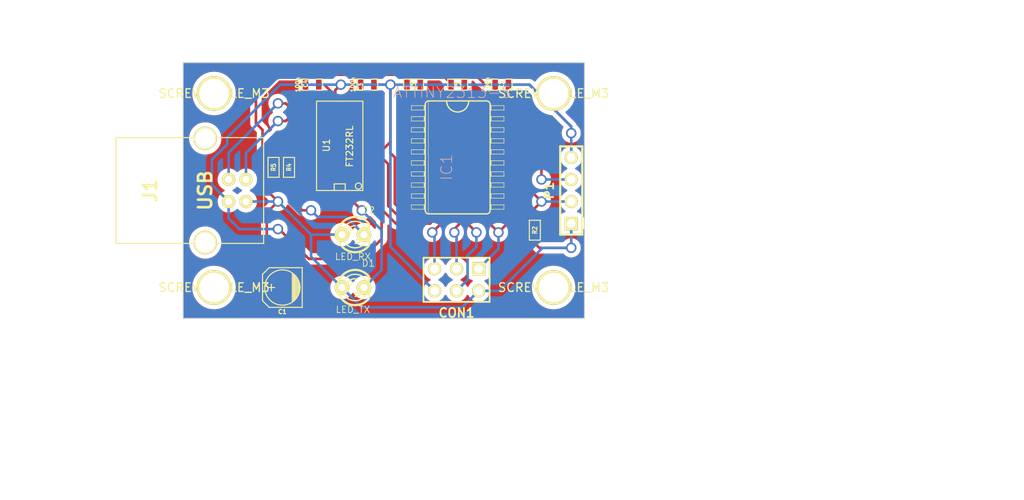
<source format=kicad_pcb>
(kicad_pcb (version 3) (host pcbnew "(2013-05-31 BZR 4019)-stable")

  (general
    (links 44)
    (no_connects 0)
    (area 14.304287 40.539999 131.926001 100.109)
    (thickness 1.6)
    (drawings 48)
    (tracks 244)
    (zones 0)
    (modules 20)
    (nets 16)
  )

  (page A3)
  (layers
    (15 F.Cu signal)
    (0 B.Cu signal)
    (16 B.Adhes user)
    (17 F.Adhes user)
    (18 B.Paste user)
    (19 F.Paste user)
    (20 B.SilkS user)
    (21 F.SilkS user)
    (22 B.Mask user)
    (23 F.Mask user)
    (24 Dwgs.User user)
    (25 Cmts.User user)
    (26 Eco1.User user)
    (27 Eco2.User user)
    (28 Edge.Cuts user)
  )

  (setup
    (last_trace_width 0.3)
    (trace_clearance 0.254)
    (zone_clearance 0.508)
    (zone_45_only no)
    (trace_min 0.254)
    (segment_width 0.2)
    (edge_width 0.1)
    (via_size 1.2)
    (via_drill 0.825)
    (via_min_size 0.889)
    (via_min_drill 0.508)
    (uvia_size 0.508)
    (uvia_drill 0.127)
    (uvias_allowed no)
    (uvia_min_size 0.508)
    (uvia_min_drill 0.127)
    (pcb_text_width 0.3)
    (pcb_text_size 1.5 1.5)
    (mod_edge_width 0.15)
    (mod_text_size 1 1)
    (mod_text_width 0.15)
    (pad_size 2.70002 2.70002)
    (pad_drill 2.30124)
    (pad_to_mask_clearance 0)
    (aux_axis_origin 0 0)
    (visible_elements FFFFFFBF)
    (pcbplotparams
      (layerselection 268468225)
      (usegerberextensions true)
      (excludeedgelayer true)
      (linewidth 0.150000)
      (plotframeref false)
      (viasonmask false)
      (mode 1)
      (useauxorigin false)
      (hpglpennumber 1)
      (hpglpenspeed 20)
      (hpglpendiameter 15)
      (hpglpenoverlay 2)
      (psnegative false)
      (psa4output false)
      (plotreference true)
      (plotvalue true)
      (plotothertext true)
      (plotinvisibletext false)
      (padsonsilk false)
      (subtractmaskfromsilk false)
      (outputformat 1)
      (mirror false)
      (drillshape 0)
      (scaleselection 1)
      (outputdirectory ""))
  )

  (net 0 "")
  (net 1 D+)
  (net 2 D-)
  (net 3 GND)
  (net 4 LED_RX)
  (net 5 LED_TX)
  (net 6 MISO)
  (net 7 MOSI)
  (net 8 N-0000042)
  (net 9 N-0000045)
  (net 10 N-0000046)
  (net 11 RST)
  (net 12 RXD)
  (net 13 SCK)
  (net 14 TXD)
  (net 15 VCC)

  (net_class Default "Dies ist die voreingestellte Netzklasse."
    (clearance 0.254)
    (trace_width 0.3)
    (via_dia 1.2)
    (via_drill 0.825)
    (uvia_dia 0.508)
    (uvia_drill 0.127)
    (add_net "")
    (add_net D+)
    (add_net D-)
    (add_net GND)
    (add_net LED_RX)
    (add_net LED_TX)
    (add_net MISO)
    (add_net MOSI)
    (add_net N-0000042)
    (add_net N-0000045)
    (add_net N-0000046)
    (add_net RST)
    (add_net RXD)
    (add_net SCK)
    (add_net TXD)
    (add_net VCC)
  )

  (module USB_B (layer F.Cu) (tedit 52692FDE) (tstamp 52691D02)
    (at 37.592 62.484 270)
    (tags USB)
    (path /5266C810)
    (fp_text reference J1 (at 0 6.35 270) (layer F.SilkS)
      (effects (font (size 1.524 1.524) (thickness 0.3048)))
    )
    (fp_text value USB (at 0 0 270) (layer F.SilkS)
      (effects (font (size 1.524 1.524) (thickness 0.3048)))
    )
    (fp_line (start -6.096 10.287) (end 6.096 10.287) (layer F.SilkS) (width 0.127))
    (fp_line (start 6.096 10.287) (end 6.096 -6.731) (layer F.SilkS) (width 0.127))
    (fp_line (start 6.096 -6.731) (end -6.096 -6.731) (layer F.SilkS) (width 0.127))
    (fp_line (start -6.096 -6.731) (end -6.096 10.287) (layer F.SilkS) (width 0.127))
    (pad 1 thru_hole circle (at 1.27 -4.699 270) (size 1.524 1.524) (drill 0.8128)
      (layers *.Cu *.Mask F.SilkS)
      (net 15 VCC)
    )
    (pad 2 thru_hole circle (at -1.27 -4.699 270) (size 1.524 1.524) (drill 0.8128)
      (layers *.Cu *.Mask F.SilkS)
      (net 2 D-)
    )
    (pad 3 thru_hole circle (at -1.27 -2.70002 270) (size 1.524 1.524) (drill 0.8128)
      (layers *.Cu *.Mask F.SilkS)
      (net 1 D+)
    )
    (pad 4 thru_hole circle (at 1.27 -2.70002 270) (size 1.524 1.524) (drill 0.8128)
      (layers *.Cu *.Mask F.SilkS)
      (net 3 GND)
    )
    (pad 5 thru_hole circle (at 5.99948 0 270) (size 2.70002 2.70002) (drill 2.30124)
      (layers *.Cu *.Mask F.SilkS)
    )
    (pad 6 thru_hole circle (at -5.99948 0 270) (size 2.70002 2.70002) (drill 2.30124)
      (layers *.Cu *.Mask F.SilkS)
    )
    (model connectors/USB_type_B.wrl
      (at (xyz 0 0 0.001))
      (scale (xyz 0.3937 0.3937 0.3937))
      (rotate (xyz 0 0 0))
    )
  )

  (module tmc-SOIC20 (layer F.Cu) (tedit 526927D2) (tstamp 52691DC4)
    (at 66.675 58.674 270)
    (descr "SOIC 20 (WIDE)")
    (tags "SOIC 20 (WIDE)")
    (path /52690808)
    (attr smd)
    (fp_text reference IC1 (at 1.143 1.27 270) (layer B.SilkS)
      (effects (font (size 1.27 1.27) (thickness 0.0889)))
    )
    (fp_text value ATTINY2313-S (at -7.493 0.635 360) (layer B.SilkS)
      (effects (font (size 1.27 1.27) (thickness 0.0889)))
    )
    (fp_line (start -5.969 3.8608) (end -5.461 3.8608) (layer F.SilkS) (width 0.06604))
    (fp_line (start -5.461 3.8608) (end -5.461 3.7338) (layer F.SilkS) (width 0.06604))
    (fp_line (start -5.969 3.7338) (end -5.461 3.7338) (layer F.SilkS) (width 0.06604))
    (fp_line (start -5.969 3.8608) (end -5.969 3.7338) (layer F.SilkS) (width 0.06604))
    (fp_line (start -5.969 5.334) (end -5.461 5.334) (layer F.SilkS) (width 0.06604))
    (fp_line (start -5.461 5.334) (end -5.461 3.8608) (layer F.SilkS) (width 0.06604))
    (fp_line (start -5.969 3.8608) (end -5.461 3.8608) (layer F.SilkS) (width 0.06604))
    (fp_line (start -5.969 5.334) (end -5.969 3.8608) (layer F.SilkS) (width 0.06604))
    (fp_line (start -4.699 3.8608) (end -4.191 3.8608) (layer F.SilkS) (width 0.06604))
    (fp_line (start -4.191 3.8608) (end -4.191 3.7338) (layer F.SilkS) (width 0.06604))
    (fp_line (start -4.699 3.7338) (end -4.191 3.7338) (layer F.SilkS) (width 0.06604))
    (fp_line (start -4.699 3.8608) (end -4.699 3.7338) (layer F.SilkS) (width 0.06604))
    (fp_line (start -4.699 5.334) (end -4.191 5.334) (layer F.SilkS) (width 0.06604))
    (fp_line (start -4.191 5.334) (end -4.191 3.8608) (layer F.SilkS) (width 0.06604))
    (fp_line (start -4.699 3.8608) (end -4.191 3.8608) (layer F.SilkS) (width 0.06604))
    (fp_line (start -4.699 5.334) (end -4.699 3.8608) (layer F.SilkS) (width 0.06604))
    (fp_line (start -3.429 3.8608) (end -2.921 3.8608) (layer F.SilkS) (width 0.06604))
    (fp_line (start -2.921 3.8608) (end -2.921 3.7338) (layer F.SilkS) (width 0.06604))
    (fp_line (start -3.429 3.7338) (end -2.921 3.7338) (layer F.SilkS) (width 0.06604))
    (fp_line (start -3.429 3.8608) (end -3.429 3.7338) (layer F.SilkS) (width 0.06604))
    (fp_line (start -3.429 5.334) (end -2.921 5.334) (layer F.SilkS) (width 0.06604))
    (fp_line (start -2.921 5.334) (end -2.921 3.8608) (layer F.SilkS) (width 0.06604))
    (fp_line (start -3.429 3.8608) (end -2.921 3.8608) (layer F.SilkS) (width 0.06604))
    (fp_line (start -3.429 5.334) (end -3.429 3.8608) (layer F.SilkS) (width 0.06604))
    (fp_line (start -2.159 3.8608) (end -1.651 3.8608) (layer F.SilkS) (width 0.06604))
    (fp_line (start -1.651 3.8608) (end -1.651 3.7338) (layer F.SilkS) (width 0.06604))
    (fp_line (start -2.159 3.7338) (end -1.651 3.7338) (layer F.SilkS) (width 0.06604))
    (fp_line (start -2.159 3.8608) (end -2.159 3.7338) (layer F.SilkS) (width 0.06604))
    (fp_line (start -2.159 5.334) (end -1.651 5.334) (layer F.SilkS) (width 0.06604))
    (fp_line (start -1.651 5.334) (end -1.651 3.8608) (layer F.SilkS) (width 0.06604))
    (fp_line (start -2.159 3.8608) (end -1.651 3.8608) (layer F.SilkS) (width 0.06604))
    (fp_line (start -2.159 5.334) (end -2.159 3.8608) (layer F.SilkS) (width 0.06604))
    (fp_line (start -0.889 5.334) (end -0.381 5.334) (layer F.SilkS) (width 0.06604))
    (fp_line (start -0.381 5.334) (end -0.381 3.8608) (layer F.SilkS) (width 0.06604))
    (fp_line (start -0.889 3.8608) (end -0.381 3.8608) (layer F.SilkS) (width 0.06604))
    (fp_line (start -0.889 5.334) (end -0.889 3.8608) (layer F.SilkS) (width 0.06604))
    (fp_line (start -0.889 3.8608) (end -0.381 3.8608) (layer F.SilkS) (width 0.06604))
    (fp_line (start -0.381 3.8608) (end -0.381 3.7338) (layer F.SilkS) (width 0.06604))
    (fp_line (start -0.889 3.7338) (end -0.381 3.7338) (layer F.SilkS) (width 0.06604))
    (fp_line (start -0.889 3.8608) (end -0.889 3.7338) (layer F.SilkS) (width 0.06604))
    (fp_line (start 0.381 3.8608) (end 0.889 3.8608) (layer F.SilkS) (width 0.06604))
    (fp_line (start 0.889 3.8608) (end 0.889 3.7338) (layer F.SilkS) (width 0.06604))
    (fp_line (start 0.381 3.7338) (end 0.889 3.7338) (layer F.SilkS) (width 0.06604))
    (fp_line (start 0.381 3.8608) (end 0.381 3.7338) (layer F.SilkS) (width 0.06604))
    (fp_line (start 0.381 5.334) (end 0.889 5.334) (layer F.SilkS) (width 0.06604))
    (fp_line (start 0.889 5.334) (end 0.889 3.8608) (layer F.SilkS) (width 0.06604))
    (fp_line (start 0.381 3.8608) (end 0.889 3.8608) (layer F.SilkS) (width 0.06604))
    (fp_line (start 0.381 5.334) (end 0.381 3.8608) (layer F.SilkS) (width 0.06604))
    (fp_line (start 1.651 3.8608) (end 2.159 3.8608) (layer F.SilkS) (width 0.06604))
    (fp_line (start 2.159 3.8608) (end 2.159 3.7338) (layer F.SilkS) (width 0.06604))
    (fp_line (start 1.651 3.7338) (end 2.159 3.7338) (layer F.SilkS) (width 0.06604))
    (fp_line (start 1.651 3.8608) (end 1.651 3.7338) (layer F.SilkS) (width 0.06604))
    (fp_line (start 1.651 5.334) (end 2.159 5.334) (layer F.SilkS) (width 0.06604))
    (fp_line (start 2.159 5.334) (end 2.159 3.8608) (layer F.SilkS) (width 0.06604))
    (fp_line (start 1.651 3.8608) (end 2.159 3.8608) (layer F.SilkS) (width 0.06604))
    (fp_line (start 1.651 5.334) (end 1.651 3.8608) (layer F.SilkS) (width 0.06604))
    (fp_line (start 2.921 3.8608) (end 3.429 3.8608) (layer F.SilkS) (width 0.06604))
    (fp_line (start 3.429 3.8608) (end 3.429 3.7338) (layer F.SilkS) (width 0.06604))
    (fp_line (start 2.921 3.7338) (end 3.429 3.7338) (layer F.SilkS) (width 0.06604))
    (fp_line (start 2.921 3.8608) (end 2.921 3.7338) (layer F.SilkS) (width 0.06604))
    (fp_line (start 2.921 5.334) (end 3.429 5.334) (layer F.SilkS) (width 0.06604))
    (fp_line (start 3.429 5.334) (end 3.429 3.8608) (layer F.SilkS) (width 0.06604))
    (fp_line (start 2.921 3.8608) (end 3.429 3.8608) (layer F.SilkS) (width 0.06604))
    (fp_line (start 2.921 5.334) (end 2.921 3.8608) (layer F.SilkS) (width 0.06604))
    (fp_line (start -5.969 -3.8608) (end -5.461 -3.8608) (layer F.SilkS) (width 0.06604))
    (fp_line (start -5.461 -3.8608) (end -5.461 -5.334) (layer F.SilkS) (width 0.06604))
    (fp_line (start -5.969 -5.334) (end -5.461 -5.334) (layer F.SilkS) (width 0.06604))
    (fp_line (start -5.969 -3.8608) (end -5.969 -5.334) (layer F.SilkS) (width 0.06604))
    (fp_line (start -5.969 -3.7338) (end -5.461 -3.7338) (layer F.SilkS) (width 0.06604))
    (fp_line (start -5.461 -3.7338) (end -5.461 -3.8608) (layer F.SilkS) (width 0.06604))
    (fp_line (start -5.969 -3.8608) (end -5.461 -3.8608) (layer F.SilkS) (width 0.06604))
    (fp_line (start -5.969 -3.7338) (end -5.969 -3.8608) (layer F.SilkS) (width 0.06604))
    (fp_line (start -4.699 -3.7338) (end -4.191 -3.7338) (layer F.SilkS) (width 0.06604))
    (fp_line (start -4.191 -3.7338) (end -4.191 -3.8608) (layer F.SilkS) (width 0.06604))
    (fp_line (start -4.699 -3.8608) (end -4.191 -3.8608) (layer F.SilkS) (width 0.06604))
    (fp_line (start -4.699 -3.7338) (end -4.699 -3.8608) (layer F.SilkS) (width 0.06604))
    (fp_line (start -4.699 -3.8608) (end -4.191 -3.8608) (layer F.SilkS) (width 0.06604))
    (fp_line (start -4.191 -3.8608) (end -4.191 -5.334) (layer F.SilkS) (width 0.06604))
    (fp_line (start -4.699 -5.334) (end -4.191 -5.334) (layer F.SilkS) (width 0.06604))
    (fp_line (start -4.699 -3.8608) (end -4.699 -5.334) (layer F.SilkS) (width 0.06604))
    (fp_line (start -3.429 -3.7338) (end -2.921 -3.7338) (layer F.SilkS) (width 0.06604))
    (fp_line (start -2.921 -3.7338) (end -2.921 -3.8608) (layer F.SilkS) (width 0.06604))
    (fp_line (start -3.429 -3.8608) (end -2.921 -3.8608) (layer F.SilkS) (width 0.06604))
    (fp_line (start -3.429 -3.7338) (end -3.429 -3.8608) (layer F.SilkS) (width 0.06604))
    (fp_line (start -3.429 -3.8608) (end -2.921 -3.8608) (layer F.SilkS) (width 0.06604))
    (fp_line (start -2.921 -3.8608) (end -2.921 -5.334) (layer F.SilkS) (width 0.06604))
    (fp_line (start -3.429 -5.334) (end -2.921 -5.334) (layer F.SilkS) (width 0.06604))
    (fp_line (start -3.429 -3.8608) (end -3.429 -5.334) (layer F.SilkS) (width 0.06604))
    (fp_line (start -2.159 -3.7338) (end -1.651 -3.7338) (layer F.SilkS) (width 0.06604))
    (fp_line (start -1.651 -3.7338) (end -1.651 -3.8608) (layer F.SilkS) (width 0.06604))
    (fp_line (start -2.159 -3.8608) (end -1.651 -3.8608) (layer F.SilkS) (width 0.06604))
    (fp_line (start -2.159 -3.7338) (end -2.159 -3.8608) (layer F.SilkS) (width 0.06604))
    (fp_line (start -2.159 -3.8608) (end -1.651 -3.8608) (layer F.SilkS) (width 0.06604))
    (fp_line (start -1.651 -3.8608) (end -1.651 -5.334) (layer F.SilkS) (width 0.06604))
    (fp_line (start -2.159 -5.334) (end -1.651 -5.334) (layer F.SilkS) (width 0.06604))
    (fp_line (start -2.159 -3.8608) (end -2.159 -5.334) (layer F.SilkS) (width 0.06604))
    (fp_line (start -0.889 -3.7338) (end -0.381 -3.7338) (layer F.SilkS) (width 0.06604))
    (fp_line (start -0.381 -3.7338) (end -0.381 -3.8608) (layer F.SilkS) (width 0.06604))
    (fp_line (start -0.889 -3.8608) (end -0.381 -3.8608) (layer F.SilkS) (width 0.06604))
    (fp_line (start -0.889 -3.7338) (end -0.889 -3.8608) (layer F.SilkS) (width 0.06604))
    (fp_line (start -0.889 -3.8608) (end -0.381 -3.8608) (layer F.SilkS) (width 0.06604))
    (fp_line (start -0.381 -3.8608) (end -0.381 -5.334) (layer F.SilkS) (width 0.06604))
    (fp_line (start -0.889 -5.334) (end -0.381 -5.334) (layer F.SilkS) (width 0.06604))
    (fp_line (start -0.889 -3.8608) (end -0.889 -5.334) (layer F.SilkS) (width 0.06604))
    (fp_line (start 0.381 -3.7338) (end 0.889 -3.7338) (layer F.SilkS) (width 0.06604))
    (fp_line (start 0.889 -3.7338) (end 0.889 -3.8608) (layer F.SilkS) (width 0.06604))
    (fp_line (start 0.381 -3.8608) (end 0.889 -3.8608) (layer F.SilkS) (width 0.06604))
    (fp_line (start 0.381 -3.7338) (end 0.381 -3.8608) (layer F.SilkS) (width 0.06604))
    (fp_line (start 0.381 -3.8608) (end 0.889 -3.8608) (layer F.SilkS) (width 0.06604))
    (fp_line (start 0.889 -3.8608) (end 0.889 -5.334) (layer F.SilkS) (width 0.06604))
    (fp_line (start 0.381 -5.334) (end 0.889 -5.334) (layer F.SilkS) (width 0.06604))
    (fp_line (start 0.381 -3.8608) (end 0.381 -5.334) (layer F.SilkS) (width 0.06604))
    (fp_line (start 1.651 -3.7338) (end 2.159 -3.7338) (layer F.SilkS) (width 0.06604))
    (fp_line (start 2.159 -3.7338) (end 2.159 -3.8608) (layer F.SilkS) (width 0.06604))
    (fp_line (start 1.651 -3.8608) (end 2.159 -3.8608) (layer F.SilkS) (width 0.06604))
    (fp_line (start 1.651 -3.7338) (end 1.651 -3.8608) (layer F.SilkS) (width 0.06604))
    (fp_line (start 1.651 -3.8608) (end 2.159 -3.8608) (layer F.SilkS) (width 0.06604))
    (fp_line (start 2.159 -3.8608) (end 2.159 -5.334) (layer F.SilkS) (width 0.06604))
    (fp_line (start 1.651 -5.334) (end 2.159 -5.334) (layer F.SilkS) (width 0.06604))
    (fp_line (start 1.651 -3.8608) (end 1.651 -5.334) (layer F.SilkS) (width 0.06604))
    (fp_line (start 2.921 -3.7338) (end 3.429 -3.7338) (layer F.SilkS) (width 0.06604))
    (fp_line (start 3.429 -3.7338) (end 3.429 -3.8608) (layer F.SilkS) (width 0.06604))
    (fp_line (start 2.921 -3.8608) (end 3.429 -3.8608) (layer F.SilkS) (width 0.06604))
    (fp_line (start 2.921 -3.7338) (end 2.921 -3.8608) (layer F.SilkS) (width 0.06604))
    (fp_line (start 2.921 -3.8608) (end 3.429 -3.8608) (layer F.SilkS) (width 0.06604))
    (fp_line (start 3.429 -3.8608) (end 3.429 -5.334) (layer F.SilkS) (width 0.06604))
    (fp_line (start 2.921 -5.334) (end 3.429 -5.334) (layer F.SilkS) (width 0.06604))
    (fp_line (start 2.921 -3.8608) (end 2.921 -5.334) (layer F.SilkS) (width 0.06604))
    (fp_line (start 4.191 -3.7338) (end 4.699 -3.7338) (layer F.SilkS) (width 0.06604))
    (fp_line (start 4.699 -3.7338) (end 4.699 -3.8608) (layer F.SilkS) (width 0.06604))
    (fp_line (start 4.191 -3.8608) (end 4.699 -3.8608) (layer F.SilkS) (width 0.06604))
    (fp_line (start 4.191 -3.7338) (end 4.191 -3.8608) (layer F.SilkS) (width 0.06604))
    (fp_line (start 5.461 -3.7338) (end 5.969 -3.7338) (layer F.SilkS) (width 0.06604))
    (fp_line (start 5.969 -3.7338) (end 5.969 -3.8608) (layer F.SilkS) (width 0.06604))
    (fp_line (start 5.461 -3.8608) (end 5.969 -3.8608) (layer F.SilkS) (width 0.06604))
    (fp_line (start 5.461 -3.7338) (end 5.461 -3.8608) (layer F.SilkS) (width 0.06604))
    (fp_line (start 4.191 -3.8608) (end 4.699 -3.8608) (layer F.SilkS) (width 0.06604))
    (fp_line (start 4.699 -3.8608) (end 4.699 -5.334) (layer F.SilkS) (width 0.06604))
    (fp_line (start 4.191 -5.334) (end 4.699 -5.334) (layer F.SilkS) (width 0.06604))
    (fp_line (start 4.191 -3.8608) (end 4.191 -5.334) (layer F.SilkS) (width 0.06604))
    (fp_line (start 5.461 -3.8608) (end 5.969 -3.8608) (layer F.SilkS) (width 0.06604))
    (fp_line (start 5.969 -3.8608) (end 5.969 -5.334) (layer F.SilkS) (width 0.06604))
    (fp_line (start 5.461 -5.334) (end 5.969 -5.334) (layer F.SilkS) (width 0.06604))
    (fp_line (start 5.461 -3.8608) (end 5.461 -5.334) (layer F.SilkS) (width 0.06604))
    (fp_line (start 4.191 3.8608) (end 4.699 3.8608) (layer F.SilkS) (width 0.06604))
    (fp_line (start 4.699 3.8608) (end 4.699 3.7338) (layer F.SilkS) (width 0.06604))
    (fp_line (start 4.191 3.7338) (end 4.699 3.7338) (layer F.SilkS) (width 0.06604))
    (fp_line (start 4.191 3.8608) (end 4.191 3.7338) (layer F.SilkS) (width 0.06604))
    (fp_line (start 5.461 3.8608) (end 5.969 3.8608) (layer F.SilkS) (width 0.06604))
    (fp_line (start 5.969 3.8608) (end 5.969 3.7338) (layer F.SilkS) (width 0.06604))
    (fp_line (start 5.461 3.7338) (end 5.969 3.7338) (layer F.SilkS) (width 0.06604))
    (fp_line (start 5.461 3.8608) (end 5.461 3.7338) (layer F.SilkS) (width 0.06604))
    (fp_line (start 4.191 5.334) (end 4.699 5.334) (layer F.SilkS) (width 0.06604))
    (fp_line (start 4.699 5.334) (end 4.699 3.8608) (layer F.SilkS) (width 0.06604))
    (fp_line (start 4.191 3.8608) (end 4.699 3.8608) (layer F.SilkS) (width 0.06604))
    (fp_line (start 4.191 5.334) (end 4.191 3.8608) (layer F.SilkS) (width 0.06604))
    (fp_line (start 5.461 5.334) (end 5.969 5.334) (layer F.SilkS) (width 0.06604))
    (fp_line (start 5.969 5.334) (end 5.969 3.8608) (layer F.SilkS) (width 0.06604))
    (fp_line (start 5.461 3.8608) (end 5.969 3.8608) (layer F.SilkS) (width 0.06604))
    (fp_line (start 5.461 5.334) (end 5.461 3.8608) (layer F.SilkS) (width 0.06604))
    (fp_line (start 6.1214 -3.7338) (end -6.1214 -3.7338) (layer F.SilkS) (width 0.1524))
    (fp_line (start -6.1214 3.7338) (end 6.1214 3.7338) (layer F.SilkS) (width 0.1524))
    (fp_line (start 6.5024 3.3528) (end 6.5024 -3.3528) (layer F.SilkS) (width 0.1524))
    (fp_line (start -6.5024 -3.3528) (end -6.5024 3.3528) (layer F.SilkS) (width 0.1524))
    (fp_line (start -6.477 3.3782) (end 6.477 3.3782) (layer F.SilkS) (width 0.0508))
    (fp_arc (start 6.1214 3.3528) (end 6.5024 3.3528) (angle 90) (layer F.SilkS) (width 0.1524))
    (fp_arc (start -6.1214 -3.3528) (end -6.5024 -3.3528) (angle 90) (layer F.SilkS) (width 0.1524))
    (fp_arc (start 6.1214 -3.3528) (end 6.1214 -3.7338) (angle 90) (layer F.SilkS) (width 0.1524))
    (fp_arc (start -6.1214 3.3528) (end -6.1214 3.7338) (angle 90) (layer F.SilkS) (width 0.1524))
    (fp_arc (start -6.5024 0) (end -6.5024 -1.27) (angle 180) (layer F.SilkS) (width 0.1524))
    (pad 1 smd rect (at -5.715 5.0292 270) (size 0.6604 2.032)
      (layers F.Cu F.Paste F.Mask)
      (net 11 RST)
    )
    (pad 2 smd rect (at -4.445 5.0292 270) (size 0.6604 2.032)
      (layers F.Cu F.Paste F.Mask)
      (net 12 RXD)
    )
    (pad 3 smd rect (at -3.175 5.0292 270) (size 0.6604 2.032)
      (layers F.Cu F.Paste F.Mask)
      (net 14 TXD)
    )
    (pad 4 smd rect (at -1.905 5.0292 270) (size 0.6604 2.032)
      (layers F.Cu F.Paste F.Mask)
    )
    (pad 5 smd rect (at -0.635 5.0292 270) (size 0.6604 2.032)
      (layers F.Cu F.Paste F.Mask)
    )
    (pad 6 smd rect (at 0.635 5.0292 270) (size 0.6604 2.032)
      (layers F.Cu F.Paste F.Mask)
    )
    (pad 7 smd rect (at 1.905 5.0292 270) (size 0.6604 2.032)
      (layers F.Cu F.Paste F.Mask)
    )
    (pad 8 smd rect (at 3.175 5.0292 270) (size 0.6604 2.032)
      (layers F.Cu F.Paste F.Mask)
    )
    (pad 9 smd rect (at 4.445 5.0292 270) (size 0.6604 2.032)
      (layers F.Cu F.Paste F.Mask)
    )
    (pad 10 smd rect (at 5.715 5.0292 270) (size 0.6604 2.032)
      (layers F.Cu F.Paste F.Mask)
      (net 3 GND)
    )
    (pad 11 smd rect (at 5.715 -5.0292 270) (size 0.6604 2.032)
      (layers F.Cu F.Paste F.Mask)
    )
    (pad 12 smd rect (at 4.445 -5.0292 270) (size 0.6604 2.032)
      (layers F.Cu F.Paste F.Mask)
    )
    (pad 13 smd rect (at 3.175 -5.0292 270) (size 0.6604 2.032)
      (layers F.Cu F.Paste F.Mask)
    )
    (pad 14 smd rect (at 1.905 -5.0292 270) (size 0.6604 2.032)
      (layers F.Cu F.Paste F.Mask)
    )
    (pad 15 smd rect (at 0.635 -5.0292 270) (size 0.6604 2.032)
      (layers F.Cu F.Paste F.Mask)
    )
    (pad 16 smd rect (at -0.635 -5.0292 270) (size 0.6604 2.032)
      (layers F.Cu F.Paste F.Mask)
    )
    (pad 17 smd rect (at -1.905 -5.0292 270) (size 0.6604 2.032)
      (layers F.Cu F.Paste F.Mask)
      (net 7 MOSI)
    )
    (pad 18 smd rect (at -3.175 -5.0292 270) (size 0.6604 2.032)
      (layers F.Cu F.Paste F.Mask)
      (net 6 MISO)
    )
    (pad 19 smd rect (at -4.445 -5.0292 270) (size 0.6604 2.032)
      (layers F.Cu F.Paste F.Mask)
      (net 13 SCK)
    )
    (pad 20 smd rect (at -5.715 -5.0292 270) (size 0.6604 2.032)
      (layers F.Cu F.Paste F.Mask)
      (net 15 VCC)
    )
  )

  (module SSOP28 (layer F.Cu) (tedit 3D81AA31) (tstamp 52691DEC)
    (at 53.086 57.404 90)
    (descr "SSOP 28 pins")
    (tags "CMS SSOP SMD")
    (path /5266C771)
    (attr smd)
    (fp_text reference U1 (at 0.127 -1.524 90) (layer F.SilkS)
      (effects (font (size 0.762 0.762) (thickness 0.127)))
    )
    (fp_text value FT232RL (at 0 1.143 90) (layer F.SilkS)
      (effects (font (size 0.762 0.762) (thickness 0.127)))
    )
    (fp_circle (center -4.572 2.159) (end -4.826 1.905) (layer F.SilkS) (width 0.127))
    (fp_line (start -5.08 -0.635) (end -4.318 -0.635) (layer F.SilkS) (width 0.127))
    (fp_line (start -4.318 -0.635) (end -4.318 0.635) (layer F.SilkS) (width 0.127))
    (fp_line (start -4.318 0.635) (end -5.08 0.635) (layer F.SilkS) (width 0.127))
    (fp_line (start 5.207 2.667) (end -5.08 2.667) (layer F.SilkS) (width 0.127))
    (fp_line (start -5.08 -2.667) (end 5.207 -2.667) (layer F.SilkS) (width 0.127))
    (fp_line (start -5.08 -2.667) (end -5.08 2.667) (layer F.SilkS) (width 0.127))
    (fp_line (start 5.207 -2.667) (end 5.207 2.667) (layer F.SilkS) (width 0.127))
    (pad 1 smd rect (at -4.191 3.556 90) (size 0.4064 1.27)
      (layers F.Cu F.Paste F.Mask)
      (net 12 RXD)
    )
    (pad 2 smd rect (at -3.556 3.556 90) (size 0.4064 1.27)
      (layers F.Cu F.Paste F.Mask)
    )
    (pad 3 smd rect (at -2.8956 3.556 90) (size 0.4064 1.27)
      (layers F.Cu F.Paste F.Mask)
    )
    (pad 4 smd rect (at -2.2352 3.556 90) (size 0.4064 1.27)
      (layers F.Cu F.Paste F.Mask)
      (net 15 VCC)
    )
    (pad 5 smd rect (at -1.6002 3.556 90) (size 0.4064 1.27)
      (layers F.Cu F.Paste F.Mask)
      (net 14 TXD)
    )
    (pad 6 smd rect (at -0.9398 3.556 90) (size 0.4064 1.27)
      (layers F.Cu F.Paste F.Mask)
    )
    (pad 7 smd rect (at -0.2794 3.556 90) (size 0.4064 1.27)
      (layers F.Cu F.Paste F.Mask)
      (net 3 GND)
    )
    (pad 8 smd rect (at 0.3556 3.556 90) (size 0.4064 1.27)
      (layers F.Cu F.Paste F.Mask)
    )
    (pad 9 smd rect (at 1.016 3.556 90) (size 0.4064 1.27)
      (layers F.Cu F.Paste F.Mask)
    )
    (pad 10 smd rect (at 1.651 3.556 90) (size 0.4064 1.27)
      (layers F.Cu F.Paste F.Mask)
    )
    (pad 11 smd rect (at 2.3114 3.556 90) (size 0.4064 1.27)
      (layers F.Cu F.Paste F.Mask)
    )
    (pad 12 smd rect (at 2.9718 3.556 90) (size 0.4064 1.27)
      (layers F.Cu F.Paste F.Mask)
    )
    (pad 13 smd rect (at 3.6068 3.556 90) (size 0.4064 1.27)
      (layers F.Cu F.Paste F.Mask)
    )
    (pad 14 smd rect (at 4.2672 3.556 90) (size 0.4064 1.27)
      (layers F.Cu F.Paste F.Mask)
    )
    (pad 15 smd rect (at 4.2672 -3.556 90) (size 0.4064 1.27)
      (layers F.Cu F.Paste F.Mask)
      (net 1 D+)
    )
    (pad 16 smd rect (at 3.6068 -3.556 90) (size 0.4064 1.27)
      (layers F.Cu F.Paste F.Mask)
      (net 2 D-)
    )
    (pad 17 smd rect (at 2.9972 -3.556 90) (size 0.4064 1.27)
      (layers F.Cu F.Paste F.Mask)
      (net 8 N-0000042)
    )
    (pad 18 smd rect (at 2.3114 -3.556 90) (size 0.4064 1.27)
      (layers F.Cu F.Paste F.Mask)
      (net 3 GND)
    )
    (pad 19 smd rect (at 1.651 -3.556 90) (size 0.4064 1.27)
      (layers F.Cu F.Paste F.Mask)
      (net 15 VCC)
    )
    (pad 20 smd rect (at 1.016 -3.556 90) (size 0.4064 1.27)
      (layers F.Cu F.Paste F.Mask)
      (net 15 VCC)
    )
    (pad 21 smd rect (at 0.3556 -3.556 90) (size 0.4064 1.27)
      (layers F.Cu F.Paste F.Mask)
      (net 3 GND)
    )
    (pad 22 smd rect (at -0.2794 -3.556 90) (size 0.4064 1.27)
      (layers F.Cu F.Paste F.Mask)
      (net 4 LED_RX)
    )
    (pad 23 smd rect (at -0.9398 -3.556 90) (size 0.4064 1.27)
      (layers F.Cu F.Paste F.Mask)
      (net 5 LED_TX)
    )
    (pad 24 smd rect (at -1.6002 -3.556 90) (size 0.4064 1.27)
      (layers F.Cu F.Paste F.Mask)
    )
    (pad 25 smd rect (at -2.2352 -3.556 90) (size 0.4064 1.27)
      (layers F.Cu F.Paste F.Mask)
      (net 3 GND)
    )
    (pad 26 smd rect (at -2.8956 -3.556 90) (size 0.4064 1.27)
      (layers F.Cu F.Paste F.Mask)
      (net 3 GND)
    )
    (pad 27 smd rect (at -3.556 -3.556 90) (size 0.4064 1.27)
      (layers F.Cu F.Paste F.Mask)
    )
    (pad 28 smd rect (at -4.191 -3.556 90) (size 0.4064 1.27)
      (layers F.Cu F.Paste F.Mask)
    )
    (model smd/cms_soj28.wrl
      (at (xyz 0 0 0))
      (scale (xyz 0.256 0.5 0.25))
      (rotate (xyz 0 0 0))
    )
  )

  (module SM0603_Capa (layer F.Cu) (tedit 52692F00) (tstamp 52691DF8)
    (at 49.911 50.292)
    (path /5266CB4B)
    (attr smd)
    (fp_text reference C4 (at -0.762 -0.127 90) (layer F.SilkS)
      (effects (font (size 0.508 0.4572) (thickness 0.1143)))
    )
    (fp_text value 100n (at -1.651 0 90) (layer F.SilkS)
      (effects (font (size 0.508 0.4572) (thickness 0.1143)))
    )
    (fp_line (start 0.50038 0.65024) (end 1.19888 0.65024) (layer F.SilkS) (width 0.11938))
    (fp_line (start -0.50038 0.65024) (end -1.19888 0.65024) (layer F.SilkS) (width 0.11938))
    (fp_line (start 0.50038 -0.65024) (end 1.19888 -0.65024) (layer F.SilkS) (width 0.11938))
    (fp_line (start -1.19888 -0.65024) (end -0.50038 -0.65024) (layer F.SilkS) (width 0.11938))
    (fp_line (start 1.19888 -0.635) (end 1.19888 0.635) (layer F.SilkS) (width 0.11938))
    (fp_line (start -1.19888 0.635) (end -1.19888 -0.635) (layer F.SilkS) (width 0.11938))
    (pad 1 smd rect (at -0.762 0) (size 0.635 1.143)
      (layers F.Cu F.Paste F.Mask)
      (net 8 N-0000042)
    )
    (pad 2 smd rect (at 0.762 0) (size 0.635 1.143)
      (layers F.Cu F.Paste F.Mask)
      (net 3 GND)
    )
    (model smd\capacitors\C0603.wrl
      (at (xyz 0 0 0.001))
      (scale (xyz 0.5 0.5 0.5))
      (rotate (xyz 0 0 0))
    )
  )

  (module SM0603_Capa (layer F.Cu) (tedit 52692884) (tstamp 52691E04)
    (at 56.261 50.292)
    (path /5267AB18)
    (attr smd)
    (fp_text reference C3 (at -0.762 0.254 90) (layer F.SilkS)
      (effects (font (size 0.508 0.4572) (thickness 0.1143)))
    )
    (fp_text value 100n (at -1.651 0 90) (layer F.SilkS)
      (effects (font (size 0.508 0.4572) (thickness 0.1143)))
    )
    (fp_line (start 0.50038 0.65024) (end 1.19888 0.65024) (layer F.SilkS) (width 0.11938))
    (fp_line (start -0.50038 0.65024) (end -1.19888 0.65024) (layer F.SilkS) (width 0.11938))
    (fp_line (start 0.50038 -0.65024) (end 1.19888 -0.65024) (layer F.SilkS) (width 0.11938))
    (fp_line (start -1.19888 -0.65024) (end -0.50038 -0.65024) (layer F.SilkS) (width 0.11938))
    (fp_line (start 1.19888 -0.635) (end 1.19888 0.635) (layer F.SilkS) (width 0.11938))
    (fp_line (start -1.19888 0.635) (end -1.19888 -0.635) (layer F.SilkS) (width 0.11938))
    (pad 1 smd rect (at -0.762 0) (size 0.635 1.143)
      (layers F.Cu F.Paste F.Mask)
      (net 15 VCC)
    )
    (pad 2 smd rect (at 0.762 0) (size 0.635 1.143)
      (layers F.Cu F.Paste F.Mask)
      (net 3 GND)
    )
    (model smd\capacitors\C0603.wrl
      (at (xyz 0 0 0.001))
      (scale (xyz 0.5 0.5 0.5))
      (rotate (xyz 0 0 0))
    )
  )

  (module SM0603_Capa (layer F.Cu) (tedit 52692740) (tstamp 52691E10)
    (at 71.755 50.292)
    (path /5266CB5D)
    (attr smd)
    (fp_text reference C2 (at 0 0 90) (layer F.SilkS)
      (effects (font (size 0.508 0.4572) (thickness 0.1143)))
    )
    (fp_text value 100n (at -1.651 0 90) (layer F.SilkS)
      (effects (font (size 0.508 0.4572) (thickness 0.1143)))
    )
    (fp_line (start 0.50038 0.65024) (end 1.19888 0.65024) (layer F.SilkS) (width 0.11938))
    (fp_line (start -0.50038 0.65024) (end -1.19888 0.65024) (layer F.SilkS) (width 0.11938))
    (fp_line (start 0.50038 -0.65024) (end 1.19888 -0.65024) (layer F.SilkS) (width 0.11938))
    (fp_line (start -1.19888 -0.65024) (end -0.50038 -0.65024) (layer F.SilkS) (width 0.11938))
    (fp_line (start 1.19888 -0.635) (end 1.19888 0.635) (layer F.SilkS) (width 0.11938))
    (fp_line (start -1.19888 0.635) (end -1.19888 -0.635) (layer F.SilkS) (width 0.11938))
    (pad 1 smd rect (at -0.762 0) (size 0.635 1.143)
      (layers F.Cu F.Paste F.Mask)
      (net 15 VCC)
    )
    (pad 2 smd rect (at 0.762 0) (size 0.635 1.143)
      (layers F.Cu F.Paste F.Mask)
      (net 3 GND)
    )
    (model smd\capacitors\C0603.wrl
      (at (xyz 0 0 0.001))
      (scale (xyz 0.5 0.5 0.5))
      (rotate (xyz 0 0 0))
    )
  )

  (module SM0603 (layer F.Cu) (tedit 4E43A3D1) (tstamp 52691E1A)
    (at 61.595 50.292)
    (path /5266D498)
    (attr smd)
    (fp_text reference R1 (at 0 0) (layer F.SilkS)
      (effects (font (size 0.508 0.4572) (thickness 0.1143)))
    )
    (fp_text value R (at 0 0) (layer F.SilkS) hide
      (effects (font (size 0.508 0.4572) (thickness 0.1143)))
    )
    (fp_line (start -1.143 -0.635) (end 1.143 -0.635) (layer F.SilkS) (width 0.127))
    (fp_line (start 1.143 -0.635) (end 1.143 0.635) (layer F.SilkS) (width 0.127))
    (fp_line (start 1.143 0.635) (end -1.143 0.635) (layer F.SilkS) (width 0.127))
    (fp_line (start -1.143 0.635) (end -1.143 -0.635) (layer F.SilkS) (width 0.127))
    (pad 1 smd rect (at -0.762 0) (size 0.635 1.143)
      (layers F.Cu F.Paste F.Mask)
      (net 15 VCC)
    )
    (pad 2 smd rect (at 0.762 0) (size 0.635 1.143)
      (layers F.Cu F.Paste F.Mask)
      (net 11 RST)
    )
    (model smd\resistors\R0603.wrl
      (at (xyz 0 0 0.001))
      (scale (xyz 0.5 0.5 0.5))
      (rotate (xyz 0 0 0))
    )
  )

  (module SM0603 (layer F.Cu) (tedit 4E43A3D1) (tstamp 52691E24)
    (at 47.244 59.817 90)
    (path /52675FED)
    (attr smd)
    (fp_text reference R4 (at 0 0 90) (layer F.SilkS)
      (effects (font (size 0.508 0.4572) (thickness 0.1143)))
    )
    (fp_text value 270 (at 0 0 90) (layer F.SilkS) hide
      (effects (font (size 0.508 0.4572) (thickness 0.1143)))
    )
    (fp_line (start -1.143 -0.635) (end 1.143 -0.635) (layer F.SilkS) (width 0.127))
    (fp_line (start 1.143 -0.635) (end 1.143 0.635) (layer F.SilkS) (width 0.127))
    (fp_line (start 1.143 0.635) (end -1.143 0.635) (layer F.SilkS) (width 0.127))
    (fp_line (start -1.143 0.635) (end -1.143 -0.635) (layer F.SilkS) (width 0.127))
    (pad 1 smd rect (at -0.762 0 90) (size 0.635 1.143)
      (layers F.Cu F.Paste F.Mask)
      (net 9 N-0000045)
    )
    (pad 2 smd rect (at 0.762 0 90) (size 0.635 1.143)
      (layers F.Cu F.Paste F.Mask)
      (net 5 LED_TX)
    )
    (model smd\resistors\R0603.wrl
      (at (xyz 0 0 0.001))
      (scale (xyz 0.5 0.5 0.5))
      (rotate (xyz 0 0 0))
    )
  )

  (module SM0603 (layer F.Cu) (tedit 4E43A3D1) (tstamp 52692676)
    (at 45.466 59.817 90)
    (path /52675FFF)
    (attr smd)
    (fp_text reference R5 (at 0 0 90) (layer F.SilkS)
      (effects (font (size 0.508 0.4572) (thickness 0.1143)))
    )
    (fp_text value 270 (at 0 0 90) (layer F.SilkS) hide
      (effects (font (size 0.508 0.4572) (thickness 0.1143)))
    )
    (fp_line (start -1.143 -0.635) (end 1.143 -0.635) (layer F.SilkS) (width 0.127))
    (fp_line (start 1.143 -0.635) (end 1.143 0.635) (layer F.SilkS) (width 0.127))
    (fp_line (start 1.143 0.635) (end -1.143 0.635) (layer F.SilkS) (width 0.127))
    (fp_line (start -1.143 0.635) (end -1.143 -0.635) (layer F.SilkS) (width 0.127))
    (pad 1 smd rect (at -0.762 0 90) (size 0.635 1.143)
      (layers F.Cu F.Paste F.Mask)
      (net 10 N-0000046)
    )
    (pad 2 smd rect (at 0.762 0 90) (size 0.635 1.143)
      (layers F.Cu F.Paste F.Mask)
      (net 4 LED_RX)
    )
    (model smd\resistors\R0603.wrl
      (at (xyz 0 0 0.001))
      (scale (xyz 0.5 0.5 0.5))
      (rotate (xyz 0 0 0))
    )
  )

  (module SM0603 (layer F.Cu) (tedit 4E43A3D1) (tstamp 52691E38)
    (at 75.565 67.056 90)
    (path /5267AE1E)
    (attr smd)
    (fp_text reference R2 (at 0 0 90) (layer F.SilkS)
      (effects (font (size 0.508 0.4572) (thickness 0.1143)))
    )
    (fp_text value 2k (at 0 0 90) (layer F.SilkS) hide
      (effects (font (size 0.508 0.4572) (thickness 0.1143)))
    )
    (fp_line (start -1.143 -0.635) (end 1.143 -0.635) (layer F.SilkS) (width 0.127))
    (fp_line (start 1.143 -0.635) (end 1.143 0.635) (layer F.SilkS) (width 0.127))
    (fp_line (start 1.143 0.635) (end -1.143 0.635) (layer F.SilkS) (width 0.127))
    (fp_line (start -1.143 0.635) (end -1.143 -0.635) (layer F.SilkS) (width 0.127))
    (pad 1 smd rect (at -0.762 0 90) (size 0.635 1.143)
      (layers F.Cu F.Paste F.Mask)
      (net 15 VCC)
    )
    (pad 2 smd rect (at 0.762 0 90) (size 0.635 1.143)
      (layers F.Cu F.Paste F.Mask)
      (net 7 MOSI)
    )
    (model smd\resistors\R0603.wrl
      (at (xyz 0 0 0.001))
      (scale (xyz 0.5 0.5 0.5))
      (rotate (xyz 0 0 0))
    )
  )

  (module SM0603 (layer F.Cu) (tedit 4E43A3D1) (tstamp 52691E42)
    (at 66.675 50.292)
    (path /5267AE30)
    (attr smd)
    (fp_text reference R3 (at 0 0) (layer F.SilkS)
      (effects (font (size 0.508 0.4572) (thickness 0.1143)))
    )
    (fp_text value 2k (at 0 0) (layer F.SilkS) hide
      (effects (font (size 0.508 0.4572) (thickness 0.1143)))
    )
    (fp_line (start -1.143 -0.635) (end 1.143 -0.635) (layer F.SilkS) (width 0.127))
    (fp_line (start 1.143 -0.635) (end 1.143 0.635) (layer F.SilkS) (width 0.127))
    (fp_line (start 1.143 0.635) (end -1.143 0.635) (layer F.SilkS) (width 0.127))
    (fp_line (start -1.143 0.635) (end -1.143 -0.635) (layer F.SilkS) (width 0.127))
    (pad 1 smd rect (at -0.762 0) (size 0.635 1.143)
      (layers F.Cu F.Paste F.Mask)
      (net 15 VCC)
    )
    (pad 2 smd rect (at 0.762 0) (size 0.635 1.143)
      (layers F.Cu F.Paste F.Mask)
      (net 13 SCK)
    )
    (model smd\resistors\R0603.wrl
      (at (xyz 0 0 0.001))
      (scale (xyz 0.5 0.5 0.5))
      (rotate (xyz 0 0 0))
    )
  )

  (module SCREWWHOLE_M3 (layer F.Cu) (tedit 5267E6EE) (tstamp 52691E47)
    (at 38.608 51.308)
    (path /5267B92C)
    (fp_text reference P2 (at 0 0) (layer F.SilkS)
      (effects (font (size 1 1) (thickness 0.15)))
    )
    (fp_text value SCREWWHOLE_M3 (at 0 0) (layer F.SilkS)
      (effects (font (size 1 1) (thickness 0.15)))
    )
    (pad 1 thru_hole circle (at 0 0) (size 4 4) (drill 3.4)
      (layers *.Cu *.Mask F.SilkS)
    )
  )

  (module SCREWWHOLE_M3 (layer F.Cu) (tedit 5267E6EE) (tstamp 52691E4C)
    (at 77.724 73.66)
    (path /5267B948)
    (fp_text reference P3 (at 0 0) (layer F.SilkS)
      (effects (font (size 1 1) (thickness 0.15)))
    )
    (fp_text value SCREWWHOLE_M3 (at 0 0) (layer F.SilkS)
      (effects (font (size 1 1) (thickness 0.15)))
    )
    (pad 1 thru_hole circle (at 0 0) (size 4 4) (drill 3.4)
      (layers *.Cu *.Mask F.SilkS)
    )
  )

  (module SCREWWHOLE_M3 (layer F.Cu) (tedit 5267E6EE) (tstamp 52691E51)
    (at 77.724 51.308)
    (path /5267B94E)
    (fp_text reference P4 (at 0 0) (layer F.SilkS)
      (effects (font (size 1 1) (thickness 0.15)))
    )
    (fp_text value SCREWWHOLE_M3 (at 0 0) (layer F.SilkS)
      (effects (font (size 1 1) (thickness 0.15)))
    )
    (pad 1 thru_hole circle (at 0 0) (size 4 4) (drill 3.4)
      (layers *.Cu *.Mask F.SilkS)
    )
  )

  (module SCREWWHOLE_M3 (layer F.Cu) (tedit 5267E6EE) (tstamp 52691E56)
    (at 38.608 73.66)
    (path /5267B954)
    (fp_text reference P5 (at 0 0) (layer F.SilkS)
      (effects (font (size 1 1) (thickness 0.15)))
    )
    (fp_text value SCREWWHOLE_M3 (at 0 0) (layer F.SilkS)
      (effects (font (size 1 1) (thickness 0.15)))
    )
    (pad 1 thru_hole circle (at 0 0) (size 4 4) (drill 3.4)
      (layers *.Cu *.Mask F.SilkS)
    )
  )

  (module PIN_ARRAY_4x1 (layer F.Cu) (tedit 4C10F42E) (tstamp 52691E62)
    (at 79.756 62.484 90)
    (descr "Double rangee de contacts 2 x 5 pins")
    (tags CONN)
    (path /5266C81F)
    (fp_text reference P1 (at 0 -2.54 90) (layer F.SilkS)
      (effects (font (size 1.016 1.016) (thickness 0.2032)))
    )
    (fp_text value TWI (at 0 2.54 90) (layer F.SilkS) hide
      (effects (font (size 1.016 1.016) (thickness 0.2032)))
    )
    (fp_line (start 5.08 1.27) (end -5.08 1.27) (layer F.SilkS) (width 0.254))
    (fp_line (start 5.08 -1.27) (end -5.08 -1.27) (layer F.SilkS) (width 0.254))
    (fp_line (start -5.08 -1.27) (end -5.08 1.27) (layer F.SilkS) (width 0.254))
    (fp_line (start 5.08 1.27) (end 5.08 -1.27) (layer F.SilkS) (width 0.254))
    (pad 1 thru_hole rect (at -3.81 0 90) (size 1.524 1.524) (drill 1.016)
      (layers *.Cu *.Mask F.SilkS)
      (net 15 VCC)
    )
    (pad 2 thru_hole circle (at -1.27 0 90) (size 1.524 1.524) (drill 1.016)
      (layers *.Cu *.Mask F.SilkS)
      (net 7 MOSI)
    )
    (pad 3 thru_hole circle (at 1.27 0 90) (size 1.524 1.524) (drill 1.016)
      (layers *.Cu *.Mask F.SilkS)
      (net 13 SCK)
    )
    (pad 4 thru_hole circle (at 3.81 0 90) (size 1.524 1.524) (drill 1.016)
      (layers *.Cu *.Mask F.SilkS)
      (net 3 GND)
    )
    (model pin_array\pins_array_4x1.wrl
      (at (xyz 0 0 0))
      (scale (xyz 1 1 1))
      (rotate (xyz 0 0 0))
    )
  )

  (module pin_array_3x2 (layer F.Cu) (tedit 42931587) (tstamp 52691E70)
    (at 66.548 72.771 180)
    (descr "Double rangee de contacts 2 x 4 pins")
    (tags CONN)
    (path /5267C34E)
    (fp_text reference CON1 (at 0 -3.81 180) (layer F.SilkS)
      (effects (font (size 1.016 1.016) (thickness 0.2032)))
    )
    (fp_text value AVR-ISP-6 (at 0 3.81 180) (layer F.SilkS) hide
      (effects (font (size 1.016 1.016) (thickness 0.2032)))
    )
    (fp_line (start 3.81 2.54) (end -3.81 2.54) (layer F.SilkS) (width 0.2032))
    (fp_line (start -3.81 -2.54) (end 3.81 -2.54) (layer F.SilkS) (width 0.2032))
    (fp_line (start 3.81 -2.54) (end 3.81 2.54) (layer F.SilkS) (width 0.2032))
    (fp_line (start -3.81 2.54) (end -3.81 -2.54) (layer F.SilkS) (width 0.2032))
    (pad 1 thru_hole rect (at -2.54 1.27 180) (size 1.524 1.524) (drill 1.016)
      (layers *.Cu *.Mask F.SilkS)
      (net 7 MOSI)
    )
    (pad 2 thru_hole circle (at -2.54 -1.27 180) (size 1.524 1.524) (drill 1.016)
      (layers *.Cu *.Mask F.SilkS)
      (net 15 VCC)
    )
    (pad 3 thru_hole circle (at 0 1.27 180) (size 1.524 1.524) (drill 1.016)
      (layers *.Cu *.Mask F.SilkS)
      (net 13 SCK)
    )
    (pad 4 thru_hole circle (at 0 -1.27 180) (size 1.524 1.524) (drill 1.016)
      (layers *.Cu *.Mask F.SilkS)
      (net 6 MISO)
    )
    (pad 5 thru_hole circle (at 2.54 1.27 180) (size 1.524 1.524) (drill 1.016)
      (layers *.Cu *.Mask F.SilkS)
      (net 11 RST)
    )
    (pad 6 thru_hole circle (at 2.54 -1.27 180) (size 1.524 1.524) (drill 1.016)
      (layers *.Cu *.Mask F.SilkS)
      (net 3 GND)
    )
    (model pin_array/pins_array_3x2.wrl
      (at (xyz 0 0 0))
      (scale (xyz 1 1 1))
      (rotate (xyz 0 0 0))
    )
  )

  (module LED-3MM (layer F.Cu) (tedit 50ADE848) (tstamp 52691E89)
    (at 54.61 73.66)
    (descr "LED 3mm - Lead pitch 100mil (2,54mm)")
    (tags "LED led 3mm 3MM 100mil 2,54mm")
    (path /52675FD8)
    (fp_text reference D1 (at 1.778 -2.794) (layer F.SilkS)
      (effects (font (size 0.762 0.762) (thickness 0.0889)))
    )
    (fp_text value LED_TX (at 0 2.54) (layer F.SilkS)
      (effects (font (size 0.762 0.762) (thickness 0.0889)))
    )
    (fp_line (start 1.8288 1.27) (end 1.8288 -1.27) (layer F.SilkS) (width 0.254))
    (fp_arc (start 0.254 0) (end -1.27 0) (angle 39.8) (layer F.SilkS) (width 0.1524))
    (fp_arc (start 0.254 0) (end -0.88392 1.01092) (angle 41.6) (layer F.SilkS) (width 0.1524))
    (fp_arc (start 0.254 0) (end 1.4097 -0.9906) (angle 40.6) (layer F.SilkS) (width 0.1524))
    (fp_arc (start 0.254 0) (end 1.778 0) (angle 39.8) (layer F.SilkS) (width 0.1524))
    (fp_arc (start 0.254 0) (end 0.254 -1.524) (angle 54.4) (layer F.SilkS) (width 0.1524))
    (fp_arc (start 0.254 0) (end -0.9652 -0.9144) (angle 53.1) (layer F.SilkS) (width 0.1524))
    (fp_arc (start 0.254 0) (end 1.45542 0.93472) (angle 52.1) (layer F.SilkS) (width 0.1524))
    (fp_arc (start 0.254 0) (end 0.254 1.524) (angle 52.1) (layer F.SilkS) (width 0.1524))
    (fp_arc (start 0.254 0) (end -0.381 0) (angle 90) (layer F.SilkS) (width 0.1524))
    (fp_arc (start 0.254 0) (end -0.762 0) (angle 90) (layer F.SilkS) (width 0.1524))
    (fp_arc (start 0.254 0) (end 0.889 0) (angle 90) (layer F.SilkS) (width 0.1524))
    (fp_arc (start 0.254 0) (end 1.27 0) (angle 90) (layer F.SilkS) (width 0.1524))
    (fp_arc (start 0.254 0) (end 0.254 -2.032) (angle 50.1) (layer F.SilkS) (width 0.254))
    (fp_arc (start 0.254 0) (end -1.5367 -0.95504) (angle 61.9) (layer F.SilkS) (width 0.254))
    (fp_arc (start 0.254 0) (end 1.8034 1.31064) (angle 49.7) (layer F.SilkS) (width 0.254))
    (fp_arc (start 0.254 0) (end 0.254 2.032) (angle 60.2) (layer F.SilkS) (width 0.254))
    (fp_arc (start 0.254 0) (end -1.778 0) (angle 28.3) (layer F.SilkS) (width 0.254))
    (fp_arc (start 0.254 0) (end -1.47574 1.06426) (angle 31.6) (layer F.SilkS) (width 0.254))
    (pad 1 thru_hole circle (at -1.27 0) (size 1.6764 1.6764) (drill 0.8128)
      (layers *.Cu *.Mask F.SilkS)
      (net 15 VCC)
    )
    (pad 2 thru_hole circle (at 1.27 0) (size 1.6764 1.6764) (drill 0.8128)
      (layers *.Cu *.Mask F.SilkS)
      (net 9 N-0000045)
    )
    (model discret/leds/led3_vertical_verde.wrl
      (at (xyz 0 0 0))
      (scale (xyz 1 1 1))
      (rotate (xyz 0 0 0))
    )
  )

  (module LED-3MM (layer F.Cu) (tedit 50ADE848) (tstamp 52691EA2)
    (at 54.61 67.564)
    (descr "LED 3mm - Lead pitch 100mil (2,54mm)")
    (tags "LED led 3mm 3MM 100mil 2,54mm")
    (path /52675FE5)
    (fp_text reference D2 (at 1.778 -2.794) (layer F.SilkS)
      (effects (font (size 0.762 0.762) (thickness 0.0889)))
    )
    (fp_text value LED_RX (at 0 2.54) (layer F.SilkS)
      (effects (font (size 0.762 0.762) (thickness 0.0889)))
    )
    (fp_line (start 1.8288 1.27) (end 1.8288 -1.27) (layer F.SilkS) (width 0.254))
    (fp_arc (start 0.254 0) (end -1.27 0) (angle 39.8) (layer F.SilkS) (width 0.1524))
    (fp_arc (start 0.254 0) (end -0.88392 1.01092) (angle 41.6) (layer F.SilkS) (width 0.1524))
    (fp_arc (start 0.254 0) (end 1.4097 -0.9906) (angle 40.6) (layer F.SilkS) (width 0.1524))
    (fp_arc (start 0.254 0) (end 1.778 0) (angle 39.8) (layer F.SilkS) (width 0.1524))
    (fp_arc (start 0.254 0) (end 0.254 -1.524) (angle 54.4) (layer F.SilkS) (width 0.1524))
    (fp_arc (start 0.254 0) (end -0.9652 -0.9144) (angle 53.1) (layer F.SilkS) (width 0.1524))
    (fp_arc (start 0.254 0) (end 1.45542 0.93472) (angle 52.1) (layer F.SilkS) (width 0.1524))
    (fp_arc (start 0.254 0) (end 0.254 1.524) (angle 52.1) (layer F.SilkS) (width 0.1524))
    (fp_arc (start 0.254 0) (end -0.381 0) (angle 90) (layer F.SilkS) (width 0.1524))
    (fp_arc (start 0.254 0) (end -0.762 0) (angle 90) (layer F.SilkS) (width 0.1524))
    (fp_arc (start 0.254 0) (end 0.889 0) (angle 90) (layer F.SilkS) (width 0.1524))
    (fp_arc (start 0.254 0) (end 1.27 0) (angle 90) (layer F.SilkS) (width 0.1524))
    (fp_arc (start 0.254 0) (end 0.254 -2.032) (angle 50.1) (layer F.SilkS) (width 0.254))
    (fp_arc (start 0.254 0) (end -1.5367 -0.95504) (angle 61.9) (layer F.SilkS) (width 0.254))
    (fp_arc (start 0.254 0) (end 1.8034 1.31064) (angle 49.7) (layer F.SilkS) (width 0.254))
    (fp_arc (start 0.254 0) (end 0.254 2.032) (angle 60.2) (layer F.SilkS) (width 0.254))
    (fp_arc (start 0.254 0) (end -1.778 0) (angle 28.3) (layer F.SilkS) (width 0.254))
    (fp_arc (start 0.254 0) (end -1.47574 1.06426) (angle 31.6) (layer F.SilkS) (width 0.254))
    (pad 1 thru_hole circle (at -1.27 0) (size 1.6764 1.6764) (drill 0.8128)
      (layers *.Cu *.Mask F.SilkS)
      (net 15 VCC)
    )
    (pad 2 thru_hole circle (at 1.27 0) (size 1.6764 1.6764) (drill 0.8128)
      (layers *.Cu *.Mask F.SilkS)
      (net 10 N-0000046)
    )
    (model discret/leds/led3_vertical_verde.wrl
      (at (xyz 0 0 0))
      (scale (xyz 1 1 1))
      (rotate (xyz 0 0 0))
    )
  )

  (module c_elec_4x5.7 (layer F.Cu) (tedit 49F5A3B0) (tstamp 52691EB9)
    (at 46.482 73.66 180)
    (descr "SMT capacitor, aluminium electrolytic, 4x5.7")
    (path /5266CC2B)
    (fp_text reference C1 (at 0 -2.794 180) (layer F.SilkS)
      (effects (font (size 0.50038 0.50038) (thickness 0.11938)))
    )
    (fp_text value 4u7 (at 0 2.794 180) (layer F.SilkS) hide
      (effects (font (size 0.50038 0.50038) (thickness 0.11938)))
    )
    (fp_line (start 1.651 0) (end 0.889 0) (layer F.SilkS) (width 0.127))
    (fp_line (start 1.27 -0.381) (end 1.27 0.381) (layer F.SilkS) (width 0.127))
    (fp_line (start 1.524 2.286) (end -2.286 2.286) (layer F.SilkS) (width 0.127))
    (fp_line (start 2.286 -1.524) (end 2.286 1.524) (layer F.SilkS) (width 0.127))
    (fp_line (start 1.524 2.286) (end 2.286 1.524) (layer F.SilkS) (width 0.127))
    (fp_line (start 1.524 -2.286) (end -2.286 -2.286) (layer F.SilkS) (width 0.127))
    (fp_line (start 1.524 -2.286) (end 2.286 -1.524) (layer F.SilkS) (width 0.127))
    (fp_line (start -2.032 0.127) (end -2.032 -0.127) (layer F.SilkS) (width 0.127))
    (fp_line (start -1.905 -0.635) (end -1.905 0.635) (layer F.SilkS) (width 0.127))
    (fp_line (start -1.778 0.889) (end -1.778 -0.889) (layer F.SilkS) (width 0.127))
    (fp_line (start -1.651 1.143) (end -1.651 -1.143) (layer F.SilkS) (width 0.127))
    (fp_line (start -1.524 -1.27) (end -1.524 1.27) (layer F.SilkS) (width 0.127))
    (fp_line (start -1.397 1.397) (end -1.397 -1.397) (layer F.SilkS) (width 0.127))
    (fp_line (start -1.27 -1.524) (end -1.27 1.524) (layer F.SilkS) (width 0.127))
    (fp_line (start -1.143 -1.651) (end -1.143 1.651) (layer F.SilkS) (width 0.127))
    (fp_circle (center 0 0) (end -2.032 0) (layer F.SilkS) (width 0.127))
    (fp_line (start -2.286 -2.286) (end -2.286 2.286) (layer F.SilkS) (width 0.127))
    (pad 1 smd rect (at 1.80086 0 180) (size 2.60096 1.6002)
      (layers F.Cu F.Paste F.Mask)
      (net 15 VCC)
    )
    (pad 2 smd rect (at -1.80086 0 180) (size 2.60096 1.6002)
      (layers F.Cu F.Paste F.Mask)
      (net 3 GND)
    )
    (model smd/capacitors/c_elec_4x5_7.wrl
      (at (xyz 0 0 0))
      (scale (xyz 1 1 1))
      (rotate (xyz 0 0 0))
    )
  )

  (gr_line (start 35.052 77.216) (end 35.052 47.752) (angle 90) (layer Edge.Cuts) (width 0.1))
  (gr_line (start 81.28 77.216) (end 35.052 77.216) (angle 90) (layer Edge.Cuts) (width 0.1))
  (gr_line (start 81.28 47.752) (end 81.28 77.216) (angle 90) (layer Edge.Cuts) (width 0.1))
  (gr_line (start 35.052 47.752) (end 81.28 47.752) (angle 90) (layer Edge.Cuts) (width 0.1))
  (dimension 29.464 (width 0.3) (layer Cmts.User)
    (gr_text "29.464 mm" (at 98.250999 62.484001 270) (layer Cmts.User)
      (effects (font (size 1.5 1.5) (thickness 0.3)))
    )
    (feature1 (pts (xy 81.28 77.216) (xy 99.600999 77.216001)))
    (feature2 (pts (xy 81.28 47.752) (xy 99.600999 47.752001)))
    (crossbar (pts (xy 96.900999 47.752001) (xy 96.900999 77.216001)))
    (arrow1a (pts (xy 96.900999 77.216001) (xy 96.314579 76.089498)))
    (arrow1b (pts (xy 96.900999 77.216001) (xy 97.487419 76.089498)))
    (arrow2a (pts (xy 96.900999 47.752001) (xy 96.314579 48.878504)))
    (arrow2b (pts (xy 96.900999 47.752001) (xy 97.487419 48.878504)))
  )
  (dimension 46.228 (width 0.3) (layer Cmts.User)
    (gr_text "46.228 mm" (at 58.166 98.758999) (layer Cmts.User)
      (effects (font (size 1.5 1.5) (thickness 0.3)))
    )
    (feature1 (pts (xy 81.28 77.216) (xy 81.28 100.108999)))
    (feature2 (pts (xy 35.052 77.216) (xy 35.052 100.108999)))
    (crossbar (pts (xy 35.052 97.408999) (xy 81.28 97.408999)))
    (arrow1a (pts (xy 81.28 97.408999) (xy 80.153497 97.995419)))
    (arrow1b (pts (xy 81.28 97.408999) (xy 80.153497 96.822579)))
    (arrow2a (pts (xy 35.052 97.408999) (xy 36.178503 97.995419)))
    (arrow2b (pts (xy 35.052 97.408999) (xy 36.178503 96.822579)))
  )
  (gr_line (start 66.548 77.216) (end 66.548 68.326) (angle 90) (layer Cmts.User) (width 0.2))
  (dimension 7.62 (width 0.3) (layer Cmts.User)
    (gr_text "7.620 mm" (at 62.738 83.645999) (layer Cmts.User)
      (effects (font (size 1.5 1.5) (thickness 0.3)))
    )
    (feature1 (pts (xy 66.548 77.216) (xy 66.548 84.995999)))
    (feature2 (pts (xy 58.928 77.216) (xy 58.928 84.995999)))
    (crossbar (pts (xy 58.928 82.295999) (xy 66.548 82.295999)))
    (arrow1a (pts (xy 66.548 82.295999) (xy 65.421497 82.882419)))
    (arrow1b (pts (xy 66.548 82.295999) (xy 65.421497 81.709579)))
    (arrow2a (pts (xy 58.928 82.295999) (xy 60.054503 82.882419)))
    (arrow2b (pts (xy 58.928 82.295999) (xy 60.054503 81.709579)))
  )
  (dimension 15.24 (width 0.3) (layer Cmts.User)
    (gr_text "15.240 mm" (at 66.548 87.582999) (layer Cmts.User)
      (effects (font (size 1.5 1.5) (thickness 0.3)))
    )
    (feature1 (pts (xy 74.168 77.216) (xy 74.168 88.932999)))
    (feature2 (pts (xy 58.928 77.216) (xy 58.928 88.932999)))
    (crossbar (pts (xy 58.928 86.232999) (xy 74.168 86.232999)))
    (arrow1a (pts (xy 74.168 86.232999) (xy 73.041497 86.819419)))
    (arrow1b (pts (xy 74.168 86.232999) (xy 73.041497 85.646579)))
    (arrow2a (pts (xy 58.928 86.232999) (xy 60.054503 86.819419)))
    (arrow2b (pts (xy 58.928 86.232999) (xy 60.054503 85.646579)))
  )
  (gr_line (start 63.373 72.771) (end 70.866 72.771) (angle 90) (layer Cmts.User) (width 0.2))
  (gr_line (start 58.928 77.216) (end 67.818 68.326) (angle 90) (layer Cmts.User) (width 0.2))
  (gr_line (start 58.928 68.326) (end 67.818 77.216) (angle 90) (layer Cmts.User) (width 0.2))
  (gr_line (start 54.61 77.216) (end 54.61 62.992) (angle 90) (layer Cmts.User) (width 0.2))
  (dimension 16.002 (width 0.3) (layer Cmts.User)
    (gr_text "16.002 mm" (at 46.609 84.915999) (layer Cmts.User)
      (effects (font (size 1.5 1.5) (thickness 0.3)))
    )
    (feature1 (pts (xy 54.61 73.66) (xy 54.61 86.265999)))
    (feature2 (pts (xy 38.608 73.66) (xy 38.608 86.265999)))
    (crossbar (pts (xy 38.608 83.565999) (xy 54.61 83.565999)))
    (arrow1a (pts (xy 54.61 83.565999) (xy 53.483497 84.152419)))
    (arrow1b (pts (xy 54.61 83.565999) (xy 53.483497 82.979579)))
    (arrow2a (pts (xy 38.608 83.565999) (xy 39.734503 84.152419)))
    (arrow2b (pts (xy 38.608 83.565999) (xy 39.734503 82.979579)))
  )
  (gr_line (start 38.608 73.66) (end 58.928 73.66) (angle 90) (layer Cmts.User) (width 0.2))
  (gr_line (start 74.168 68.326) (end 58.928 68.326) (angle 90) (layer Cmts.User) (width 0.2))
  (dimension 8.89 (width 0.3) (layer Cmts.User)
    (gr_text "8.890 mm" (at 77.804 72.771 90) (layer Cmts.User)
      (effects (font (size 1.5 1.5) (thickness 0.3)))
    )
    (feature1 (pts (xy 74.168 68.326) (xy 79.154 68.326)))
    (feature2 (pts (xy 74.168 77.216) (xy 79.154 77.216)))
    (crossbar (pts (xy 76.454 77.216) (xy 76.454 68.326)))
    (arrow1a (pts (xy 76.454 68.326) (xy 77.04042 69.452503)))
    (arrow1b (pts (xy 76.454 68.326) (xy 75.86758 69.452503)))
    (arrow2a (pts (xy 76.454 77.216) (xy 77.04042 76.089497)))
    (arrow2b (pts (xy 76.454 77.216) (xy 75.86758 76.089497)))
  )
  (gr_line (start 58.928 56.642) (end 58.928 77.216) (angle 90) (layer Cmts.User) (width 0.2))
  (gr_line (start 74.168 70.104) (end 81.28 77.216) (angle 90) (layer Cmts.User) (width 0.2))
  (gr_line (start 81.28 70.104) (end 74.168 70.104) (angle 90) (layer Cmts.User) (width 0.2))
  (gr_line (start 74.168 77.216) (end 81.28 70.104) (angle 90) (layer Cmts.User) (width 0.2))
  (gr_line (start 74.168 56.642) (end 74.168 77.216) (angle 90) (layer Cmts.User) (width 0.2))
  (gr_line (start 74.168 54.864) (end 81.28 54.864) (angle 90) (layer Cmts.User) (width 0.2))
  (gr_line (start 81.28 47.752) (end 74.168 54.864) (angle 90) (layer Cmts.User) (width 0.2))
  (gr_line (start 74.168 47.752) (end 81.28 54.864) (angle 90) (layer Cmts.User) (width 0.2))
  (gr_line (start 81.28 47.752) (end 81.28 77.216) (angle 90) (layer Cmts.User) (width 0.2))
  (dimension 7.112 (width 0.3) (layer Cmts.User)
    (gr_text "7.112 mm" (at 77.724 42.592001) (layer Cmts.User)
      (effects (font (size 1.5 1.5) (thickness 0.3)))
    )
    (feature1 (pts (xy 81.28 47.752) (xy 81.28 41.242001)))
    (feature2 (pts (xy 74.168 47.752) (xy 74.168 41.242001)))
    (crossbar (pts (xy 74.168 43.942001) (xy 81.28 43.942001)))
    (arrow1a (pts (xy 81.28 43.942001) (xy 80.153497 44.528421)))
    (arrow1b (pts (xy 81.28 43.942001) (xy 80.153497 43.355581)))
    (arrow2a (pts (xy 74.168 43.942001) (xy 75.294503 44.528421)))
    (arrow2b (pts (xy 74.168 43.942001) (xy 75.294503 43.355581)))
  )
  (gr_line (start 58.928 56.642) (end 58.928 47.752) (angle 90) (layer Cmts.User) (width 0.2))
  (gr_line (start 74.168 47.752) (end 74.168 56.642) (angle 90) (layer Cmts.User) (width 0.2))
  (gr_line (start 58.928 47.752) (end 58.928 55.372) (angle 90) (layer Cmts.User) (width 0.2))
  (gr_line (start 42.164 47.752) (end 35.052 54.864) (angle 90) (layer Cmts.User) (width 0.2))
  (gr_line (start 42.164 54.864) (end 42.164 47.752) (angle 90) (layer Cmts.User) (width 0.2))
  (gr_line (start 35.052 47.752) (end 42.164 54.864) (angle 90) (layer Cmts.User) (width 0.2))
  (gr_line (start 35.052 54.864) (end 44.704 54.864) (angle 90) (layer Cmts.User) (width 0.2))
  (gr_line (start 42.164 77.216) (end 35.052 70.104) (angle 90) (layer Cmts.User) (width 0.2))
  (gr_line (start 42.164 70.104) (end 42.164 77.216) (angle 90) (layer Cmts.User) (width 0.2))
  (gr_line (start 35.052 77.216) (end 42.164 70.104) (angle 90) (layer Cmts.User) (width 0.2))
  (gr_line (start 35.052 70.104) (end 42.926 70.104) (angle 90) (layer Cmts.User) (width 0.2))
  (gr_line (start 35.052 79.502) (end 35.306 79.502) (angle 90) (layer Cmts.User) (width 0.2))
  (gr_line (start 35.052 56.388) (end 35.052 79.502) (angle 90) (layer Cmts.User) (width 0.2))
  (gr_line (start 35.052 40.64) (end 35.306 40.64) (angle 90) (layer Cmts.User) (width 0.2))
  (gr_line (start 35.052 56.642) (end 35.052 40.64) (angle 90) (layer Cmts.User) (width 0.2))
  (gr_line (start 130.556 47.752) (end 130.556 50.038) (angle 90) (layer Cmts.User) (width 0.2))
  (gr_line (start 36.068 47.752) (end 130.556 47.752) (angle 90) (layer Cmts.User) (width 0.2))
  (dimension 7.112 (width 0.3) (layer Cmts.User)
    (gr_text "7.112 mm" (at 20.24 51.308 90) (layer Cmts.User)
      (effects (font (size 1.5 1.5) (thickness 0.3)))
    )
    (feature1 (pts (xy 37.592 47.752) (xy 18.89 47.752)))
    (feature2 (pts (xy 37.592 54.864) (xy 18.89 54.864)))
    (crossbar (pts (xy 21.59 54.864) (xy 21.59 47.752)))
    (arrow1a (pts (xy 21.59 47.752) (xy 22.17642 48.878503)))
    (arrow1b (pts (xy 21.59 47.752) (xy 21.00358 48.878503)))
    (arrow2a (pts (xy 21.59 54.864) (xy 22.17642 53.737497)))
    (arrow2b (pts (xy 21.59 54.864) (xy 21.00358 53.737497)))
  )
  (gr_line (start 31.242 62.484) (end 130.81 62.484) (angle 90) (layer Cmts.User) (width 0.2))
  (gr_line (start 37.592 77.216) (end 131.826 77.216) (angle 90) (layer Cmts.User) (width 0.2))
  (dimension 7.112 (width 0.3) (layer Cmts.User)
    (gr_text "7.112 mm" (at 21.256001 73.659999 270) (layer Cmts.User)
      (effects (font (size 1.5 1.5) (thickness 0.3)))
    )
    (feature1 (pts (xy 37.592 77.216) (xy 19.906001 77.215999)))
    (feature2 (pts (xy 37.592 70.104) (xy 19.906001 70.103999)))
    (crossbar (pts (xy 22.606001 70.103999) (xy 22.606001 77.215999)))
    (arrow1a (pts (xy 22.606001 77.215999) (xy 22.019581 76.089496)))
    (arrow1b (pts (xy 22.606001 77.215999) (xy 23.192421 76.089496)))
    (arrow2a (pts (xy 22.606001 70.103999) (xy 22.019581 71.230502)))
    (arrow2b (pts (xy 22.606001 70.103999) (xy 23.192421 71.230502)))
  )

  (segment (start 45.974 52.451) (end 46.863 52.451) (width 0.3) (layer F.Cu) (net 1))
  (segment (start 40.29202 58.13298) (end 45.974 52.451) (width 0.3) (layer B.Cu) (net 1) (tstamp 526921EE))
  (via (at 45.974 52.451) (size 1.2) (layers F.Cu B.Cu) (net 1))
  (segment (start 40.29202 61.214) (end 40.29202 58.13298) (width 0.3) (layer B.Cu) (net 1))
  (segment (start 47.5488 53.1368) (end 49.53 53.1368) (width 0.3) (layer F.Cu) (net 1) (tstamp 526921F5))
  (segment (start 46.863 52.451) (end 47.5488 53.1368) (width 0.3) (layer F.Cu) (net 1) (tstamp 526921F4))
  (segment (start 45.974 54.483) (end 46.863 54.483) (width 0.3) (layer F.Cu) (net 2))
  (segment (start 42.291 58.166) (end 45.974 54.483) (width 0.3) (layer B.Cu) (net 2) (tstamp 526921E7))
  (via (at 45.974 54.483) (size 1.2) (layers F.Cu B.Cu) (net 2))
  (segment (start 42.291 61.214) (end 42.291 58.166) (width 0.3) (layer B.Cu) (net 2))
  (segment (start 47.5488 53.7972) (end 49.53 53.7972) (width 0.3) (layer F.Cu) (net 2) (tstamp 526921F9))
  (segment (start 46.863 54.483) (end 47.5488 53.7972) (width 0.3) (layer F.Cu) (net 2) (tstamp 526921F8))
  (segment (start 64.008 74.041) (end 62.865 72.898) (width 0.3) (layer B.Cu) (net 3))
  (segment (start 48.28286 73.66) (end 48.28286 69.11086) (width 0.3) (layer F.Cu) (net 3))
  (segment (start 48.28286 69.11086) (end 48.133 68.961) (width 0.3) (layer F.Cu) (net 3) (tstamp 5269338E))
  (segment (start 53.213 50.292) (end 46.228 50.292) (width 0.3) (layer B.Cu) (net 3))
  (segment (start 38.354 61.81598) (end 40.29202 63.754) (width 0.3) (layer B.Cu) (net 3) (tstamp 52692FC2))
  (segment (start 38.354 58.928) (end 38.354 61.81598) (width 0.3) (layer B.Cu) (net 3) (tstamp 52692FBF))
  (segment (start 40.132 57.15) (end 38.354 58.928) (width 0.3) (layer B.Cu) (net 3) (tstamp 52692FBD))
  (segment (start 40.132 56.388) (end 40.132 57.15) (width 0.3) (layer B.Cu) (net 3) (tstamp 52692FB7))
  (segment (start 46.228 50.292) (end 40.132 56.388) (width 0.3) (layer B.Cu) (net 3) (tstamp 52692FB2))
  (segment (start 58.928 50.292) (end 53.213 50.292) (width 0.3) (layer B.Cu) (net 3))
  (segment (start 52.578 50.927) (end 52.578 51.562) (width 0.3) (layer F.Cu) (net 3) (tstamp 52692FAE))
  (segment (start 53.213 50.292) (end 52.578 50.927) (width 0.3) (layer F.Cu) (net 3) (tstamp 52692FAD))
  (via (at 53.213 50.292) (size 1.2) (layers F.Cu B.Cu) (net 3))
  (segment (start 49.53 55.0926) (end 51.5366 55.0926) (width 0.3) (layer F.Cu) (net 3))
  (segment (start 51.5366 55.0926) (end 52.578 56.134) (width 0.3) (layer F.Cu) (net 3) (tstamp 52692F40))
  (segment (start 50.673 50.292) (end 51.308 50.292) (width 0.3) (layer F.Cu) (net 3))
  (segment (start 51.308 50.292) (end 52.578 51.562) (width 0.3) (layer F.Cu) (net 3) (tstamp 52692F3B))
  (segment (start 52.578 51.562) (end 52.578 56.134) (width 0.3) (layer F.Cu) (net 3) (tstamp 52692F3C))
  (segment (start 52.578 56.134) (end 52.578 57.912) (width 0.3) (layer F.Cu) (net 3) (tstamp 52692F43))
  (segment (start 79.756 55.88) (end 79.756 55.118) (width 0.3) (layer B.Cu) (net 3))
  (segment (start 74.93 50.292) (end 58.928 50.292) (width 0.3) (layer B.Cu) (net 3) (tstamp 52692EBB))
  (segment (start 79.756 55.118) (end 74.93 50.292) (width 0.3) (layer B.Cu) (net 3) (tstamp 52692EBA))
  (segment (start 79.756 55.88) (end 79.756 55.118) (width 0.3) (layer F.Cu) (net 3))
  (via (at 79.756 55.88) (size 1.2) (layers F.Cu B.Cu) (net 3))
  (segment (start 79.756 58.674) (end 79.756 55.88) (width 0.3) (layer B.Cu) (net 3))
  (segment (start 74.93 50.292) (end 72.517 50.292) (width 0.3) (layer F.Cu) (net 3) (tstamp 52692EB2))
  (segment (start 79.756 55.118) (end 74.93 50.292) (width 0.3) (layer F.Cu) (net 3) (tstamp 52692EB0))
  (segment (start 57.023 50.292) (end 58.928 50.292) (width 0.3) (layer F.Cu) (net 3))
  (segment (start 58.928 56.896) (end 58.928 58.166) (width 0.3) (layer F.Cu) (net 3))
  (segment (start 59.817 64.389) (end 61.6458 64.389) (width 0.3) (layer F.Cu) (net 3) (tstamp 52692EA2))
  (segment (start 59.436 64.008) (end 59.817 64.389) (width 0.3) (layer F.Cu) (net 3) (tstamp 52692EA0))
  (segment (start 59.436 58.674) (end 59.436 64.008) (width 0.3) (layer F.Cu) (net 3) (tstamp 52692E9E))
  (segment (start 58.928 58.166) (end 59.436 58.674) (width 0.3) (layer F.Cu) (net 3) (tstamp 52692E9C))
  (segment (start 58.928 50.292) (end 58.928 68.961) (width 0.3) (layer B.Cu) (net 3))
  (segment (start 58.928 68.961) (end 62.865 72.898) (width 0.3) (layer B.Cu) (net 3) (tstamp 52692E73))
  (segment (start 62.865 72.898) (end 63.754 73.787) (width 0.3) (layer B.Cu) (net 3) (tstamp 52693536))
  (segment (start 58.1406 57.6834) (end 58.928 56.896) (width 0.3) (layer F.Cu) (net 3) (tstamp 52692E65))
  (segment (start 58.928 56.896) (end 58.928 50.292) (width 0.3) (layer F.Cu) (net 3) (tstamp 52692E6B))
  (via (at 58.928 50.292) (size 1.2) (layers F.Cu B.Cu) (net 3))
  (segment (start 56.642 57.6834) (end 58.1406 57.6834) (width 0.3) (layer F.Cu) (net 3))
  (segment (start 49.53 60.2996) (end 51.9176 60.2996) (width 0.3) (layer F.Cu) (net 3))
  (segment (start 51.9176 60.2996) (end 52.578 60.96) (width 0.3) (layer F.Cu) (net 3) (tstamp 52692E3F))
  (segment (start 49.53 59.6392) (end 52.0192 59.6392) (width 0.3) (layer F.Cu) (net 3))
  (segment (start 52.0192 59.6392) (end 52.578 60.198) (width 0.3) (layer F.Cu) (net 3) (tstamp 52692E39))
  (segment (start 49.53 70.358) (end 55.626 70.358) (width 0.3) (layer F.Cu) (net 3))
  (segment (start 51.7144 57.0484) (end 49.53 57.0484) (width 0.3) (layer F.Cu) (net 3) (tstamp 52692E36))
  (segment (start 52.578 57.912) (end 51.7144 57.0484) (width 0.3) (layer F.Cu) (net 3) (tstamp 52692E35))
  (segment (start 52.578 60.96) (end 52.578 60.198) (width 0.3) (layer F.Cu) (net 3) (tstamp 52692E33))
  (segment (start 52.578 60.198) (end 52.578 57.912) (width 0.3) (layer F.Cu) (net 3) (tstamp 52692E3D))
  (segment (start 54.102 62.484) (end 52.578 60.96) (width 0.3) (layer F.Cu) (net 3) (tstamp 52692E2E))
  (segment (start 55.88 62.484) (end 54.102 62.484) (width 0.3) (layer F.Cu) (net 3) (tstamp 52692E2B))
  (segment (start 57.15 63.754) (end 55.88 62.484) (width 0.3) (layer F.Cu) (net 3) (tstamp 52692E29))
  (segment (start 57.15 65.024) (end 57.15 63.754) (width 0.3) (layer F.Cu) (net 3) (tstamp 52692E27))
  (segment (start 57.912 65.786) (end 57.15 65.024) (width 0.3) (layer F.Cu) (net 3) (tstamp 52692E26))
  (segment (start 57.912 68.072) (end 57.912 65.786) (width 0.3) (layer F.Cu) (net 3) (tstamp 52692E23))
  (segment (start 55.626 70.358) (end 57.912 68.072) (width 0.3) (layer F.Cu) (net 3) (tstamp 52692E20))
  (segment (start 45.974 66.929) (end 46.101 66.929) (width 0.3) (layer F.Cu) (net 3))
  (segment (start 46.101 66.929) (end 48.133 68.961) (width 0.3) (layer F.Cu) (net 3) (tstamp 52692DFE))
  (segment (start 48.133 68.961) (end 49.53 70.358) (width 0.3) (layer F.Cu) (net 3) (tstamp 52693393))
  (segment (start 40.29202 63.754) (end 40.29202 65.69202) (width 0.3) (layer B.Cu) (net 3))
  (via (at 45.974 66.929) (size 1.2) (layers F.Cu B.Cu) (net 3))
  (segment (start 41.529 66.929) (end 45.974 66.929) (width 0.3) (layer B.Cu) (net 3) (tstamp 52692293))
  (segment (start 40.29202 65.69202) (end 41.529 66.929) (width 0.3) (layer B.Cu) (net 3) (tstamp 52692291))
  (segment (start 45.466 59.055) (end 45.466 58.166) (width 0.3) (layer F.Cu) (net 4))
  (segment (start 45.9486 57.6834) (end 49.53 57.6834) (width 0.3) (layer F.Cu) (net 4) (tstamp 52692680))
  (segment (start 45.466 58.166) (end 45.9486 57.6834) (width 0.3) (layer F.Cu) (net 4) (tstamp 5269267F))
  (segment (start 49.53 58.3438) (end 47.4472 58.3438) (width 0.3) (layer F.Cu) (net 5))
  (segment (start 47.244 58.547) (end 47.244 59.055) (width 0.3) (layer F.Cu) (net 5) (tstamp 5269267C))
  (segment (start 47.4472 58.3438) (end 47.244 58.547) (width 0.3) (layer F.Cu) (net 5) (tstamp 5269267B))
  (segment (start 68.834 67.31) (end 68.834 68.961) (width 0.3) (layer B.Cu) (net 6))
  (segment (start 67.818 72.771) (end 66.548 74.041) (width 0.3) (layer B.Cu) (net 6) (tstamp 526934F8))
  (segment (start 67.818 69.977) (end 67.818 72.771) (width 0.3) (layer B.Cu) (net 6) (tstamp 526934F5))
  (segment (start 68.834 68.961) (end 67.818 69.977) (width 0.3) (layer B.Cu) (net 6) (tstamp 526934F2))
  (segment (start 67.437 65.659) (end 67.437 65.913) (width 0.3) (layer F.Cu) (net 6))
  (segment (start 67.437 65.913) (end 68.834 67.31) (width 0.3) (layer F.Cu) (net 6) (tstamp 52692C47))
  (via (at 68.834 67.31) (size 1.2) (layers F.Cu B.Cu) (net 6))
  (segment (start 67.437 65.659) (end 67.437 56.515) (width 0.3) (layer F.Cu) (net 6))
  (segment (start 68.453 55.499) (end 67.437 56.515) (width 0.3) (layer F.Cu) (net 6) (tstamp 52692C3A))
  (segment (start 71.7042 55.499) (end 68.453 55.499) (width 0.3) (layer F.Cu) (net 6))
  (segment (start 69.088 71.501) (end 71.374 69.215) (width 0.3) (layer B.Cu) (net 7))
  (segment (start 71.374 69.215) (end 71.374 68.707) (width 0.3) (layer B.Cu) (net 7) (tstamp 5269351E))
  (segment (start 71.374 67.31) (end 68.199 64.135) (width 0.3) (layer F.Cu) (net 7))
  (segment (start 68.961 56.769) (end 71.7042 56.769) (width 0.3) (layer F.Cu) (net 7) (tstamp 52692C55))
  (segment (start 68.199 57.531) (end 68.961 56.769) (width 0.3) (layer F.Cu) (net 7) (tstamp 52692C54))
  (segment (start 68.199 64.135) (end 68.199 57.531) (width 0.3) (layer F.Cu) (net 7) (tstamp 52692C53))
  (segment (start 75.565 66.294) (end 72.39 66.294) (width 0.3) (layer F.Cu) (net 7))
  (segment (start 71.374 68.707) (end 71.374 67.31) (width 0.3) (layer B.Cu) (net 7) (tstamp 52692C4B))
  (via (at 71.374 67.31) (size 1.2) (layers F.Cu B.Cu) (net 7))
  (segment (start 72.39 66.294) (end 71.374 67.31) (width 0.3) (layer F.Cu) (net 7) (tstamp 52692C50))
  (segment (start 76.327 63.754) (end 74.295 61.722) (width 0.3) (layer F.Cu) (net 7))
  (segment (start 74.295 61.722) (end 74.295 57.404) (width 0.3) (layer F.Cu) (net 7) (tstamp 52692BEC))
  (segment (start 74.295 57.404) (end 73.66 56.769) (width 0.3) (layer F.Cu) (net 7) (tstamp 52692BED))
  (segment (start 73.66 56.769) (end 71.7042 56.769) (width 0.3) (layer F.Cu) (net 7) (tstamp 52692BEE))
  (segment (start 75.565 66.294) (end 75.565 64.516) (width 0.3) (layer F.Cu) (net 7))
  (via (at 76.327 63.754) (size 1.2) (layers F.Cu B.Cu) (net 7))
  (segment (start 76.327 63.754) (end 79.756 63.754) (width 0.3) (layer B.Cu) (net 7))
  (segment (start 75.565 64.516) (end 76.327 63.754) (width 0.3) (layer F.Cu) (net 7) (tstamp 52692BE9))
  (segment (start 49.149 50.292) (end 49.149 51.435) (width 0.3) (layer F.Cu) (net 8))
  (segment (start 51.0032 54.4068) (end 49.53 54.4068) (width 0.3) (layer F.Cu) (net 8) (tstamp 52692F38))
  (segment (start 51.308 54.102) (end 51.0032 54.4068) (width 0.3) (layer F.Cu) (net 8) (tstamp 52692F37))
  (segment (start 51.308 52.832) (end 51.308 54.102) (width 0.3) (layer F.Cu) (net 8) (tstamp 52692F36))
  (segment (start 50.292 51.816) (end 51.308 52.832) (width 0.3) (layer F.Cu) (net 8) (tstamp 52692F35))
  (segment (start 49.53 51.816) (end 50.292 51.816) (width 0.3) (layer F.Cu) (net 8) (tstamp 52692F34))
  (segment (start 49.149 51.435) (end 49.53 51.816) (width 0.3) (layer F.Cu) (net 8) (tstamp 52692F33))
  (segment (start 47.244 60.579) (end 47.244 61.976) (width 0.3) (layer F.Cu) (net 9))
  (segment (start 57.912 71.628) (end 55.88 73.66) (width 0.3) (layer B.Cu) (net 9) (tstamp 52692D3B))
  (segment (start 57.912 67.056) (end 57.912 71.628) (width 0.3) (layer B.Cu) (net 9) (tstamp 52692D39))
  (segment (start 55.626 64.77) (end 57.912 67.056) (width 0.3) (layer B.Cu) (net 9) (tstamp 52692D38))
  (via (at 55.626 64.77) (size 1.2) (layers F.Cu B.Cu) (net 9))
  (segment (start 54.356 63.5) (end 55.626 64.77) (width 0.3) (layer F.Cu) (net 9) (tstamp 52692D34))
  (segment (start 48.768 63.5) (end 54.356 63.5) (width 0.3) (layer F.Cu) (net 9) (tstamp 52692D32))
  (segment (start 47.244 61.976) (end 48.768 63.5) (width 0.3) (layer F.Cu) (net 9) (tstamp 52692D31))
  (segment (start 49.784 64.77) (end 48.768 64.77) (width 0.3) (layer F.Cu) (net 10))
  (segment (start 48.768 64.77) (end 46.228 62.23) (width 0.3) (layer F.Cu) (net 10) (tstamp 52692D2E))
  (segment (start 55.88 67.564) (end 53.848 65.532) (width 0.3) (layer B.Cu) (net 10))
  (segment (start 45.466 61.468) (end 45.466 60.579) (width 0.3) (layer F.Cu) (net 10) (tstamp 52692D2A))
  (segment (start 46.228 62.23) (end 45.466 61.468) (width 0.3) (layer F.Cu) (net 10) (tstamp 52692D29))
  (via (at 49.784 64.77) (size 1.2) (layers F.Cu B.Cu) (net 10))
  (segment (start 50.546 65.532) (end 49.784 64.77) (width 0.3) (layer B.Cu) (net 10) (tstamp 52692D23))
  (segment (start 53.848 65.532) (end 50.546 65.532) (width 0.3) (layer B.Cu) (net 10) (tstamp 52692D22))
  (segment (start 64.008 71.501) (end 64.008 67.564) (width 0.3) (layer B.Cu) (net 11))
  (segment (start 64.008 67.564) (end 63.754 67.31) (width 0.3) (layer B.Cu) (net 11) (tstamp 5269352D))
  (segment (start 65.659 54.229) (end 66.167 54.737) (width 0.3) (layer F.Cu) (net 11))
  (segment (start 66.167 54.737) (end 66.167 55.626) (width 0.3) (layer F.Cu) (net 11) (tstamp 52692C22))
  (segment (start 63.754 67.31) (end 64.008 67.056) (width 0.3) (layer F.Cu) (net 11) (tstamp 52692C1B))
  (via (at 63.754 67.31) (size 1.2) (layers F.Cu B.Cu) (net 11))
  (segment (start 64.389 52.959) (end 65.659 54.229) (width 0.3) (layer F.Cu) (net 11) (tstamp 52692C09))
  (segment (start 61.6458 52.959) (end 64.389 52.959) (width 0.3) (layer F.Cu) (net 11))
  (segment (start 66.167 64.897) (end 64.008 67.056) (width 0.3) (layer F.Cu) (net 11) (tstamp 52692C12))
  (segment (start 64.008 67.056) (end 63.881 67.183) (width 0.3) (layer F.Cu) (net 11) (tstamp 52692C1E))
  (segment (start 66.167 54.737) (end 66.167 55.626) (width 0.3) (layer F.Cu) (net 11) (tstamp 52692C11))
  (segment (start 66.167 55.626) (end 66.167 64.897) (width 0.3) (layer F.Cu) (net 11) (tstamp 52692C25))
  (segment (start 61.6458 52.578) (end 61.6458 52.959) (width 0.3) (layer F.Cu) (net 11))
  (segment (start 61.6458 52.578) (end 61.6458 52.2732) (width 0.3) (layer F.Cu) (net 11) (tstamp 52692B27))
  (segment (start 62.357 51.562) (end 62.357 50.292) (width 0.3) (layer F.Cu) (net 11) (tstamp 526928CF))
  (segment (start 61.6458 52.2732) (end 62.357 51.562) (width 0.3) (layer F.Cu) (net 11) (tstamp 526928CE))
  (segment (start 56.642 61.595) (end 57.658 61.595) (width 0.3) (layer F.Cu) (net 12))
  (segment (start 64.516 54.229) (end 65.532 55.245) (width 0.3) (layer F.Cu) (net 12) (tstamp 52692B69))
  (segment (start 65.532 55.245) (end 65.532 57.658) (width 0.3) (layer F.Cu) (net 12) (tstamp 52692B6A))
  (segment (start 64.516 54.229) (end 61.6458 54.229) (width 0.3) (layer F.Cu) (net 12))
  (segment (start 65.532 64.262) (end 65.532 57.658) (width 0.3) (layer F.Cu) (net 12) (tstamp 52692B9A))
  (segment (start 63.5 66.294) (end 65.532 64.262) (width 0.3) (layer F.Cu) (net 12) (tstamp 52692B98))
  (segment (start 59.563 66.294) (end 63.5 66.294) (width 0.3) (layer F.Cu) (net 12) (tstamp 52692B96))
  (segment (start 57.912 64.643) (end 59.563 66.294) (width 0.3) (layer F.Cu) (net 12) (tstamp 52692B94))
  (segment (start 57.912 61.849) (end 57.912 64.643) (width 0.3) (layer F.Cu) (net 12) (tstamp 52692B93))
  (segment (start 57.658 61.595) (end 57.912 61.849) (width 0.3) (layer F.Cu) (net 12) (tstamp 52692B92))
  (segment (start 66.548 71.501) (end 66.548 67.564) (width 0.3) (layer B.Cu) (net 13))
  (segment (start 66.548 67.564) (end 66.294 67.31) (width 0.3) (layer B.Cu) (net 13) (tstamp 52693527))
  (segment (start 66.294 67.31) (end 66.294 66.929) (width 0.3) (layer F.Cu) (net 13))
  (segment (start 66.294 66.929) (end 66.802 66.421) (width 0.3) (layer F.Cu) (net 13) (tstamp 52692C35))
  (segment (start 68.072 54.229) (end 66.802 55.499) (width 0.3) (layer F.Cu) (net 13) (tstamp 52692C29))
  (segment (start 68.072 54.229) (end 69.723 54.229) (width 0.3) (layer F.Cu) (net 13))
  (segment (start 66.802 55.499) (end 66.802 66.421) (width 0.3) (layer F.Cu) (net 13) (tstamp 52692C2B))
  (via (at 66.294 67.31) (size 1.2) (layers F.Cu B.Cu) (net 13))
  (segment (start 76.327 61.214) (end 76.327 56.388) (width 0.3) (layer F.Cu) (net 13))
  (via (at 76.327 61.214) (size 1.2) (layers F.Cu B.Cu) (net 13))
  (segment (start 79.756 61.214) (end 76.327 61.214) (width 0.3) (layer B.Cu) (net 13))
  (segment (start 74.168 54.229) (end 71.7042 54.229) (width 0.3) (layer F.Cu) (net 13) (tstamp 52692BF3))
  (segment (start 76.327 56.388) (end 74.168 54.229) (width 0.3) (layer F.Cu) (net 13) (tstamp 52692BF1))
  (segment (start 67.437 50.292) (end 67.437 51.943) (width 0.3) (layer F.Cu) (net 13))
  (segment (start 69.723 54.229) (end 71.7042 54.229) (width 0.3) (layer F.Cu) (net 13) (tstamp 52692BCE))
  (segment (start 67.437 51.943) (end 69.723 54.229) (width 0.3) (layer F.Cu) (net 13) (tstamp 52692BCC))
  (segment (start 58.166 59.0042) (end 58.2422 59.0042) (width 0.3) (layer F.Cu) (net 14))
  (segment (start 63.246 65.532) (end 64.897 63.881) (width 0.3) (layer F.Cu) (net 14) (tstamp 52692B8B))
  (segment (start 59.944 65.532) (end 63.246 65.532) (width 0.3) (layer F.Cu) (net 14) (tstamp 52692B89))
  (segment (start 58.674 64.262) (end 59.944 65.532) (width 0.3) (layer F.Cu) (net 14) (tstamp 52692B87))
  (segment (start 58.674 59.436) (end 58.674 64.262) (width 0.3) (layer F.Cu) (net 14) (tstamp 52692B86))
  (segment (start 58.2422 59.0042) (end 58.674 59.436) (width 0.3) (layer F.Cu) (net 14) (tstamp 52692B85))
  (segment (start 61.6458 55.499) (end 64.262 55.499) (width 0.3) (layer F.Cu) (net 14))
  (segment (start 64.897 56.134) (end 64.897 63.881) (width 0.3) (layer F.Cu) (net 14) (tstamp 52692B6E))
  (segment (start 64.262 55.499) (end 64.897 56.134) (width 0.3) (layer F.Cu) (net 14) (tstamp 52692B6D))
  (segment (start 58.166 59.0042) (end 56.642 59.0042) (width 0.3) (layer F.Cu) (net 14) (tstamp 52692B83))
  (segment (start 53.34 73.66) (end 55.626 75.946) (width 0.3) (layer B.Cu) (net 15))
  (segment (start 67.183 75.946) (end 69.088 74.041) (width 0.3) (layer B.Cu) (net 15) (tstamp 52693515))
  (segment (start 55.626 75.946) (end 67.183 75.946) (width 0.3) (layer B.Cu) (net 15) (tstamp 52693512))
  (segment (start 70.866 74.041) (end 71.501 74.041) (width 0.3) (layer B.Cu) (net 15))
  (segment (start 76.454 69.088) (end 79.756 69.088) (width 0.3) (layer B.Cu) (net 15) (tstamp 52692BE0))
  (segment (start 72.009 73.533) (end 76.454 69.088) (width 0.3) (layer B.Cu) (net 15) (tstamp 5269350B))
  (segment (start 70.866 74.041) (end 69.088 74.041) (width 0.3) (layer B.Cu) (net 15) (tstamp 52693506))
  (segment (start 71.501 74.041) (end 72.009 73.533) (width 0.3) (layer B.Cu) (net 15) (tstamp 52693508))
  (segment (start 44.68114 73.66) (end 44.68114 65.04686) (width 0.3) (layer F.Cu) (net 15))
  (segment (start 44.68114 65.04686) (end 45.974 63.754) (width 0.3) (layer F.Cu) (net 15) (tstamp 526933A4))
  (segment (start 60.833 50.292) (end 60.833 49.657) (width 0.3) (layer F.Cu) (net 15))
  (segment (start 60.833 49.657) (end 60.325 49.149) (width 0.3) (layer F.Cu) (net 15) (tstamp 52692DDE))
  (segment (start 55.499 50.292) (end 55.499 49.657) (width 0.3) (layer F.Cu) (net 15))
  (segment (start 55.499 49.657) (end 54.991 49.149) (width 0.3) (layer F.Cu) (net 15) (tstamp 52692DCC))
  (segment (start 65.913 50.292) (end 65.913 50.165) (width 0.3) (layer F.Cu) (net 15))
  (segment (start 65.913 50.165) (end 64.897 49.149) (width 0.3) (layer F.Cu) (net 15) (tstamp 52692DBB))
  (segment (start 52.832 49.149) (end 54.991 49.149) (width 0.3) (layer F.Cu) (net 15))
  (segment (start 54.991 49.149) (end 59.944 49.149) (width 0.3) (layer F.Cu) (net 15) (tstamp 52692DCF))
  (segment (start 59.944 49.149) (end 60.325 49.149) (width 0.3) (layer F.Cu) (net 15) (tstamp 52692DCA))
  (segment (start 60.325 49.149) (end 64.897 49.149) (width 0.3) (layer F.Cu) (net 15) (tstamp 52692DE1))
  (segment (start 64.897 49.149) (end 68.707 49.149) (width 0.3) (layer F.Cu) (net 15) (tstamp 52692DC0))
  (segment (start 68.707 49.149) (end 68.834 49.276) (width 0.3) (layer F.Cu) (net 15) (tstamp 52692DB2))
  (segment (start 45.847 49.149) (end 52.832 49.149) (width 0.3) (layer F.Cu) (net 15))
  (segment (start 53.34 67.564) (end 52.07 67.564) (width 0.3) (layer B.Cu) (net 15))
  (segment (start 49.784 67.564) (end 49.784 70.104) (width 0.3) (layer B.Cu) (net 15))
  (segment (start 45.974 63.754) (end 49.784 67.564) (width 0.3) (layer B.Cu) (net 15))
  (segment (start 49.784 67.564) (end 52.07 67.564) (width 0.3) (layer B.Cu) (net 15) (tstamp 52692C90))
  (segment (start 44.196 57.531) (end 44.196 55.499) (width 0.3) (layer F.Cu) (net 15))
  (segment (start 45.974 63.754) (end 44.196 61.976) (width 0.3) (layer F.Cu) (net 15))
  (segment (start 44.196 61.976) (end 44.196 57.531) (width 0.3) (layer F.Cu) (net 15) (tstamp 5269259C))
  (via (at 45.974 63.754) (size 1.2) (layers F.Cu B.Cu) (net 15))
  (segment (start 49.784 70.104) (end 53.34 73.66) (width 0.3) (layer B.Cu) (net 15) (tstamp 52692C93))
  (segment (start 79.756 69.088) (end 76.073 69.088) (width 0.3) (layer F.Cu) (net 15))
  (via (at 79.756 69.088) (size 1.2) (layers F.Cu B.Cu) (net 15))
  (segment (start 75.565 68.58) (end 75.565 67.818) (width 0.3) (layer F.Cu) (net 15) (tstamp 52692BE6))
  (segment (start 76.073 69.088) (end 75.565 68.58) (width 0.3) (layer F.Cu) (net 15) (tstamp 52692BE5))
  (segment (start 79.756 69.088) (end 79.756 66.294) (width 0.3) (layer B.Cu) (net 15))
  (segment (start 54.737 52.959) (end 54.737 52.324) (width 0.3) (layer F.Cu) (net 15))
  (segment (start 55.499 51.562) (end 55.499 50.292) (width 0.3) (layer F.Cu) (net 15) (tstamp 52692B66))
  (segment (start 54.737 52.324) (end 55.499 51.562) (width 0.3) (layer F.Cu) (net 15) (tstamp 52692B65))
  (segment (start 56.642 59.6392) (end 55.3212 59.6392) (width 0.3) (layer F.Cu) (net 15))
  (segment (start 54.737 52.959) (end 54.737 53.848) (width 0.3) (layer F.Cu) (net 15) (tstamp 52692B30))
  (segment (start 54.737 59.055) (end 54.737 52.959) (width 0.3) (layer F.Cu) (net 15) (tstamp 52692B2F))
  (segment (start 55.3212 59.6392) (end 54.737 59.055) (width 0.3) (layer F.Cu) (net 15) (tstamp 52692B2E))
  (segment (start 71.7042 52.959) (end 71.7042 52.5272) (width 0.3) (layer F.Cu) (net 15))
  (segment (start 70.993 51.816) (end 70.993 50.292) (width 0.3) (layer F.Cu) (net 15) (tstamp 526928CB))
  (segment (start 71.7042 52.5272) (end 70.993 51.816) (width 0.3) (layer F.Cu) (net 15) (tstamp 526928CA))
  (segment (start 69.85 50.292) (end 70.993 50.292) (width 0.3) (layer F.Cu) (net 15) (tstamp 526928C7))
  (segment (start 68.834 49.276) (end 69.85 50.292) (width 0.3) (layer F.Cu) (net 15) (tstamp 52692DB7))
  (segment (start 44.196 55.499) (end 44.069 55.372) (width 0.3) (layer F.Cu) (net 15) (tstamp 526925AB))
  (segment (start 43.434 54.737) (end 43.434 51.562) (width 0.3) (layer F.Cu) (net 15) (tstamp 5269221C))
  (segment (start 43.434 51.562) (end 45.847 49.149) (width 0.3) (layer F.Cu) (net 15) (tstamp 5269221D))
  (segment (start 43.434 54.737) (end 44.069 55.372) (width 0.3) (layer F.Cu) (net 15))
  (segment (start 46.863 56.388) (end 45.339 56.388) (width 0.3) (layer F.Cu) (net 15))
  (segment (start 44.196 57.531) (end 45.339 56.388) (width 0.3) (layer F.Cu) (net 15) (tstamp 5269259D))
  (segment (start 45.974 55.753) (end 47.498 55.753) (width 0.3) (layer F.Cu) (net 15) (tstamp 5269259E))
  (segment (start 45.339 56.388) (end 45.974 55.753) (width 0.3) (layer F.Cu) (net 15) (tstamp 526925A4))
  (segment (start 45.974 63.754) (end 42.291 63.754) (width 0.3) (layer B.Cu) (net 15))
  (segment (start 49.53 56.388) (end 46.863 56.388) (width 0.3) (layer F.Cu) (net 15))
  (segment (start 49.53 55.753) (end 47.498 55.753) (width 0.3) (layer F.Cu) (net 15))

  (zone (net 0) (net_name "") (layer F.Cu) (tstamp 5269330D) (hatch edge 0.508)
    (connect_pads (clearance 0.508))
    (min_thickness 0.254)
    (keepout (tracks allowed) (vias allowed) (copperpour not_allowed))
    (fill (arc_segments 16) (thermal_gap 0.508) (thermal_bridge_width 0.508))
    (polygon
      (pts
        (xy 74.041 65.913) (xy 58.674 65.913) (xy 58.674 62.992) (xy 47.244 62.992) (xy 47.244 51.562)
        (xy 74.041 51.562)
      )
    )
  )
  (zone (net 0) (net_name "") (layer F.Cu) (tstamp 526933E0) (hatch edge 0.508)
    (connect_pads (clearance 0.508))
    (min_thickness 0.254)
    (fill (arc_segments 32) (thermal_gap 0.508) (thermal_bridge_width 0.508))
    (polygon
      (pts
        (xy 81.28 77.216) (xy 35.052 77.216) (xy 35.052 47.752) (xy 81.28 47.752)
      )
    )
    (filled_polygon
      (pts
        (xy 41.706699 62.483295) (xy 41.640644 62.509984) (xy 41.411399 62.659997) (xy 41.291299 62.777607) (xy 41.18681 62.672385)
        (xy 40.959682 62.519185) (xy 40.878413 62.485022) (xy 40.924943 62.466975) (xy 41.15626 62.320177) (xy 41.292132 62.190788)
        (xy 41.381196 62.283016) (xy 41.606163 62.439372) (xy 41.706699 62.483295)
      )
    )
    (filled_polygon
      (pts
        (xy 46.768842 53.467) (xy 46.731586 53.504255) (xy 46.677146 53.467534) (xy 46.733569 53.431726) (xy 46.768842 53.467)
      )
    )
    (filled_polygon
      (pts
        (xy 47.49786 72.22478) (xy 46.920115 72.224873) (xy 46.797957 72.249061) (xy 46.682823 72.296516) (xy 46.5791 72.365429)
        (xy 46.490737 72.453177) (xy 46.482206 72.465824) (xy 46.476091 72.45662) (xy 46.388343 72.368257) (xy 46.285103 72.298621)
        (xy 46.170303 72.250363) (xy 46.048317 72.225323) (xy 45.92379 72.224454) (xy 45.46614 72.224527) (xy 45.46614 68.054898)
        (xy 45.590517 68.109238) (xy 45.827064 68.161246) (xy 46.069206 68.166319) (xy 46.204334 68.142492) (xy 47.49786 69.436018)
        (xy 47.49786 72.22478)
      )
    )
    (filled_polygon
      (pts
        (xy 48.364 51.435) (xy 47.117 51.435) (xy 47.117 51.711705) (xy 47.095358 51.705089) (xy 47.026211 51.683154)
        (xy 47.022103 51.682693) (xy 47.018161 51.681488) (xy 46.946056 51.674163) (xy 46.940234 51.67351) (xy 46.935688 51.666667)
        (xy 46.765028 51.494812) (xy 46.564238 51.359377) (xy 46.340967 51.265522) (xy 46.103717 51.216822) (xy 45.861527 51.215131)
        (xy 45.623621 51.260514) (xy 45.399061 51.351243) (xy 45.1964 51.48386) (xy 45.023357 51.653316) (xy 44.886524 51.853155)
        (xy 44.791113 52.075766) (xy 44.740758 52.31267) (xy 44.737376 52.554842) (xy 44.781097 52.793059) (xy 44.870256 53.018248)
        (xy 45.001455 53.221829) (xy 45.169699 53.396051) (xy 45.271434 53.466758) (xy 45.1964 53.51586) (xy 45.023357 53.685316)
        (xy 44.886524 53.885155) (xy 44.791113 54.107766) (xy 44.740758 54.34467) (xy 44.737376 54.586842) (xy 44.781097 54.825059)
        (xy 44.870256 55.050248) (xy 45.001455 55.253829) (xy 45.169699 55.428051) (xy 45.180962 55.435879) (xy 44.981 55.635842)
        (xy 44.981 55.499) (xy 44.973922 55.426816) (xy 44.967604 55.354598) (xy 44.966453 55.350636) (xy 44.96605 55.346526)
        (xy 44.945078 55.277065) (xy 44.924861 55.207476) (xy 44.922962 55.203813) (xy 44.921769 55.19986) (xy 44.88774 55.135861)
        (xy 44.854357 55.071458) (xy 44.851778 55.068227) (xy 44.849843 55.064588) (xy 44.80403 55.008415) (xy 44.758774 54.951725)
        (xy 44.753109 54.945979) (xy 44.753013 54.945862) (xy 44.752903 54.945771) (xy 44.751079 54.943921) (xy 44.624079 54.816921)
        (xy 44.624073 54.816916) (xy 44.219 54.411842) (xy 44.219 51.887158) (xy 46.172158 49.934) (xy 48.19611 49.934)
        (xy 48.196473 50.925765) (xy 48.220661 51.047923) (xy 48.268116 51.163057) (xy 48.337029 51.26678) (xy 48.364 51.29394)
        (xy 48.364 51.435)
      )
    )
    (filled_polygon
      (pts
        (xy 51.340842 51.435) (xy 51.270366 51.435) (xy 51.290057 51.426884) (xy 51.315693 51.409851) (xy 51.340842 51.435)
      )
    )
    (filled_polygon
      (pts
        (xy 54.685844 51.264997) (xy 54.515842 51.435) (xy 53.681462 51.435) (xy 53.772528 51.399678) (xy 53.977021 51.269902)
        (xy 54.152413 51.102879) (xy 54.292022 50.90497) (xy 54.390532 50.683713) (xy 54.444191 50.447536) (xy 54.448053 50.170902)
        (xy 54.401146 49.934) (xy 54.54611 49.934) (xy 54.546473 50.925765) (xy 54.570661 51.047923) (xy 54.618116 51.163057)
        (xy 54.685844 51.264997)
      )
    )
    (filled_polygon
      (pts
        (xy 55.838697 63.552855) (xy 55.755717 63.535822) (xy 55.513527 63.534131) (xy 55.502409 63.536251) (xy 55.235158 63.269)
        (xy 55.554842 63.269) (xy 55.838697 63.552855)
      )
    )
    (filled_polygon
      (pts
        (xy 56.426331 51.435) (xy 56.284 51.435) (xy 56.284 51.340262) (xy 56.298777 51.355143) (xy 56.402017 51.424779)
        (xy 56.426331 51.435)
      )
    )
    (filled_polygon
      (pts
        (xy 57.127 66.778642) (xy 57.027172 66.628389) (xy 56.823597 66.423388) (xy 56.58408 66.261832) (xy 56.317745 66.149875)
        (xy 56.034736 66.091781) (xy 55.745834 66.089764) (xy 55.462042 66.143901) (xy 55.19417 66.252128) (xy 54.952421 66.410324)
        (xy 54.746003 66.612464) (xy 54.609268 66.812159) (xy 54.487172 66.628389) (xy 54.283597 66.423388) (xy 54.04408 66.261832)
        (xy 53.777745 66.149875) (xy 53.494736 66.091781) (xy 53.205834 66.089764) (xy 52.922042 66.143901) (xy 52.65417 66.252128)
        (xy 52.412421 66.410324) (xy 52.206003 66.612464) (xy 52.042779 66.850847) (xy 51.928965 67.116393) (xy 51.868898 67.398989)
        (xy 51.864864 67.687871) (xy 51.917017 67.972034) (xy 52.023372 68.240655) (xy 52.179877 68.483502) (xy 52.38057 68.691326)
        (xy 52.617808 68.856211) (xy 52.882553 68.971876) (xy 53.164723 69.033915) (xy 53.453569 69.039965) (xy 53.73809 68.989797)
        (xy 54.007447 68.88532) (xy 54.251381 68.730514) (xy 54.460601 68.531277) (xy 54.612183 68.316395) (xy 54.719877 68.483502)
        (xy 54.92057 68.691326) (xy 55.157808 68.856211) (xy 55.422553 68.971876) (xy 55.704723 69.033915) (xy 55.837153 69.036688)
        (xy 55.300842 69.573) (xy 49.855158 69.573) (xy 48.837939 68.555781) (xy 48.688079 68.405921) (xy 48.688078 68.40592)
        (xy 47.207414 66.925256) (xy 47.209053 66.807902) (xy 47.162011 66.570318) (xy 47.069717 66.346397) (xy 46.935688 66.144667)
        (xy 46.765028 65.972812) (xy 46.564238 65.837377) (xy 46.340967 65.743522) (xy 46.103717 65.694822) (xy 45.861527 65.693131)
        (xy 45.623621 65.738514) (xy 45.46614 65.802141) (xy 45.46614 65.372018) (xy 45.851402 64.986755) (xy 46.069206 64.991319)
        (xy 46.307723 64.949262) (xy 46.533528 64.861678) (xy 46.738021 64.731902) (xy 46.913413 64.564879) (xy 47.053022 64.36697)
        (xy 47.115187 64.227345) (xy 48.212921 65.325079) (xy 48.268966 65.371114) (xy 48.324501 65.417714) (xy 48.328117 65.419701)
        (xy 48.331308 65.422323) (xy 48.395263 65.456615) (xy 48.458756 65.491521) (xy 48.462685 65.492767) (xy 48.466327 65.49472)
        (xy 48.535655 65.515915) (xy 48.604789 65.537846) (xy 48.608896 65.538306) (xy 48.612839 65.539512) (xy 48.684943 65.546836)
        (xy 48.75704 65.554923) (xy 48.765109 65.554979) (xy 48.76526 65.554995) (xy 48.7654 65.554981) (xy 48.768 65.555)
        (xy 48.825139 65.555) (xy 48.979699 65.715051) (xy 49.178578 65.853275) (xy 49.400517 65.950238) (xy 49.637064 66.002246)
        (xy 49.879206 66.007319) (xy 50.117723 65.965262) (xy 50.343528 65.877678) (xy 50.548021 65.747902) (xy 50.723413 65.580879)
        (xy 50.863022 65.38297) (xy 50.961532 65.161713) (xy 51.015191 64.925536) (xy 51.019053 64.648902) (xy 50.972011 64.411318)
        (xy 50.919946 64.285) (xy 54.030842 64.285) (xy 54.392548 64.646706) (xy 54.389376 64.873842) (xy 54.433097 65.112059)
        (xy 54.522256 65.337248) (xy 54.653455 65.540829) (xy 54.821699 65.715051) (xy 55.020578 65.853275) (xy 55.242517 65.950238)
        (xy 55.479064 66.002246) (xy 55.721206 66.007319) (xy 55.959723 65.965262) (xy 56.185528 65.877678) (xy 56.390021 65.747902)
        (xy 56.565413 65.580879) (xy 56.579242 65.561273) (xy 56.587226 65.571274) (xy 56.592889 65.577018) (xy 56.592987 65.577138)
        (xy 56.593097 65.577229) (xy 56.594921 65.579079) (xy 57.127 66.111157) (xy 57.127 66.778642)
      )
    )
    (filled_polygon
      (pts
        (xy 58.143 51.435) (xy 57.620366 51.435) (xy 57.640057 51.426884) (xy 57.74378 51.357971) (xy 57.832143 51.270223)
        (xy 57.901779 51.166983) (xy 57.939604 51.077) (xy 57.969139 51.077) (xy 58.123699 51.237051) (xy 58.143 51.250465)
        (xy 58.143 51.435)
      )
    )
    (filled_polygon
      (pts
        (xy 60.236331 51.435) (xy 59.713 51.435) (xy 59.713 51.249924) (xy 59.867413 51.102879) (xy 59.905221 51.049282)
        (xy 59.952116 51.163057) (xy 60.021029 51.26678) (xy 60.108777 51.355143) (xy 60.212017 51.424779) (xy 60.236331 51.435)
      )
    )
    (filled_polygon
      (pts
        (xy 65.316331 51.435) (xy 63.142 51.435) (xy 63.142 51.294197) (xy 63.166143 51.270223) (xy 63.235779 51.166983)
        (xy 63.284037 51.052183) (xy 63.309077 50.930197) (xy 63.309946 50.80567) (xy 63.309627 49.934) (xy 64.571842 49.934)
        (xy 64.960252 50.32241) (xy 64.960473 50.925765) (xy 64.984661 51.047923) (xy 65.032116 51.163057) (xy 65.101029 51.26678)
        (xy 65.188777 51.355143) (xy 65.292017 51.424779) (xy 65.316331 51.435)
      )
    )
    (filled_polygon
      (pts
        (xy 65.963699 72.770295) (xy 65.897644 72.796984) (xy 65.668399 72.946997) (xy 65.472658 73.138681) (xy 65.317877 73.364734)
        (xy 65.27835 73.456955) (xy 65.247446 73.381975) (xy 65.095835 73.153783) (xy 64.90279 72.959385) (xy 64.675662 72.806185)
        (xy 64.594393 72.772022) (xy 64.640923 72.753975) (xy 64.87224 72.607177) (xy 65.070639 72.418245) (xy 65.228561 72.194375)
        (xy 65.276934 72.085726) (xy 65.299474 72.142655) (xy 65.447883 72.372942) (xy 65.638196 72.570016) (xy 65.863163 72.726372)
        (xy 65.963699 72.770295)
      )
    )
    (filled_polygon
      (pts
        (xy 66.652 51.435) (xy 66.510366 51.435) (xy 66.530057 51.426884) (xy 66.63378 51.357971) (xy 66.652 51.339877)
        (xy 66.652 51.435)
      )
    )
    (filled_polygon
      (pts
        (xy 68.283661 72.897746) (xy 68.208399 72.946997) (xy 68.012658 73.138681) (xy 67.857877 73.364734) (xy 67.81835 73.456955)
        (xy 67.787446 73.381975) (xy 67.635835 73.153783) (xy 67.44279 72.959385) (xy 67.215662 72.806185) (xy 67.134393 72.772022)
        (xy 67.180923 72.753975) (xy 67.41224 72.607177) (xy 67.610639 72.418245) (xy 67.690967 72.304371) (xy 67.690973 72.325265)
        (xy 67.715161 72.447423) (xy 67.762616 72.562557) (xy 67.831529 72.66628) (xy 67.919277 72.754643) (xy 68.022517 72.824279)
        (xy 68.137317 72.872537) (xy 68.259303 72.897577) (xy 68.283661 72.897746)
      )
    )
    (filled_polygon
      (pts
        (xy 69.046697 66.092855) (xy 68.963717 66.075822) (xy 68.721527 66.074131) (xy 68.710409 66.076251) (xy 68.674158 66.04)
        (xy 68.993842 66.04) (xy 69.046697 66.092855)
      )
    )
    (filled_polygon
      (pts
        (xy 70.208 51.435) (xy 68.222 51.435) (xy 68.222 51.294197) (xy 68.246143 51.270223) (xy 68.315779 51.166983)
        (xy 68.364037 51.052183) (xy 68.389077 50.930197) (xy 68.389946 50.80567) (xy 68.38963 49.941788) (xy 69.29492 50.847078)
        (xy 69.350955 50.893106) (xy 69.406501 50.939714) (xy 69.410117 50.941702) (xy 69.413307 50.944322) (xy 69.47721 50.978586)
        (xy 69.540756 51.013521) (xy 69.54469 51.014769) (xy 69.548327 51.016719) (xy 69.617622 51.037904) (xy 69.686789 51.059846)
        (xy 69.690895 51.060306) (xy 69.694838 51.061512) (xy 69.766953 51.068837) (xy 69.83904 51.076923) (xy 69.847108 51.076979)
        (xy 69.847259 51.076995) (xy 69.847399 51.076981) (xy 69.85 51.077) (xy 70.076645 51.077) (xy 70.112116 51.163057)
        (xy 70.181029 51.26678) (xy 70.208 51.29394) (xy 70.208 51.435)
      )
    )
    (filled_polygon
      (pts
        (xy 71.533842 66.04) (xy 71.498059 66.075782) (xy 71.261527 66.074131) (xy 71.250409 66.076251) (xy 71.214158 66.04)
        (xy 71.533842 66.04)
      )
    )
    (filled_polygon
      (pts
        (xy 71.920331 51.435) (xy 71.778 51.435) (xy 71.778 51.340262) (xy 71.792777 51.355143) (xy 71.896017 51.424779)
        (xy 71.920331 51.435)
      )
    )
    (filled_polygon
      (pts
        (xy 75.093884 63.876957) (xy 75.009921 63.960921) (xy 74.963885 64.016966) (xy 74.917286 64.072501) (xy 74.915298 64.076117)
        (xy 74.912677 64.079308) (xy 74.878394 64.143244) (xy 74.843479 64.206756) (xy 74.842231 64.210688) (xy 74.84028 64.214328)
        (xy 74.819089 64.283641) (xy 74.797154 64.352789) (xy 74.796693 64.356896) (xy 74.795488 64.360839) (xy 74.788163 64.432943)
        (xy 74.780077 64.50504) (xy 74.78002 64.513109) (xy 74.780005 64.51326) (xy 74.780018 64.5134) (xy 74.78 64.516)
        (xy 74.78 65.377645) (xy 74.693943 65.413116) (xy 74.59022 65.482029) (xy 74.563059 65.509) (xy 74.168 65.509)
        (xy 74.168 62.705158) (xy 75.093548 63.630706) (xy 75.090376 63.857842) (xy 75.093884 63.876957)
      )
    )
    (filled_polygon
      (pts
        (xy 75.542 60.254106) (xy 75.376357 60.416316) (xy 75.239524 60.616155) (xy 75.144113 60.838766) (xy 75.093758 61.07567)
        (xy 75.090376 61.317842) (xy 75.110466 61.427308) (xy 75.08 61.396842) (xy 75.08 57.404) (xy 75.072922 57.331816)
        (xy 75.066604 57.259598) (xy 75.065453 57.255636) (xy 75.06505 57.251526) (xy 75.044064 57.182018) (xy 75.02386 57.112476)
        (xy 75.021964 57.108818) (xy 75.020769 57.10486) (xy 74.9867 57.040787) (xy 74.953356 56.976458) (xy 74.95078 56.973231)
        (xy 74.948843 56.969588) (xy 74.903007 56.913388) (xy 74.857774 56.856725) (xy 74.852112 56.850984) (xy 74.852013 56.850862)
        (xy 74.851899 56.850768) (xy 74.850078 56.848921) (xy 74.215079 56.213921) (xy 74.168 56.175249) (xy 74.168 55.339158)
        (xy 75.542 56.713158) (xy 75.542 60.254106)
      )
    )
    (filled_polygon
      (pts
        (xy 81.153 61.076719) (xy 81.099846 60.808269) (xy 80.995446 60.554975) (xy 80.843835 60.326783) (xy 80.65079 60.132385)
        (xy 80.423662 59.979185) (xy 80.342393 59.945022) (xy 80.388923 59.926975) (xy 80.62024 59.780177) (xy 80.818639 59.591245)
        (xy 80.976561 59.367375) (xy 81.087993 59.117095) (xy 81.14869 58.849938) (xy 81.153 58.541242) (xy 81.153 61.076719)
      )
    )
    (filled_polygon
      (pts
        (xy 81.153 63.616719) (xy 81.099846 63.348269) (xy 80.995446 63.094975) (xy 80.843835 62.866783) (xy 80.65079 62.672385)
        (xy 80.423662 62.519185) (xy 80.342393 62.485022) (xy 80.388923 62.466975) (xy 80.62024 62.320177) (xy 80.818639 62.131245)
        (xy 80.976561 61.907375) (xy 81.087993 61.657095) (xy 81.14869 61.389938) (xy 81.153 61.081242) (xy 81.153 63.616719)
      )
    )
    (filled_polygon
      (pts
        (xy 81.153 65.469598) (xy 81.128839 65.347577) (xy 81.081384 65.232443) (xy 81.012471 65.12872) (xy 80.924723 65.040357)
        (xy 80.821483 64.970721) (xy 80.706683 64.922463) (xy 80.584697 64.897423) (xy 80.561801 64.897263) (xy 80.62024 64.860177)
        (xy 80.818639 64.671245) (xy 80.976561 64.447375) (xy 81.087993 64.197095) (xy 81.14869 63.929938) (xy 81.153 63.621242)
        (xy 81.153 65.469598)
      )
    )
    (filled_polygon
      (pts
        (xy 81.153 77.089) (xy 80.991053 77.089) (xy 80.991053 68.966902) (xy 80.944011 68.729318) (xy 80.851717 68.505397)
        (xy 80.717688 68.303667) (xy 80.547028 68.131812) (xy 80.346238 67.996377) (xy 80.122967 67.902522) (xy 79.885717 67.853822)
        (xy 79.643527 67.852131) (xy 79.405621 67.897514) (xy 79.181061 67.988243) (xy 78.9784 68.12086) (xy 78.805357 68.290316)
        (xy 78.796672 68.303) (xy 76.750385 68.303) (xy 76.771077 68.202197) (xy 76.771946 68.07767) (xy 76.771527 67.438235)
        (xy 76.747339 67.316077) (xy 76.699884 67.200943) (xy 76.630971 67.09722) (xy 76.590069 67.056031) (xy 76.628143 67.018223)
        (xy 76.697779 66.914983) (xy 76.746037 66.800183) (xy 76.771077 66.678197) (xy 76.771946 66.55367) (xy 76.771527 65.914235)
        (xy 76.747339 65.792077) (xy 76.699884 65.676943) (xy 76.630971 65.57322) (xy 76.543223 65.484857) (xy 76.439983 65.415221)
        (xy 76.35 65.377395) (xy 76.35 64.989806) (xy 76.422206 64.991319) (xy 76.660723 64.949262) (xy 76.886528 64.861678)
        (xy 77.091021 64.731902) (xy 77.266413 64.564879) (xy 77.406022 64.36697) (xy 77.504532 64.145713) (xy 77.558191 63.909536)
        (xy 77.562053 63.632902) (xy 77.515011 63.395318) (xy 77.422717 63.171397) (xy 77.288688 62.969667) (xy 77.118028 62.797812)
        (xy 76.917238 62.662377) (xy 76.693967 62.568522) (xy 76.456717 62.519822) (xy 76.214527 62.518131) (xy 76.203409 62.520251)
        (xy 76.115126 62.431968) (xy 76.180064 62.446246) (xy 76.422206 62.451319) (xy 76.660723 62.409262) (xy 76.886528 62.321678)
        (xy 77.091021 62.191902) (xy 77.266413 62.024879) (xy 77.406022 61.82697) (xy 77.504532 61.605713) (xy 77.558191 61.369536)
        (xy 77.562053 61.092902) (xy 77.515011 60.855318) (xy 77.422717 60.631397) (xy 77.288688 60.429667) (xy 77.118028 60.257812)
        (xy 77.112 60.253746) (xy 77.112 56.388) (xy 77.104922 56.315816) (xy 77.098604 56.243598) (xy 77.097453 56.239636)
        (xy 77.09705 56.235526) (xy 77.076078 56.166065) (xy 77.055861 56.096476) (xy 77.053962 56.092813) (xy 77.052769 56.08886)
        (xy 77.01874 56.024861) (xy 76.985357 55.960458) (xy 76.982778 55.957227) (xy 76.980843 55.953588) (xy 76.93503 55.897415)
        (xy 76.889774 55.840725) (xy 76.884109 55.834979) (xy 76.884013 55.834862) (xy 76.883903 55.834771) (xy 76.882079 55.832921)
        (xy 74.723079 53.673921) (xy 74.667033 53.627885) (xy 74.611499 53.581286) (xy 74.607882 53.579298) (xy 74.604692 53.576677)
        (xy 74.540755 53.542394) (xy 74.477244 53.507479) (xy 74.473311 53.506231) (xy 74.469672 53.50428) (xy 74.400358 53.483089)
        (xy 74.331211 53.461154) (xy 74.327103 53.460693) (xy 74.323161 53.459488) (xy 74.251056 53.452163) (xy 74.17896 53.444077)
        (xy 74.17089 53.44402) (xy 74.17074 53.444005) (xy 74.170599 53.444018) (xy 74.168 53.444) (xy 74.168 51.435)
        (xy 73.114366 51.435) (xy 73.134057 51.426884) (xy 73.23778 51.357971) (xy 73.326143 51.270223) (xy 73.395779 51.166983)
        (xy 73.433604 51.077) (xy 74.604842 51.077) (xy 75.091861 51.564019) (xy 75.113696 51.682987) (xy 75.129861 51.838107)
        (xy 75.160226 51.936509) (xy 75.17882 52.037819) (xy 75.236244 52.182857) (xy 75.282231 52.331881) (xy 75.333204 52.427749)
        (xy 75.369049 52.518281) (xy 75.439309 52.627303) (xy 75.509743 52.759771) (xy 75.533823 52.77396) (xy 75.648976 52.952643)
        (xy 76.007941 53.324362) (xy 76.258047 53.498191) (xy 76.272229 53.522257) (xy 76.355274 53.565765) (xy 76.43227 53.619279)
        (xy 76.583655 53.685417) (xy 76.729963 53.76207) (xy 76.819876 53.788619) (xy 76.905801 53.826159) (xy 77.067141 53.861631)
        (xy 77.225558 53.908409) (xy 77.318919 53.916988) (xy 77.410496 53.937123) (xy 77.466131 53.938288) (xy 78.726022 55.19818)
        (xy 78.668524 55.282155) (xy 78.573113 55.504766) (xy 78.522758 55.74167) (xy 78.519376 55.983842) (xy 78.563097 56.222059)
        (xy 78.652256 56.447248) (xy 78.783455 56.650829) (xy 78.951699 56.825051) (xy 79.150578 56.963275) (xy 79.372517 57.060238)
        (xy 79.609064 57.112246) (xy 79.851206 57.117319) (xy 80.089723 57.075262) (xy 80.315528 56.987678) (xy 80.520021 56.857902)
        (xy 80.695413 56.690879) (xy 80.835022 56.49297) (xy 80.933532 56.271713) (xy 80.987191 56.035536) (xy 80.991053 55.758902)
        (xy 80.944011 55.521318) (xy 80.851717 55.297397) (xy 80.717688 55.095667) (xy 80.547028 54.923812) (xy 80.504879 54.895382)
        (xy 80.48486 54.826476) (xy 80.482964 54.822818) (xy 80.481769 54.81886) (xy 80.4477 54.754787) (xy 80.414356 54.690458)
        (xy 80.41178 54.687231) (xy 80.409843 54.683588) (xy 80.364007 54.627388) (xy 80.318774 54.570725) (xy 80.313112 54.564984)
        (xy 80.313013 54.564862) (xy 80.312899 54.564768) (xy 80.311078 54.562921) (xy 79.224726 53.476568) (xy 79.354117 53.394455)
        (xy 79.728333 53.038094) (xy 79.915 52.773475) (xy 79.938257 52.759771) (xy 79.977481 52.684902) (xy 80.026204 52.615834)
        (xy 80.097141 52.456505) (xy 80.17807 52.302037) (xy 80.202003 52.220982) (xy 80.236386 52.143759) (xy 80.275026 51.973681)
        (xy 80.324409 51.806442) (xy 80.332143 51.722282) (xy 80.350871 51.639851) (xy 80.352869 51.49675) (xy 80.371698 51.29186)
        (xy 80.357616 51.15673) (xy 80.359112 51.049625) (xy 80.332394 50.914688) (xy 80.318139 50.777893) (xy 80.282332 50.661857)
        (xy 80.258742 50.542716) (xy 80.206321 50.415533) (xy 80.165769 50.284119) (xy 80.105217 50.170237) (xy 80.061824 50.064957)
        (xy 79.998811 49.970115) (xy 79.938257 49.856229) (xy 79.913421 49.841594) (xy 79.775858 49.634545) (xy 79.411739 49.267874)
        (xy 79.19041 49.118585) (xy 79.175771 49.093743) (xy 79.076375 49.041668) (xy 78.983334 48.978911) (xy 78.848025 48.922032)
        (xy 78.718037 48.85393) (xy 78.610419 48.822152) (xy 78.506961 48.778663) (xy 78.363191 48.749151) (xy 78.222442 48.707591)
        (xy 78.110697 48.697321) (xy 78.000765 48.674756) (xy 77.853991 48.673731) (xy 77.70786 48.660302) (xy 77.596258 48.671931)
        (xy 77.484028 48.671148) (xy 77.339851 48.698651) (xy 77.193893 48.713861) (xy 77.086672 48.746947) (xy 76.976431 48.767977)
        (xy 76.84034 48.822961) (xy 76.700119 48.866231) (xy 76.595301 48.921962) (xy 76.497308 48.961555) (xy 76.395316 49.028296)
        (xy 76.272229 49.093743) (xy 76.257746 49.11832) (xy 76.06491 49.244509) (xy 75.695707 49.60606) (xy 75.556916 49.808758)
        (xy 75.485079 49.736921) (xy 75.429033 49.690885) (xy 75.373499 49.644286) (xy 75.369882 49.642298) (xy 75.366692 49.639677)
        (xy 75.302755 49.605394) (xy 75.239244 49.570479) (xy 75.235311 49.569231) (xy 75.231672 49.56728) (xy 75.162358 49.546089)
        (xy 75.093211 49.524154) (xy 75.089103 49.523693) (xy 75.085161 49.522488) (xy 75.013056 49.515163) (xy 74.94096 49.507077)
        (xy 74.93289 49.50702) (xy 74.93274 49.507005) (xy 74.932599 49.507018) (xy 74.93 49.507) (xy 73.433354 49.507)
        (xy 73.397884 49.420943) (xy 73.328971 49.31722) (xy 73.241223 49.228857) (xy 73.137983 49.159221) (xy 73.023183 49.110963)
        (xy 72.901197 49.085923) (xy 72.77667 49.085054) (xy 72.137235 49.085473) (xy 72.015077 49.109661) (xy 71.899943 49.157116)
        (xy 71.79622 49.226029) (xy 71.755031 49.26693) (xy 71.717223 49.228857) (xy 71.613983 49.159221) (xy 71.499183 49.110963)
        (xy 71.377197 49.085923) (xy 71.25267 49.085054) (xy 70.613235 49.085473) (xy 70.491077 49.109661) (xy 70.375943 49.157116)
        (xy 70.27222 49.226029) (xy 70.183857 49.313777) (xy 70.114221 49.417017) (xy 70.105624 49.437466) (xy 69.389079 48.720921)
        (xy 69.262079 48.593921) (xy 69.206033 48.547885) (xy 69.150499 48.501286) (xy 69.146882 48.499298) (xy 69.143692 48.496677)
        (xy 69.079755 48.462394) (xy 69.016244 48.427479) (xy 69.012311 48.426231) (xy 69.008672 48.42428) (xy 68.939358 48.403089)
        (xy 68.870211 48.381154) (xy 68.866103 48.380693) (xy 68.862161 48.379488) (xy 68.790056 48.372163) (xy 68.71796 48.364077)
        (xy 68.70989 48.36402) (xy 68.70974 48.364005) (xy 68.709599 48.364018) (xy 68.707 48.364) (xy 64.897 48.364)
        (xy 60.325 48.364) (xy 59.944 48.364) (xy 54.991 48.364) (xy 52.832 48.364) (xy 45.847 48.364)
        (xy 45.774816 48.371077) (xy 45.702598 48.377396) (xy 45.698636 48.378546) (xy 45.694526 48.37895) (xy 45.625065 48.399921)
        (xy 45.555476 48.420139) (xy 45.551813 48.422037) (xy 45.54786 48.423231) (xy 45.483822 48.45728) (xy 45.419458 48.490644)
        (xy 45.416231 48.493219) (xy 45.412588 48.495157) (xy 45.356388 48.540992) (xy 45.299725 48.586226) (xy 45.293979 48.59189)
        (xy 45.293862 48.591987) (xy 45.293771 48.592096) (xy 45.291921 48.593921) (xy 42.878921 51.006921) (xy 42.832885 51.062966)
        (xy 42.786286 51.118501) (xy 42.784298 51.122117) (xy 42.781677 51.125308) (xy 42.747394 51.189244) (xy 42.712479 51.252756)
        (xy 42.711231 51.256688) (xy 42.70928 51.260328) (xy 42.688089 51.329641) (xy 42.666154 51.398789) (xy 42.665693 51.402896)
        (xy 42.664488 51.406839) (xy 42.657163 51.478943) (xy 42.649077 51.55104) (xy 42.64902 51.559109) (xy 42.649005 51.55926)
        (xy 42.649018 51.5594) (xy 42.649 51.562) (xy 42.649 54.737) (xy 42.656077 54.809183) (xy 42.662396 54.881402)
        (xy 42.663546 54.885363) (xy 42.66395 54.889474) (xy 42.684921 54.958934) (xy 42.705139 55.028524) (xy 42.707037 55.032186)
        (xy 42.708231 55.03614) (xy 42.742259 55.100138) (xy 42.775643 55.164542) (xy 42.778221 55.167772) (xy 42.780157 55.171412)
        (xy 42.825989 55.227608) (xy 42.871226 55.284274) (xy 42.876889 55.290018) (xy 42.876987 55.290138) (xy 42.877097 55.290229)
        (xy 42.878921 55.292079) (xy 43.411 55.824157) (xy 43.411 57.531) (xy 43.411 60.375195) (xy 43.378835 60.326783)
        (xy 43.18579 60.132385) (xy 42.958662 59.979185) (xy 42.706103 59.873019) (xy 42.437733 59.817931) (xy 42.163774 59.816018)
        (xy 41.894661 59.867354) (xy 41.640644 59.969984) (xy 41.411399 60.119997) (xy 41.291299 60.237607) (xy 41.255698 60.201756)
        (xy 41.255698 51.29186) (xy 41.241616 51.15673) (xy 41.243112 51.049625) (xy 41.216394 50.914688) (xy 41.202139 50.777893)
        (xy 41.166332 50.661857) (xy 41.142742 50.542716) (xy 41.090321 50.415533) (xy 41.049769 50.284119) (xy 40.989217 50.170237)
        (xy 40.945824 50.064957) (xy 40.882811 49.970115) (xy 40.822257 49.856229) (xy 40.797421 49.841594) (xy 40.659858 49.634545)
        (xy 40.295739 49.267874) (xy 40.07441 49.118585) (xy 40.059771 49.093743) (xy 39.960375 49.041668) (xy 39.867334 48.978911)
        (xy 39.732025 48.922032) (xy 39.602037 48.85393) (xy 39.494419 48.822152) (xy 39.390961 48.778663) (xy 39.247191 48.749151)
        (xy 39.106442 48.707591) (xy 38.994697 48.697321) (xy 38.884765 48.674756) (xy 38.737991 48.673731) (xy 38.59186 48.660302)
        (xy 38.480258 48.671931) (xy 38.368028 48.671148) (xy 38.223851 48.698651) (xy 38.077893 48.713861) (xy 37.970672 48.746947)
        (xy 37.860431 48.767977) (xy 37.72434 48.822961) (xy 37.584119 48.866231) (xy 37.479301 48.921962) (xy 37.381308 48.961555)
        (xy 37.279316 49.028296) (xy 37.156229 49.093743) (xy 37.141746 49.11832) (xy 36.94891 49.244509) (xy 36.579707 49.60606)
        (xy 36.418334 49.841737) (xy 36.393743 49.856229) (xy 36.345948 49.947455) (xy 36.28776 50.032437) (xy 36.226309 50.175811)
        (xy 36.15393 50.313963) (xy 36.124767 50.412726) (xy 36.08419 50.5074) (xy 36.051758 50.65998) (xy 36.007591 50.809558)
        (xy 35.998166 50.912108) (xy 35.976752 51.012858) (xy 35.974573 51.168837) (xy 35.960302 51.32414) (xy 35.970975 51.426562)
        (xy 35.969537 51.529558) (xy 35.997696 51.682987) (xy 36.013861 51.838107) (xy 36.044226 51.936509) (xy 36.06282 52.037819)
        (xy 36.120244 52.182857) (xy 36.166231 52.331881) (xy 36.217204 52.427749) (xy 36.253049 52.518281) (xy 36.323309 52.627303)
        (xy 36.393743 52.759771) (xy 36.417823 52.77396) (xy 36.532976 52.952643) (xy 36.891941 53.324362) (xy 37.142047 53.498191)
        (xy 37.156229 53.522257) (xy 37.239274 53.565765) (xy 37.31627 53.619279) (xy 37.467655 53.685417) (xy 37.613963 53.76207)
        (xy 37.703876 53.788619) (xy 37.789801 53.826159) (xy 37.951141 53.861631) (xy 38.109558 53.908409) (xy 38.202919 53.916988)
        (xy 38.294496 53.937123) (xy 38.45966 53.940582) (xy 38.62414 53.955698) (xy 38.717384 53.945981) (xy 38.811133 53.947945)
        (xy 38.973823 53.919258) (xy 39.138107 53.902139) (xy 39.227689 53.874495) (xy 39.320032 53.858213) (xy 39.474055 53.798471)
        (xy 39.631881 53.749769) (xy 39.718888 53.703506) (xy 39.801811 53.671343) (xy 39.917705 53.597794) (xy 40.059771 53.522257)
        (xy 40.073532 53.498903) (xy 40.238117 53.394455) (xy 40.612333 53.038094) (xy 40.799 52.773475) (xy 40.822257 52.759771)
        (xy 40.861481 52.684902) (xy 40.910204 52.615834) (xy 40.981141 52.456505) (xy 41.06207 52.302037) (xy 41.086003 52.220982)
        (xy 41.120386 52.143759) (xy 41.159026 51.973681) (xy 41.208409 51.806442) (xy 41.216143 51.722282) (xy 41.234871 51.639851)
        (xy 41.236869 51.49675) (xy 41.255698 51.29186) (xy 41.255698 60.201756) (xy 41.18681 60.132385) (xy 40.959682 59.979185)
        (xy 40.707123 59.873019) (xy 40.438753 59.817931) (xy 40.164794 59.816018) (xy 39.895681 59.867354) (xy 39.641664 59.969984)
        (xy 39.586139 60.006318) (xy 39.586139 56.440986) (xy 39.576146 56.35781) (xy 39.577095 56.28988) (xy 39.553929 56.172887)
        (xy 39.539705 56.054485) (xy 39.516211 55.982394) (xy 39.501483 55.908013) (xy 39.456036 55.79775) (xy 39.419084 55.684364)
        (xy 39.375573 55.602533) (xy 39.35314 55.548105) (xy 39.32056 55.499069) (xy 39.277051 55.41724) (xy 39.26142 55.410057)
        (xy 39.137715 55.223866) (xy 38.863415 54.947643) (xy 38.666261 54.814662) (xy 38.65928 54.799469) (xy 38.597783 54.768473)
        (xy 38.540687 54.729961) (xy 38.424347 54.681056) (xy 38.311659 54.624258) (xy 38.245314 54.605797) (xy 38.181823 54.579108)
        (xy 38.058196 54.553731) (xy 37.936626 54.519904) (xy 37.867957 54.514681) (xy 37.800494 54.500833) (xy 37.674301 54.499951)
        (xy 37.548466 54.490381) (xy 37.480088 54.498595) (xy 37.411223 54.498115) (xy 37.287261 54.521761) (xy 37.161965 54.536815)
        (xy 37.096485 54.558154) (xy 37.028838 54.571059) (xy 36.911832 54.618332) (xy 36.791844 54.657436) (xy 36.718424 54.696474)
        (xy 36.667903 54.716886) (xy 36.615315 54.751298) (xy 36.52472 54.799469) (xy 36.517416 54.815361) (xy 36.342167 54.930042)
        (xy 36.064037 55.202407) (xy 35.921523 55.410542) (xy 35.906949 55.41724) (xy 35.879086 55.472519) (xy 35.844106 55.523607)
        (xy 35.791656 55.645982) (xy 35.731738 55.764861) (xy 35.715141 55.824505) (xy 35.690753 55.881409) (xy 35.663073 56.011632)
        (xy 35.627384 56.139894) (xy 35.622688 56.201626) (xy 35.609817 56.262183) (xy 35.607957 56.395302) (xy 35.597861 56.528054)
        (xy 35.605245 56.58952) (xy 35.604381 56.651425) (xy 35.628414 56.782374) (xy 35.644295 56.914555) (xy 35.663478 56.973417)
        (xy 35.674654 57.03431) (xy 35.723662 57.15809) (xy 35.764916 57.284676) (xy 35.79963 57.349964) (xy 35.817958 57.396254)
        (xy 35.853885 57.452003) (xy 35.906949 57.5518) (xy 35.922934 57.559146) (xy 36.028834 57.72347) (xy 36.299251 58.003495)
        (xy 36.518392 58.155803) (xy 36.52472 58.169571) (xy 36.573782 58.1943) (xy 36.618908 58.225663) (xy 36.747275 58.281745)
        (xy 36.872341 58.344782) (xy 36.925272 58.35951) (xy 36.97563 58.381511) (xy 37.112444 58.411591) (xy 37.247374 58.449136)
        (xy 37.30216 58.453302) (xy 37.35583 58.465103) (xy 37.495868 58.468036) (xy 37.635534 58.478659) (xy 37.690092 58.472104)
        (xy 37.745025 58.473255) (xy 37.882964 58.448932) (xy 38.022035 58.432225) (xy 38.074276 58.415199) (xy 38.128391 58.405658)
        (xy 38.258982 58.355004) (xy 38.392156 58.311604) (xy 38.44954 58.281091) (xy 38.491327 58.264884) (xy 38.549732 58.227818)
        (xy 38.65928 58.169571) (xy 38.666593 58.153656) (xy 38.820007 58.056297) (xy 39.101913 57.787842) (xy 39.264283 57.557667)
        (xy 39.277051 57.5518) (xy 39.298646 57.508954) (xy 39.326307 57.469743) (xy 39.3861 57.335445) (xy 39.452262 57.204179)
        (xy 39.465124 57.157952) (xy 39.484641 57.114118) (xy 39.51721 56.970764) (xy 39.556616 56.829146) (xy 39.560254 56.781304)
        (xy 39.570886 56.734511) (xy 39.572476 56.620617) (xy 39.586139 56.440986) (xy 39.586139 60.006318) (xy 39.412419 60.119997)
        (xy 39.216678 60.311681) (xy 39.061897 60.537734) (xy 38.95397 60.789546) (xy 38.897009 61.057524) (xy 38.893184 61.331464)
        (xy 38.94264 61.600928) (xy 39.043494 61.855655) (xy 39.191903 62.085942) (xy 39.382216 62.283016) (xy 39.607183 62.439372)
        (xy 39.707719 62.483295) (xy 39.641664 62.509984) (xy 39.412419 62.659997) (xy 39.216678 62.851681) (xy 39.061897 63.077734)
        (xy 38.95397 63.329546) (xy 38.897009 63.597524) (xy 38.893184 63.871464) (xy 38.94264 64.140928) (xy 39.043494 64.395655)
        (xy 39.191903 64.625942) (xy 39.382216 64.823016) (xy 39.607183 64.979372) (xy 39.858235 65.089054) (xy 40.125809 65.147884)
        (xy 40.399715 65.153622) (xy 40.669519 65.106048) (xy 40.924943 65.006975) (xy 41.15626 64.860177) (xy 41.292132 64.730788)
        (xy 41.381196 64.823016) (xy 41.606163 64.979372) (xy 41.857215 65.089054) (xy 42.124789 65.147884) (xy 42.398695 65.153622)
        (xy 42.668499 65.106048) (xy 42.923923 65.006975) (xy 43.15524 64.860177) (xy 43.353639 64.671245) (xy 43.511561 64.447375)
        (xy 43.622993 64.197095) (xy 43.68369 63.929938) (xy 43.688059 63.617017) (xy 43.634846 63.348269) (xy 43.530446 63.094975)
        (xy 43.378835 62.866783) (xy 43.18579 62.672385) (xy 42.958662 62.519185) (xy 42.877393 62.485022) (xy 42.923923 62.466975)
        (xy 43.15524 62.320177) (xy 43.353639 62.131245) (xy 43.417364 62.040908) (xy 43.418077 62.048183) (xy 43.424396 62.120402)
        (xy 43.425546 62.124363) (xy 43.42595 62.128474) (xy 43.446921 62.197934) (xy 43.467139 62.267524) (xy 43.469037 62.271186)
        (xy 43.470231 62.27514) (xy 43.504259 62.339138) (xy 43.537643 62.403542) (xy 43.540221 62.406772) (xy 43.542157 62.410412)
        (xy 43.587989 62.466608) (xy 43.633226 62.523274) (xy 43.638889 62.529018) (xy 43.638987 62.529138) (xy 43.639097 62.529229)
        (xy 43.640921 62.531079) (xy 44.740548 63.630705) (xy 44.737376 63.857842) (xy 44.740884 63.876957) (xy 44.126061 64.491781)
        (xy 44.080025 64.547826) (xy 44.033426 64.603361) (xy 44.031438 64.606977) (xy 44.028817 64.610168) (xy 43.994534 64.674104)
        (xy 43.959619 64.737616) (xy 43.958371 64.741548) (xy 43.95642 64.745188) (xy 43.935229 64.814501) (xy 43.913294 64.883649)
        (xy 43.912833 64.887756) (xy 43.911628 64.891699) (xy 43.904303 64.963803) (xy 43.896217 65.0359) (xy 43.89616 65.043969)
        (xy 43.896145 65.04412) (xy 43.896158 65.04426) (xy 43.89614 65.04686) (xy 43.89614 72.22478) (xy 43.318395 72.224873)
        (xy 43.196237 72.249061) (xy 43.081103 72.296516) (xy 42.97738 72.365429) (xy 42.889017 72.453177) (xy 42.819381 72.556417)
        (xy 42.771123 72.671217) (xy 42.746083 72.793203) (xy 42.745214 72.91773) (xy 42.745633 74.522365) (xy 42.769821 74.644523)
        (xy 42.817276 74.759657) (xy 42.886189 74.86338) (xy 42.973937 74.951743) (xy 43.077177 75.021379) (xy 43.191977 75.069637)
        (xy 43.313963 75.094677) (xy 43.43849 75.095546) (xy 46.043885 75.095127) (xy 46.166043 75.070939) (xy 46.281177 75.023484)
        (xy 46.3849 74.954571) (xy 46.473263 74.866823) (xy 46.481793 74.854175) (xy 46.487909 74.86338) (xy 46.575657 74.951743)
        (xy 46.678897 75.021379) (xy 46.793697 75.069637) (xy 46.915683 75.094677) (xy 47.04021 75.095546) (xy 49.645605 75.095127)
        (xy 49.767763 75.070939) (xy 49.882897 75.023484) (xy 49.98662 74.954571) (xy 50.074983 74.866823) (xy 50.144619 74.763583)
        (xy 50.192877 74.648783) (xy 50.217917 74.526797) (xy 50.218786 74.40227) (xy 50.218367 72.797635) (xy 50.194179 72.675477)
        (xy 50.146724 72.560343) (xy 50.077811 72.45662) (xy 49.990063 72.368257) (xy 49.886823 72.298621) (xy 49.772023 72.250363)
        (xy 49.650037 72.225323) (xy 49.52551 72.224454) (xy 49.06786 72.224527) (xy 49.06786 70.990072) (xy 49.086501 71.005714)
        (xy 49.090117 71.007701) (xy 49.093308 71.010323) (xy 49.157263 71.044615) (xy 49.220756 71.079521) (xy 49.224685 71.080767)
        (xy 49.228327 71.08272) (xy 49.297655 71.103915) (xy 49.366789 71.125846) (xy 49.370896 71.126306) (xy 49.374839 71.127512)
        (xy 49.446943 71.134836) (xy 49.51904 71.142923) (xy 49.527109 71.142979) (xy 49.52726 71.142995) (xy 49.5274 71.142981)
        (xy 49.53 71.143) (xy 55.626 71.143) (xy 55.698183 71.135922) (xy 55.770402 71.129604) (xy 55.774363 71.128453)
        (xy 55.778474 71.12805) (xy 55.847934 71.107078) (xy 55.917524 71.086861) (xy 55.921186 71.084962) (xy 55.92514 71.083769)
        (xy 55.989138 71.04974) (xy 56.053542 71.016357) (xy 56.056772 71.013778) (xy 56.060412 71.011843) (xy 56.116608 70.96601)
        (xy 56.173274 70.920774) (xy 56.179018 70.91511) (xy 56.179138 70.915013) (xy 56.179229 70.914902) (xy 56.181079 70.913079)
        (xy 58.467079 68.627079) (xy 58.513114 68.571033) (xy 58.559714 68.515499) (xy 58.561701 68.511882) (xy 58.564323 68.508692)
        (xy 58.598605 68.444755) (xy 58.633521 68.381244) (xy 58.634768 68.377311) (xy 58.63672 68.373672) (xy 58.65791 68.304358)
        (xy 58.679846 68.235211) (xy 58.680306 68.231103) (xy 58.681512 68.227161) (xy 58.688836 68.155056) (xy 58.696923 68.08296)
        (xy 58.696979 68.07489) (xy 58.696995 68.07474) (xy 58.696981 68.074599) (xy 58.697 68.072) (xy 58.697 66.538157)
        (xy 59.007921 66.849078) (xy 59.063958 66.895108) (xy 59.119501 66.941714) (xy 59.123114 66.9437) (xy 59.126307 66.946323)
        (xy 59.190284 66.980627) (xy 59.253756 67.015521) (xy 59.257685 67.016767) (xy 59.261327 67.01872) (xy 59.330668 67.039919)
        (xy 59.399789 67.061846) (xy 59.403895 67.062306) (xy 59.407838 67.063512) (xy 59.479948 67.070837) (xy 59.55204 67.078923)
        (xy 59.560109 67.078979) (xy 59.56026 67.078995) (xy 59.5604 67.078981) (xy 59.563 67.079) (xy 62.540455 67.079)
        (xy 62.520758 67.17167) (xy 62.517376 67.413842) (xy 62.561097 67.652059) (xy 62.650256 67.877248) (xy 62.781455 68.080829)
        (xy 62.949699 68.255051) (xy 63.148578 68.393275) (xy 63.370517 68.490238) (xy 63.607064 68.542246) (xy 63.849206 68.547319)
        (xy 64.087723 68.505262) (xy 64.313528 68.417678) (xy 64.518021 68.287902) (xy 64.693413 68.120879) (xy 64.833022 67.92297)
        (xy 64.931532 67.701713) (xy 64.985191 67.465536) (xy 64.989053 67.188902) (xy 64.988425 67.185732) (xy 65.076486 67.097671)
        (xy 65.060758 67.17167) (xy 65.057376 67.413842) (xy 65.101097 67.652059) (xy 65.190256 67.877248) (xy 65.321455 68.080829)
        (xy 65.489699 68.255051) (xy 65.688578 68.393275) (xy 65.910517 68.490238) (xy 66.147064 68.542246) (xy 66.389206 68.547319)
        (xy 66.627723 68.505262) (xy 66.853528 68.417678) (xy 67.058021 68.287902) (xy 67.233413 68.120879) (xy 67.373022 67.92297)
        (xy 67.471532 67.701713) (xy 67.525191 67.465536) (xy 67.529053 67.188902) (xy 67.510859 67.097017) (xy 67.600548 67.186706)
        (xy 67.597376 67.413842) (xy 67.641097 67.652059) (xy 67.730256 67.877248) (xy 67.861455 68.080829) (xy 68.029699 68.255051)
        (xy 68.228578 68.393275) (xy 68.450517 68.490238) (xy 68.687064 68.542246) (xy 68.929206 68.547319) (xy 69.167723 68.505262)
        (xy 69.393528 68.417678) (xy 69.598021 68.287902) (xy 69.773413 68.120879) (xy 69.913022 67.92297) (xy 70.011532 67.701713)
        (xy 70.065191 67.465536) (xy 70.069053 67.188902) (xy 70.050859 67.097017) (xy 70.140548 67.186706) (xy 70.137376 67.413842)
        (xy 70.181097 67.652059) (xy 70.270256 67.877248) (xy 70.401455 68.080829) (xy 70.569699 68.255051) (xy 70.768578 68.393275)
        (xy 70.990517 68.490238) (xy 71.227064 68.542246) (xy 71.469206 68.547319) (xy 71.707723 68.505262) (xy 71.933528 68.417678)
        (xy 72.138021 68.287902) (xy 72.313413 68.120879) (xy 72.453022 67.92297) (xy 72.551532 67.701713) (xy 72.605191 67.465536)
        (xy 72.609053 67.188902) (xy 72.608425 67.185732) (xy 72.715158 67.079) (xy 74.516737 67.079) (xy 74.501857 67.093777)
        (xy 74.432221 67.197017) (xy 74.383963 67.311817) (xy 74.358923 67.433803) (xy 74.358054 67.55833) (xy 74.358473 68.197765)
        (xy 74.382661 68.319923) (xy 74.430116 68.435057) (xy 74.499029 68.53878) (xy 74.586777 68.627143) (xy 74.690017 68.696779)
        (xy 74.79786 68.742112) (xy 74.815921 68.801934) (xy 74.836139 68.871524) (xy 74.838037 68.875186) (xy 74.839231 68.87914)
        (xy 74.873259 68.943138) (xy 74.906643 69.007542) (xy 74.909221 69.010772) (xy 74.911157 69.014412) (xy 74.956989 69.070608)
        (xy 75.002226 69.127274) (xy 75.007889 69.133018) (xy 75.007987 69.133138) (xy 75.008097 69.133229) (xy 75.009921 69.135079)
        (xy 75.517921 69.643078) (xy 75.573958 69.689108) (xy 75.629501 69.735714) (xy 75.633114 69.7377) (xy 75.636307 69.740323)
        (xy 75.700284 69.774627) (xy 75.763756 69.809521) (xy 75.767685 69.810767) (xy 75.771327 69.81272) (xy 75.840655 69.833915)
        (xy 75.909789 69.855846) (xy 75.913896 69.856306) (xy 75.917839 69.857512) (xy 75.989943 69.864836) (xy 76.06204 69.872923)
        (xy 76.070109 69.872979) (xy 76.07026 69.872995) (xy 76.0704 69.872981) (xy 76.073 69.873) (xy 78.797139 69.873)
        (xy 78.951699 70.033051) (xy 79.150578 70.171275) (xy 79.372517 70.268238) (xy 79.609064 70.320246) (xy 79.851206 70.325319)
        (xy 80.089723 70.283262) (xy 80.315528 70.195678) (xy 80.520021 70.065902) (xy 80.695413 69.898879) (xy 80.835022 69.70097)
        (xy 80.933532 69.479713) (xy 80.987191 69.243536) (xy 80.991053 68.966902) (xy 80.991053 77.089) (xy 80.371698 77.089)
        (xy 80.371698 73.64386) (xy 80.357616 73.50873) (xy 80.359112 73.401625) (xy 80.332394 73.266688) (xy 80.318139 73.129893)
        (xy 80.282332 73.013857) (xy 80.258742 72.894716) (xy 80.206321 72.767533) (xy 80.165769 72.636119) (xy 80.105217 72.522237)
        (xy 80.061824 72.416957) (xy 79.998811 72.322115) (xy 79.938257 72.208229) (xy 79.913421 72.193594) (xy 79.775858 71.986545)
        (xy 79.411739 71.619874) (xy 79.19041 71.470585) (xy 79.175771 71.445743) (xy 79.076375 71.393668) (xy 78.983334 71.330911)
        (xy 78.848025 71.274032) (xy 78.718037 71.20593) (xy 78.610419 71.174152) (xy 78.506961 71.130663) (xy 78.363191 71.101151)
        (xy 78.222442 71.059591) (xy 78.110697 71.049321) (xy 78.000765 71.026756) (xy 77.853991 71.025731) (xy 77.70786 71.012302)
        (xy 77.596258 71.023931) (xy 77.484028 71.023148) (xy 77.339851 71.050651) (xy 77.193893 71.065861) (xy 77.086672 71.098947)
        (xy 76.976431 71.119977) (xy 76.84034 71.174961) (xy 76.700119 71.218231) (xy 76.595301 71.273962) (xy 76.497308 71.313555)
        (xy 76.395316 71.380296) (xy 76.272229 71.445743) (xy 76.257746 71.47032) (xy 76.06491 71.596509) (xy 75.695707 71.95806)
        (xy 75.534334 72.193737) (xy 75.509743 72.208229) (xy 75.461948 72.299455) (xy 75.40376 72.384437) (xy 75.342309 72.527811)
        (xy 75.26993 72.665963) (xy 75.240767 72.764726) (xy 75.20019 72.8594) (xy 75.167758 73.01198) (xy 75.123591 73.161558)
        (xy 75.114166 73.264108) (xy 75.092752 73.364858) (xy 75.090573 73.520837) (xy 75.076302 73.67614) (xy 75.086975 73.778562)
        (xy 75.085537 73.881558) (xy 75.113696 74.034987) (xy 75.129861 74.190107) (xy 75.160226 74.288509) (xy 75.17882 74.389819)
        (xy 75.236244 74.534857) (xy 75.282231 74.683881) (xy 75.333204 74.779749) (xy 75.369049 74.870281) (xy 75.439309 74.979303)
        (xy 75.509743 75.111771) (xy 75.533823 75.12596) (xy 75.648976 75.304643) (xy 76.007941 75.676362) (xy 76.258047 75.850191)
        (xy 76.272229 75.874257) (xy 76.355274 75.917765) (xy 76.43227 75.971279) (xy 76.583655 76.037417) (xy 76.729963 76.11407)
        (xy 76.819876 76.140619) (xy 76.905801 76.178159) (xy 77.067141 76.213631) (xy 77.225558 76.260409) (xy 77.318919 76.268988)
        (xy 77.410496 76.289123) (xy 77.57566 76.292582) (xy 77.74014 76.307698) (xy 77.833384 76.297981) (xy 77.927133 76.299945)
        (xy 78.089823 76.271258) (xy 78.254107 76.254139) (xy 78.343689 76.226495) (xy 78.436032 76.210213) (xy 78.590055 76.150471)
        (xy 78.747881 76.101769) (xy 78.834888 76.055506) (xy 78.917811 76.023343) (xy 79.033705 75.949794) (xy 79.175771 75.874257)
        (xy 79.189532 75.850903) (xy 79.354117 75.746455) (xy 79.728333 75.390094) (xy 79.915 75.125475) (xy 79.938257 75.111771)
        (xy 79.977481 75.036902) (xy 80.026204 74.967834) (xy 80.097141 74.808505) (xy 80.17807 74.654037) (xy 80.202003 74.572982)
        (xy 80.236386 74.495759) (xy 80.275026 74.325681) (xy 80.324409 74.158442) (xy 80.332143 74.074282) (xy 80.350871 73.991851)
        (xy 80.352869 73.84875) (xy 80.371698 73.64386) (xy 80.371698 77.089) (xy 70.485446 77.089) (xy 70.485446 72.20517)
        (xy 70.485027 70.676735) (xy 70.460839 70.554577) (xy 70.413384 70.439443) (xy 70.344471 70.33572) (xy 70.256723 70.247357)
        (xy 70.153483 70.177721) (xy 70.038683 70.129463) (xy 69.916697 70.104423) (xy 69.79217 70.103554) (xy 68.263735 70.103973)
        (xy 68.141577 70.128161) (xy 68.026443 70.175616) (xy 67.92272 70.244529) (xy 67.834357 70.332277) (xy 67.764721 70.435517)
        (xy 67.716463 70.550317) (xy 67.691423 70.672303) (xy 67.691249 70.697187) (xy 67.635835 70.613783) (xy 67.44279 70.419385)
        (xy 67.215662 70.266185) (xy 66.963103 70.160019) (xy 66.694733 70.104931) (xy 66.420774 70.103018) (xy 66.151661 70.154354)
        (xy 65.897644 70.256984) (xy 65.668399 70.406997) (xy 65.472658 70.598681) (xy 65.317877 70.824734) (xy 65.27835 70.916955)
        (xy 65.247446 70.841975) (xy 65.095835 70.613783) (xy 64.90279 70.419385) (xy 64.675662 70.266185) (xy 64.423103 70.160019)
        (xy 64.154733 70.104931) (xy 63.880774 70.103018) (xy 63.611661 70.154354) (xy 63.357644 70.256984) (xy 63.128399 70.406997)
        (xy 62.932658 70.598681) (xy 62.777877 70.824734) (xy 62.66995 71.076546) (xy 62.612989 71.344524) (xy 62.609164 71.618464)
        (xy 62.65862 71.887928) (xy 62.759474 72.142655) (xy 62.907883 72.372942) (xy 63.098196 72.570016) (xy 63.323163 72.726372)
        (xy 63.423699 72.770295) (xy 63.357644 72.796984) (xy 63.128399 72.946997) (xy 62.932658 73.138681) (xy 62.777877 73.364734)
        (xy 62.66995 73.616546) (xy 62.612989 73.884524) (xy 62.609164 74.158464) (xy 62.65862 74.427928) (xy 62.759474 74.682655)
        (xy 62.907883 74.912942) (xy 63.098196 75.110016) (xy 63.323163 75.266372) (xy 63.574215 75.376054) (xy 63.841789 75.434884)
        (xy 64.115695 75.440622) (xy 64.385499 75.393048) (xy 64.640923 75.293975) (xy 64.87224 75.147177) (xy 65.070639 74.958245)
        (xy 65.228561 74.734375) (xy 65.276934 74.625726) (xy 65.299474 74.682655) (xy 65.447883 74.912942) (xy 65.638196 75.110016)
        (xy 65.863163 75.266372) (xy 66.114215 75.376054) (xy 66.381789 75.434884) (xy 66.655695 75.440622) (xy 66.925499 75.393048)
        (xy 67.180923 75.293975) (xy 67.41224 75.147177) (xy 67.610639 74.958245) (xy 67.768561 74.734375) (xy 67.816934 74.625726)
        (xy 67.839474 74.682655) (xy 67.987883 74.912942) (xy 68.178196 75.110016) (xy 68.403163 75.266372) (xy 68.654215 75.376054)
        (xy 68.921789 75.434884) (xy 69.195695 75.440622) (xy 69.465499 75.393048) (xy 69.720923 75.293975) (xy 69.95224 75.147177)
        (xy 70.150639 74.958245) (xy 70.308561 74.734375) (xy 70.419993 74.484095) (xy 70.48069 74.216938) (xy 70.485059 73.904017)
        (xy 70.431846 73.635269) (xy 70.327446 73.381975) (xy 70.175835 73.153783) (xy 69.98279 72.959385) (xy 69.891831 72.898032)
        (xy 69.912265 72.898027) (xy 70.034423 72.873839) (xy 70.149557 72.826384) (xy 70.25328 72.757471) (xy 70.341643 72.669723)
        (xy 70.411279 72.566483) (xy 70.459537 72.451683) (xy 70.484577 72.329697) (xy 70.485446 72.20517) (xy 70.485446 77.089)
        (xy 57.353263 77.089) (xy 57.353263 73.515545) (xy 57.297147 73.232138) (xy 57.187052 72.965028) (xy 57.027172 72.724389)
        (xy 56.823597 72.519388) (xy 56.58408 72.357832) (xy 56.317745 72.245875) (xy 56.034736 72.187781) (xy 55.745834 72.185764)
        (xy 55.462042 72.239901) (xy 55.19417 72.348128) (xy 54.952421 72.506324) (xy 54.746003 72.708464) (xy 54.609268 72.908159)
        (xy 54.487172 72.724389) (xy 54.283597 72.519388) (xy 54.04408 72.357832) (xy 53.777745 72.245875) (xy 53.494736 72.187781)
        (xy 53.205834 72.185764) (xy 52.922042 72.239901) (xy 52.65417 72.348128) (xy 52.412421 72.506324) (xy 52.206003 72.708464)
        (xy 52.042779 72.946847) (xy 51.928965 73.212393) (xy 51.868898 73.494989) (xy 51.864864 73.783871) (xy 51.917017 74.068034)
        (xy 52.023372 74.336655) (xy 52.179877 74.579502) (xy 52.38057 74.787326) (xy 52.617808 74.952211) (xy 52.882553 75.067876)
        (xy 53.164723 75.129915) (xy 53.453569 75.135965) (xy 53.73809 75.085797) (xy 54.007447 74.98132) (xy 54.251381 74.826514)
        (xy 54.460601 74.627277) (xy 54.612183 74.412395) (xy 54.719877 74.579502) (xy 54.92057 74.787326) (xy 55.157808 74.952211)
        (xy 55.422553 75.067876) (xy 55.704723 75.129915) (xy 55.993569 75.135965) (xy 56.27809 75.085797) (xy 56.547447 74.98132)
        (xy 56.791381 74.826514) (xy 57.000601 74.627277) (xy 57.167138 74.391196) (xy 57.284648 74.127264) (xy 57.348655 73.845534)
        (xy 57.353263 73.515545) (xy 57.353263 77.089) (xy 41.255698 77.089) (xy 41.255698 73.64386) (xy 41.241616 73.50873)
        (xy 41.243112 73.401625) (xy 41.216394 73.266688) (xy 41.202139 73.129893) (xy 41.166332 73.013857) (xy 41.142742 72.894716)
        (xy 41.090321 72.767533) (xy 41.049769 72.636119) (xy 40.989217 72.522237) (xy 40.945824 72.416957) (xy 40.882811 72.322115)
        (xy 40.822257 72.208229) (xy 40.797421 72.193594) (xy 40.659858 71.986545) (xy 40.295739 71.619874) (xy 40.07441 71.470585)
        (xy 40.059771 71.445743) (xy 39.960375 71.393668) (xy 39.867334 71.330911) (xy 39.732025 71.274032) (xy 39.602037 71.20593)
        (xy 39.586139 71.201235) (xy 39.586139 68.439946) (xy 39.576146 68.35677) (xy 39.577095 68.28884) (xy 39.553929 68.171847)
        (xy 39.539705 68.053445) (xy 39.516211 67.981354) (xy 39.501483 67.906973) (xy 39.456036 67.79671) (xy 39.419084 67.683324)
        (xy 39.375573 67.601493) (xy 39.35314 67.547065) (xy 39.32056 67.498029) (xy 39.277051 67.4162) (xy 39.26142 67.409017)
        (xy 39.137715 67.222826) (xy 38.863415 66.946603) (xy 38.666261 66.813622) (xy 38.65928 66.798429) (xy 38.597783 66.767433)
        (xy 38.540687 66.728921) (xy 38.424347 66.680016) (xy 38.311659 66.623218) (xy 38.245314 66.604757) (xy 38.181823 66.578068)
        (xy 38.058196 66.552691) (xy 37.936626 66.518864) (xy 37.867957 66.513641) (xy 37.800494 66.499793) (xy 37.674301 66.498911)
        (xy 37.548466 66.489341) (xy 37.480088 66.497555) (xy 37.411223 66.497075) (xy 37.287261 66.520721) (xy 37.161965 66.535775)
        (xy 37.096485 66.557114) (xy 37.028838 66.570019) (xy 36.911832 66.617292) (xy 36.791844 66.656396) (xy 36.718424 66.695434)
        (xy 36.667903 66.715846) (xy 36.615315 66.750258) (xy 36.52472 66.798429) (xy 36.517416 66.814321) (xy 36.342167 66.929002)
        (xy 36.064037 67.201367) (xy 35.921523 67.409502) (xy 35.906949 67.4162) (xy 35.879086 67.471479) (xy 35.844106 67.522567)
        (xy 35.791656 67.644942) (xy 35.731738 67.763821) (xy 35.715141 67.823465) (xy 35.690753 67.880369) (xy 35.663073 68.010592)
        (xy 35.627384 68.138854) (xy 35.622688 68.200586) (xy 35.609817 68.261143) (xy 35.607957 68.394262) (xy 35.597861 68.527014)
        (xy 35.605245 68.58848) (xy 35.604381 68.650385) (xy 35.628414 68.781334) (xy 35.644295 68.913515) (xy 35.663478 68.972377)
        (xy 35.674654 69.03327) (xy 35.723662 69.15705) (xy 35.764916 69.283636) (xy 35.79963 69.348924) (xy 35.817958 69.395214)
        (xy 35.853885 69.450963) (xy 35.906949 69.55076) (xy 35.922934 69.558106) (xy 36.028834 69.72243) (xy 36.299251 70.002455)
        (xy 36.518392 70.154763) (xy 36.52472 70.168531) (xy 36.573782 70.19326) (xy 36.618908 70.224623) (xy 36.747275 70.280705)
        (xy 36.872341 70.343742) (xy 36.925272 70.35847) (xy 36.97563 70.380471) (xy 37.112444 70.410551) (xy 37.247374 70.448096)
        (xy 37.30216 70.452262) (xy 37.35583 70.464063) (xy 37.495868 70.466996) (xy 37.635534 70.477619) (xy 37.690092 70.471064)
        (xy 37.745025 70.472215) (xy 37.882964 70.447892) (xy 38.022035 70.431185) (xy 38.074276 70.414159) (xy 38.128391 70.404618)
        (xy 38.258982 70.353964) (xy 38.392156 70.310564) (xy 38.44954 70.280051) (xy 38.491327 70.263844) (xy 38.549732 70.226778)
        (xy 38.65928 70.168531) (xy 38.666593 70.152616) (xy 38.820007 70.055257) (xy 39.101913 69.786802) (xy 39.264283 69.556627)
        (xy 39.277051 69.55076) (xy 39.298646 69.507914) (xy 39.326307 69.468703) (xy 39.3861 69.334405) (xy 39.452262 69.203139)
        (xy 39.465124 69.156912) (xy 39.484641 69.113078) (xy 39.51721 68.969724) (xy 39.556616 68.828106) (xy 39.560254 68.780264)
        (xy 39.570886 68.733471) (xy 39.572476 68.619577) (xy 39.586139 68.439946) (xy 39.586139 71.201235) (xy 39.494419 71.174152)
        (xy 39.390961 71.130663) (xy 39.247191 71.101151) (xy 39.106442 71.059591) (xy 38.994697 71.049321) (xy 38.884765 71.026756)
        (xy 38.737991 71.025731) (xy 38.59186 71.012302) (xy 38.480258 71.023931) (xy 38.368028 71.023148) (xy 38.223851 71.050651)
        (xy 38.077893 71.065861) (xy 37.970672 71.098947) (xy 37.860431 71.119977) (xy 37.72434 71.174961) (xy 37.584119 71.218231)
        (xy 37.479301 71.273962) (xy 37.381308 71.313555) (xy 37.279316 71.380296) (xy 37.156229 71.445743) (xy 37.141746 71.47032)
        (xy 36.94891 71.596509) (xy 36.579707 71.95806) (xy 36.418334 72.193737) (xy 36.393743 72.208229) (xy 36.345948 72.299455)
        (xy 36.28776 72.384437) (xy 36.226309 72.527811) (xy 36.15393 72.665963) (xy 36.124767 72.764726) (xy 36.08419 72.8594)
        (xy 36.051758 73.01198) (xy 36.007591 73.161558) (xy 35.998166 73.264108) (xy 35.976752 73.364858) (xy 35.974573 73.520837)
        (xy 35.960302 73.67614) (xy 35.970975 73.778562) (xy 35.969537 73.881558) (xy 35.997696 74.034987) (xy 36.013861 74.190107)
        (xy 36.044226 74.288509) (xy 36.06282 74.389819) (xy 36.120244 74.534857) (xy 36.166231 74.683881) (xy 36.217204 74.779749)
        (xy 36.253049 74.870281) (xy 36.323309 74.979303) (xy 36.393743 75.111771) (xy 36.417823 75.12596) (xy 36.532976 75.304643)
        (xy 36.891941 75.676362) (xy 37.142047 75.850191) (xy 37.156229 75.874257) (xy 37.239274 75.917765) (xy 37.31627 75.971279)
        (xy 37.467655 76.037417) (xy 37.613963 76.11407) (xy 37.703876 76.140619) (xy 37.789801 76.178159) (xy 37.951141 76.213631)
        (xy 38.109558 76.260409) (xy 38.202919 76.268988) (xy 38.294496 76.289123) (xy 38.45966 76.292582) (xy 38.62414 76.307698)
        (xy 38.717384 76.297981) (xy 38.811133 76.299945) (xy 38.973823 76.271258) (xy 39.138107 76.254139) (xy 39.227689 76.226495)
        (xy 39.320032 76.210213) (xy 39.474055 76.150471) (xy 39.631881 76.101769) (xy 39.718888 76.055506) (xy 39.801811 76.023343)
        (xy 39.917705 75.949794) (xy 40.059771 75.874257) (xy 40.073532 75.850903) (xy 40.238117 75.746455) (xy 40.612333 75.390094)
        (xy 40.799 75.125475) (xy 40.822257 75.111771) (xy 40.861481 75.036902) (xy 40.910204 74.967834) (xy 40.981141 74.808505)
        (xy 41.06207 74.654037) (xy 41.086003 74.572982) (xy 41.120386 74.495759) (xy 41.159026 74.325681) (xy 41.208409 74.158442)
        (xy 41.216143 74.074282) (xy 41.234871 73.991851) (xy 41.236869 73.84875) (xy 41.255698 73.64386) (xy 41.255698 77.089)
        (xy 35.179 77.089) (xy 35.179 47.879) (xy 81.153 47.879) (xy 81.153 58.536719) (xy 81.099846 58.268269)
        (xy 80.995446 58.014975) (xy 80.843835 57.786783) (xy 80.65079 57.592385) (xy 80.423662 57.439185) (xy 80.171103 57.333019)
        (xy 79.902733 57.277931) (xy 79.628774 57.276018) (xy 79.359661 57.327354) (xy 79.105644 57.429984) (xy 78.876399 57.579997)
        (xy 78.680658 57.771681) (xy 78.525877 57.997734) (xy 78.41795 58.249546) (xy 78.360989 58.517524) (xy 78.357164 58.791464)
        (xy 78.40662 59.060928) (xy 78.507474 59.315655) (xy 78.655883 59.545942) (xy 78.846196 59.743016) (xy 79.071163 59.899372)
        (xy 79.171699 59.943295) (xy 79.105644 59.969984) (xy 78.876399 60.119997) (xy 78.680658 60.311681) (xy 78.525877 60.537734)
        (xy 78.41795 60.789546) (xy 78.360989 61.057524) (xy 78.357164 61.331464) (xy 78.40662 61.600928) (xy 78.507474 61.855655)
        (xy 78.655883 62.085942) (xy 78.846196 62.283016) (xy 79.071163 62.439372) (xy 79.171699 62.483295) (xy 79.105644 62.509984)
        (xy 78.876399 62.659997) (xy 78.680658 62.851681) (xy 78.525877 63.077734) (xy 78.41795 63.329546) (xy 78.360989 63.597524)
        (xy 78.357164 63.871464) (xy 78.40662 64.140928) (xy 78.507474 64.395655) (xy 78.655883 64.625942) (xy 78.846196 64.823016)
        (xy 78.952598 64.896967) (xy 78.931735 64.896973) (xy 78.809577 64.921161) (xy 78.694443 64.968616) (xy 78.59072 65.037529)
        (xy 78.502357 65.125277) (xy 78.432721 65.228517) (xy 78.384463 65.343317) (xy 78.359423 65.465303) (xy 78.358554 65.58983)
        (xy 78.358973 67.118265) (xy 78.383161 67.240423) (xy 78.430616 67.355557) (xy 78.499529 67.45928) (xy 78.587277 67.547643)
        (xy 78.690517 67.617279) (xy 78.805317 67.665537) (xy 78.927303 67.690577) (xy 79.05183 67.691446) (xy 80.580265 67.691027)
        (xy 80.702423 67.666839) (xy 80.817557 67.619384) (xy 80.92128 67.550471) (xy 81.009643 67.462723) (xy 81.079279 67.359483)
        (xy 81.127537 67.244683) (xy 81.152577 67.122697) (xy 81.153 67.062081) (xy 81.153 77.089)
      )
    )
  )
  (zone (net 0) (net_name "") (layer B.Cu) (tstamp 526933FA) (hatch edge 0.508)
    (connect_pads (clearance 0.508))
    (min_thickness 0.254)
    (fill (arc_segments 32) (thermal_gap 0.508) (thermal_bridge_width 0.508))
    (polygon
      (pts
        (xy 81.28 77.216) (xy 35.052 77.216) (xy 35.052 47.752) (xy 81.28 47.752)
      )
    )
    (filled_polygon
      (pts
        (xy 39.50702 60.058092) (xy 39.412419 60.119997) (xy 39.216678 60.311681) (xy 39.139 60.425127) (xy 39.139 59.253157)
        (xy 39.50702 58.885137) (xy 39.50702 60.058092)
      )
    )
    (filled_polygon
      (pts
        (xy 41.521167 58.01399) (xy 41.514163 58.082943) (xy 41.506077 58.15504) (xy 41.50602 58.163109) (xy 41.506005 58.16326)
        (xy 41.506018 58.1634) (xy 41.506 58.166) (xy 41.506 60.058092) (xy 41.411399 60.119997) (xy 41.291299 60.237607)
        (xy 41.18681 60.132385) (xy 41.07702 60.05833) (xy 41.07702 58.458138) (xy 41.521167 58.01399)
      )
    )
    (filled_polygon
      (pts
        (xy 41.706699 62.483295) (xy 41.640644 62.509984) (xy 41.411399 62.659997) (xy 41.291299 62.777607) (xy 41.18681 62.672385)
        (xy 40.959682 62.519185) (xy 40.878413 62.485022) (xy 40.924943 62.466975) (xy 41.15626 62.320177) (xy 41.292132 62.190788)
        (xy 41.381196 62.283016) (xy 41.606163 62.439372) (xy 41.706699 62.483295)
      )
    )
    (filled_polygon
      (pts
        (xy 52.555035 66.317) (xy 52.412421 66.410324) (xy 52.206003 66.612464) (xy 52.091973 66.779) (xy 52.07 66.779)
        (xy 50.109157 66.779) (xy 49.187198 65.857041) (xy 49.400517 65.950238) (xy 49.637064 66.002246) (xy 49.879206 66.007319)
        (xy 49.906371 66.002528) (xy 49.990921 66.087078) (xy 50.046931 66.133085) (xy 50.102501 66.179714) (xy 50.106117 66.181702)
        (xy 50.109307 66.184322) (xy 50.173245 66.218605) (xy 50.236756 66.253521) (xy 50.240685 66.254767) (xy 50.244327 66.25672)
        (xy 50.313668 66.277919) (xy 50.382789 66.299846) (xy 50.386895 66.300306) (xy 50.390838 66.301512) (xy 50.462953 66.308837)
        (xy 50.53504 66.316923) (xy 50.543108 66.316979) (xy 50.543259 66.316995) (xy 50.543399 66.316981) (xy 50.546 66.317)
        (xy 52.555035 66.317)
      )
    )
    (filled_polygon
      (pts
        (xy 55.836237 66.090395) (xy 55.745834 66.089764) (xy 55.552754 66.126596) (xy 55.414126 65.987968) (xy 55.479064 66.002246)
        (xy 55.721206 66.007319) (xy 55.748371 66.002529) (xy 55.836237 66.090395)
      )
    )
    (filled_polygon
      (pts
        (xy 57.127 71.302842) (xy 56.206751 72.22309) (xy 56.034736 72.187781) (xy 55.745834 72.185764) (xy 55.462042 72.239901)
        (xy 55.19417 72.348128) (xy 54.952421 72.506324) (xy 54.746003 72.708464) (xy 54.609268 72.908159) (xy 54.487172 72.724389)
        (xy 54.283597 72.519388) (xy 54.04408 72.357832) (xy 53.777745 72.245875) (xy 53.494736 72.187781) (xy 53.205834 72.185764)
        (xy 53.012754 72.222596) (xy 50.569 69.778842) (xy 50.569 68.349) (xy 52.07 68.349) (xy 52.093195 68.349)
        (xy 52.179877 68.483502) (xy 52.38057 68.691326) (xy 52.617808 68.856211) (xy 52.882553 68.971876) (xy 53.164723 69.033915)
        (xy 53.453569 69.039965) (xy 53.73809 68.989797) (xy 54.007447 68.88532) (xy 54.251381 68.730514) (xy 54.460601 68.531277)
        (xy 54.612183 68.316395) (xy 54.719877 68.483502) (xy 54.92057 68.691326) (xy 55.157808 68.856211) (xy 55.422553 68.971876)
        (xy 55.704723 69.033915) (xy 55.993569 69.039965) (xy 56.27809 68.989797) (xy 56.547447 68.88532) (xy 56.791381 68.730514)
        (xy 57.000601 68.531277) (xy 57.127 68.352095) (xy 57.127 71.302842)
      )
    )
    (filled_polygon
      (pts
        (xy 58.143 66.176842) (xy 56.857666 64.891508) (xy 56.861053 64.648902) (xy 56.814011 64.411318) (xy 56.721717 64.187397)
        (xy 56.587688 63.985667) (xy 56.417028 63.813812) (xy 56.216238 63.678377) (xy 55.992967 63.584522) (xy 55.755717 63.535822)
        (xy 55.513527 63.534131) (xy 55.275621 63.579514) (xy 55.051061 63.670243) (xy 54.8484 63.80286) (xy 54.675357 63.972316)
        (xy 54.538524 64.172155) (xy 54.443113 64.394766) (xy 54.392758 64.63167) (xy 54.389376 64.873842) (xy 54.409466 64.983308)
        (xy 54.403079 64.976921) (xy 54.347033 64.930885) (xy 54.291499 64.884286) (xy 54.287882 64.882298) (xy 54.284692 64.879677)
        (xy 54.220755 64.845394) (xy 54.157244 64.810479) (xy 54.153311 64.809231) (xy 54.149672 64.80728) (xy 54.080358 64.786089)
        (xy 54.011211 64.764154) (xy 54.007103 64.763693) (xy 54.003161 64.762488) (xy 53.931056 64.755163) (xy 53.85896 64.747077)
        (xy 53.85089 64.74702) (xy 53.85074 64.747005) (xy 53.850599 64.747018) (xy 53.848 64.747) (xy 51.017683 64.747)
        (xy 51.019053 64.648902) (xy 50.972011 64.411318) (xy 50.879717 64.187397) (xy 50.745688 63.985667) (xy 50.575028 63.813812)
        (xy 50.374238 63.678377) (xy 50.150967 63.584522) (xy 49.913717 63.535822) (xy 49.671527 63.534131) (xy 49.433621 63.579514)
        (xy 49.209061 63.670243) (xy 49.0064 63.80286) (xy 48.833357 63.972316) (xy 48.696524 64.172155) (xy 48.601113 64.394766)
        (xy 48.550758 64.63167) (xy 48.547376 64.873842) (xy 48.591097 65.112059) (xy 48.680256 65.337248) (xy 48.703548 65.373391)
        (xy 47.205666 63.875508) (xy 47.209053 63.632902) (xy 47.162011 63.395318) (xy 47.069717 63.171397) (xy 46.935688 62.969667)
        (xy 46.765028 62.797812) (xy 46.564238 62.662377) (xy 46.340967 62.568522) (xy 46.103717 62.519822) (xy 45.861527 62.518131)
        (xy 45.623621 62.563514) (xy 45.399061 62.654243) (xy 45.1964 62.78686) (xy 45.023357 62.956316) (xy 45.014672 62.969)
        (xy 43.446748 62.969) (xy 43.378835 62.866783) (xy 43.18579 62.672385) (xy 42.958662 62.519185) (xy 42.877393 62.485022)
        (xy 42.923923 62.466975) (xy 43.15524 62.320177) (xy 43.353639 62.131245) (xy 43.511561 61.907375) (xy 43.622993 61.657095)
        (xy 43.68369 61.389938) (xy 43.688059 61.077017) (xy 43.634846 60.808269) (xy 43.530446 60.554975) (xy 43.378835 60.326783)
        (xy 43.18579 60.132385) (xy 43.076 60.05833) (xy 43.076 58.491157) (xy 45.851401 55.715755) (xy 46.069206 55.720319)
        (xy 46.307723 55.678262) (xy 46.533528 55.590678) (xy 46.738021 55.460902) (xy 46.913413 55.293879) (xy 47.053022 55.09597)
        (xy 47.151532 54.874713) (xy 47.205191 54.638536) (xy 47.209053 54.361902) (xy 47.162011 54.124318) (xy 47.069717 53.900397)
        (xy 46.935688 53.698667) (xy 46.765028 53.526812) (xy 46.677146 53.467534) (xy 46.738021 53.428902) (xy 46.913413 53.261879)
        (xy 47.053022 53.06397) (xy 47.151532 52.842713) (xy 47.205191 52.606536) (xy 47.209053 52.329902) (xy 47.162011 52.092318)
        (xy 47.069717 51.868397) (xy 46.935688 51.666667) (xy 46.765028 51.494812) (xy 46.564238 51.359377) (xy 46.35763 51.272526)
        (xy 46.553157 51.077) (xy 52.254139 51.077) (xy 52.408699 51.237051) (xy 52.607578 51.375275) (xy 52.829517 51.472238)
        (xy 53.066064 51.524246) (xy 53.308206 51.529319) (xy 53.546723 51.487262) (xy 53.772528 51.399678) (xy 53.977021 51.269902)
        (xy 54.152413 51.102879) (xy 54.170668 51.077) (xy 57.969139 51.077) (xy 58.123699 51.237051) (xy 58.143 51.250465)
        (xy 58.143 66.176842)
      )
    )
    (filled_polygon
      (pts
        (xy 63.171552 75.161) (xy 55.951157 75.161) (xy 55.92468 75.134522) (xy 55.993569 75.135965) (xy 56.27809 75.085797)
        (xy 56.547447 74.98132) (xy 56.791381 74.826514) (xy 57.000601 74.627277) (xy 57.167138 74.391196) (xy 57.284648 74.127264)
        (xy 57.348655 73.845534) (xy 57.353263 73.515545) (xy 57.317124 73.333033) (xy 58.467078 72.18308) (xy 58.513106 72.127044)
        (xy 58.559714 72.071499) (xy 58.561702 72.067882) (xy 58.564322 72.064693) (xy 58.598586 72.000789) (xy 58.633521 71.937244)
        (xy 58.634769 71.933309) (xy 58.636719 71.929673) (xy 58.657904 71.860377) (xy 58.679846 71.791211) (xy 58.680306 71.787104)
        (xy 58.681512 71.783162) (xy 58.688837 71.711046) (xy 58.696923 71.63896) (xy 58.696979 71.630891) (xy 58.696995 71.630741)
        (xy 58.696981 71.6306) (xy 58.697 71.628) (xy 58.697 69.840157) (xy 62.309851 73.453008) (xy 62.309921 73.453079)
        (xy 62.635493 73.778651) (xy 62.612989 73.884524) (xy 62.609164 74.158464) (xy 62.65862 74.427928) (xy 62.759474 74.682655)
        (xy 62.907883 74.912942) (xy 63.098196 75.110016) (xy 63.171552 75.161)
      )
    )
    (filled_polygon
      (pts
        (xy 65.711552 75.161) (xy 64.850458 75.161) (xy 64.87224 75.147177) (xy 65.070639 74.958245) (xy 65.228561 74.734375)
        (xy 65.276934 74.625726) (xy 65.299474 74.682655) (xy 65.447883 74.912942) (xy 65.638196 75.110016) (xy 65.711552 75.161)
      )
    )
    (filled_polygon
      (pts
        (xy 65.963699 72.770295) (xy 65.897644 72.796984) (xy 65.668399 72.946997) (xy 65.472658 73.138681) (xy 65.317877 73.364734)
        (xy 65.27835 73.456955) (xy 65.247446 73.381975) (xy 65.095835 73.153783) (xy 64.90279 72.959385) (xy 64.675662 72.806185)
        (xy 64.594393 72.772022) (xy 64.640923 72.753975) (xy 64.87224 72.607177) (xy 65.070639 72.418245) (xy 65.228561 72.194375)
        (xy 65.276934 72.085726) (xy 65.299474 72.142655) (xy 65.447883 72.372942) (xy 65.638196 72.570016) (xy 65.863163 72.726372)
        (xy 65.963699 72.770295)
      )
    )
    (filled_polygon
      (pts
        (xy 79.171699 62.483295) (xy 79.105644 62.509984) (xy 78.876399 62.659997) (xy 78.680658 62.851681) (xy 78.600328 62.969)
        (xy 77.288025 62.969) (xy 77.118028 62.797812) (xy 76.917238 62.662377) (xy 76.693967 62.568522) (xy 76.456717 62.519822)
        (xy 76.214527 62.518131) (xy 75.976621 62.563514) (xy 75.752061 62.654243) (xy 75.5494 62.78686) (xy 75.376357 62.956316)
        (xy 75.239524 63.156155) (xy 75.144113 63.378766) (xy 75.093758 63.61567) (xy 75.090376 63.857842) (xy 75.134097 64.096059)
        (xy 75.223256 64.321248) (xy 75.354455 64.524829) (xy 75.522699 64.699051) (xy 75.721578 64.837275) (xy 75.943517 64.934238)
        (xy 76.180064 64.986246) (xy 76.422206 64.991319) (xy 76.660723 64.949262) (xy 76.886528 64.861678) (xy 77.091021 64.731902)
        (xy 77.266413 64.564879) (xy 77.284668 64.539) (xy 78.599853 64.539) (xy 78.655883 64.625942) (xy 78.846196 64.823016)
        (xy 78.952598 64.896967) (xy 78.931735 64.896973) (xy 78.809577 64.921161) (xy 78.694443 64.968616) (xy 78.59072 65.037529)
        (xy 78.502357 65.125277) (xy 78.432721 65.228517) (xy 78.384463 65.343317) (xy 78.359423 65.465303) (xy 78.358554 65.58983)
        (xy 78.358973 67.118265) (xy 78.383161 67.240423) (xy 78.430616 67.355557) (xy 78.499529 67.45928) (xy 78.587277 67.547643)
        (xy 78.690517 67.617279) (xy 78.805317 67.665537) (xy 78.927303 67.690577) (xy 78.971 67.690881) (xy 78.971 68.128106)
        (xy 78.805357 68.290316) (xy 78.796672 68.303) (xy 76.454 68.303) (xy 76.381816 68.310077) (xy 76.309598 68.316396)
        (xy 76.305636 68.317546) (xy 76.301526 68.31795) (xy 76.232065 68.338921) (xy 76.162476 68.359139) (xy 76.158813 68.361037)
        (xy 76.15486 68.362231) (xy 76.090861 68.396259) (xy 76.026458 68.429643) (xy 76.023227 68.432221) (xy 76.019588 68.434157)
        (xy 75.963415 68.479969) (xy 75.906725 68.525226) (xy 75.900979 68.53089) (xy 75.900862 68.530987) (xy 75.900771 68.531096)
        (xy 75.898921 68.532921) (xy 71.453921 72.977921) (xy 71.453916 72.977926) (xy 71.175842 73.256) (xy 70.866 73.256)
        (xy 70.243748 73.256) (xy 70.175835 73.153783) (xy 69.98279 72.959385) (xy 69.891831 72.898032) (xy 69.912265 72.898027)
        (xy 70.034423 72.873839) (xy 70.149557 72.826384) (xy 70.25328 72.757471) (xy 70.341643 72.669723) (xy 70.411279 72.566483)
        (xy 70.459537 72.451683) (xy 70.484577 72.329697) (xy 70.485446 72.20517) (xy 70.485174 71.213983) (xy 71.929079 69.770079)
        (xy 71.975114 69.714033) (xy 72.021714 69.658499) (xy 72.023701 69.654882) (xy 72.026323 69.651692) (xy 72.060605 69.587755)
        (xy 72.095521 69.524244) (xy 72.096768 69.520311) (xy 72.09872 69.516672) (xy 72.11991 69.447358) (xy 72.141846 69.378211)
        (xy 72.142306 69.374103) (xy 72.143512 69.370161) (xy 72.150836 69.298056) (xy 72.158923 69.22596) (xy 72.158979 69.21789)
        (xy 72.158995 69.21774) (xy 72.158981 69.217599) (xy 72.159 69.215) (xy 72.159 68.707) (xy 72.159 68.267924)
        (xy 72.313413 68.120879) (xy 72.453022 67.92297) (xy 72.551532 67.701713) (xy 72.605191 67.465536) (xy 72.609053 67.188902)
        (xy 72.562011 66.951318) (xy 72.469717 66.727397) (xy 72.335688 66.525667) (xy 72.165028 66.353812) (xy 71.964238 66.218377)
        (xy 71.740967 66.124522) (xy 71.503717 66.075822) (xy 71.261527 66.074131) (xy 71.023621 66.119514) (xy 70.799061 66.210243)
        (xy 70.5964 66.34286) (xy 70.423357 66.512316) (xy 70.286524 66.712155) (xy 70.191113 66.934766) (xy 70.140758 67.17167)
        (xy 70.137376 67.413842) (xy 70.181097 67.652059) (xy 70.270256 67.877248) (xy 70.401455 68.080829) (xy 70.569699 68.255051)
        (xy 70.589 68.268465) (xy 70.589 68.707) (xy 70.589 68.889842) (xy 69.375173 70.103668) (xy 68.801332 70.103825)
        (xy 69.389078 69.51608) (xy 69.435106 69.460044) (xy 69.481714 69.404499) (xy 69.483702 69.400882) (xy 69.486322 69.397693)
        (xy 69.520586 69.333789) (xy 69.555521 69.270244) (xy 69.556769 69.266309) (xy 69.558719 69.262673) (xy 69.579904 69.193377)
        (xy 69.601846 69.124211) (xy 69.602306 69.120104) (xy 69.603512 69.116162) (xy 69.610837 69.044046) (xy 69.618923 68.97196)
        (xy 69.618979 68.963891) (xy 69.618995 68.963741) (xy 69.618981 68.9636) (xy 69.619 68.961) (xy 69.619 68.267924)
        (xy 69.773413 68.120879) (xy 69.913022 67.92297) (xy 70.011532 67.701713) (xy 70.065191 67.465536) (xy 70.069053 67.188902)
        (xy 70.022011 66.951318) (xy 69.929717 66.727397) (xy 69.795688 66.525667) (xy 69.625028 66.353812) (xy 69.424238 66.218377)
        (xy 69.200967 66.124522) (xy 68.963717 66.075822) (xy 68.721527 66.074131) (xy 68.483621 66.119514) (xy 68.259061 66.210243)
        (xy 68.0564 66.34286) (xy 67.883357 66.512316) (xy 67.746524 66.712155) (xy 67.651113 66.934766) (xy 67.600758 67.17167)
        (xy 67.597376 67.413842) (xy 67.641097 67.652059) (xy 67.730256 67.877248) (xy 67.861455 68.080829) (xy 68.029699 68.255051)
        (xy 68.049 68.268465) (xy 68.049 68.635842) (xy 67.333 69.351842) (xy 67.333 67.979704) (xy 67.373022 67.92297)
        (xy 67.471532 67.701713) (xy 67.525191 67.465536) (xy 67.529053 67.188902) (xy 67.482011 66.951318) (xy 67.389717 66.727397)
        (xy 67.255688 66.525667) (xy 67.085028 66.353812) (xy 66.884238 66.218377) (xy 66.660967 66.124522) (xy 66.423717 66.075822)
        (xy 66.181527 66.074131) (xy 65.943621 66.119514) (xy 65.719061 66.210243) (xy 65.5164 66.34286) (xy 65.343357 66.512316)
        (xy 65.206524 66.712155) (xy 65.111113 66.934766) (xy 65.060758 67.17167) (xy 65.057376 67.413842) (xy 65.101097 67.652059)
        (xy 65.190256 67.877248) (xy 65.321455 68.080829) (xy 65.489699 68.255051) (xy 65.688578 68.393275) (xy 65.763 68.425789)
        (xy 65.763 70.345092) (xy 65.668399 70.406997) (xy 65.472658 70.598681) (xy 65.317877 70.824734) (xy 65.27835 70.916955)
        (xy 65.247446 70.841975) (xy 65.095835 70.613783) (xy 64.90279 70.419385) (xy 64.793 70.34533) (xy 64.793 67.979704)
        (xy 64.833022 67.92297) (xy 64.931532 67.701713) (xy 64.985191 67.465536) (xy 64.989053 67.188902) (xy 64.942011 66.951318)
        (xy 64.849717 66.727397) (xy 64.715688 66.525667) (xy 64.545028 66.353812) (xy 64.344238 66.218377) (xy 64.120967 66.124522)
        (xy 63.883717 66.075822) (xy 63.641527 66.074131) (xy 63.403621 66.119514) (xy 63.179061 66.210243) (xy 62.9764 66.34286)
        (xy 62.803357 66.512316) (xy 62.666524 66.712155) (xy 62.571113 66.934766) (xy 62.520758 67.17167) (xy 62.517376 67.413842)
        (xy 62.561097 67.652059) (xy 62.650256 67.877248) (xy 62.781455 68.080829) (xy 62.949699 68.255051) (xy 63.148578 68.393275)
        (xy 63.223 68.425789) (xy 63.223 70.345092) (xy 63.128399 70.406997) (xy 62.932658 70.598681) (xy 62.777877 70.824734)
        (xy 62.66995 71.076546) (xy 62.612989 71.344524) (xy 62.610354 71.533197) (xy 59.713 68.635842) (xy 59.713 51.249924)
        (xy 59.867413 51.102879) (xy 59.885668 51.077) (xy 74.604842 51.077) (xy 75.091861 51.564019) (xy 75.113696 51.682987)
        (xy 75.129861 51.838107) (xy 75.160226 51.936509) (xy 75.17882 52.037819) (xy 75.236244 52.182857) (xy 75.282231 52.331881)
        (xy 75.333204 52.427749) (xy 75.369049 52.518281) (xy 75.439309 52.627303) (xy 75.509743 52.759771) (xy 75.533823 52.77396)
        (xy 75.648976 52.952643) (xy 76.007941 53.324362) (xy 76.258047 53.498191) (xy 76.272229 53.522257) (xy 76.355274 53.565765)
        (xy 76.43227 53.619279) (xy 76.583655 53.685417) (xy 76.729963 53.76207) (xy 76.819876 53.788619) (xy 76.905801 53.826159)
        (xy 77.067141 53.861631) (xy 77.225558 53.908409) (xy 77.318919 53.916988) (xy 77.410496 53.937123) (xy 77.466131 53.938288)
        (xy 78.726022 55.19818) (xy 78.668524 55.282155) (xy 78.573113 55.504766) (xy 78.522758 55.74167) (xy 78.519376 55.983842)
        (xy 78.563097 56.222059) (xy 78.652256 56.447248) (xy 78.783455 56.650829) (xy 78.951699 56.825051) (xy 78.971 56.838465)
        (xy 78.971 57.518092) (xy 78.876399 57.579997) (xy 78.680658 57.771681) (xy 78.525877 57.997734) (xy 78.41795 58.249546)
        (xy 78.360989 58.517524) (xy 78.357164 58.791464) (xy 78.40662 59.060928) (xy 78.507474 59.315655) (xy 78.655883 59.545942)
        (xy 78.846196 59.743016) (xy 79.071163 59.899372) (xy 79.171699 59.943295) (xy 79.105644 59.969984) (xy 78.876399 60.119997)
        (xy 78.680658 60.311681) (xy 78.600328 60.429) (xy 77.288025 60.429) (xy 77.118028 60.257812) (xy 76.917238 60.122377)
        (xy 76.693967 60.028522) (xy 76.456717 59.979822) (xy 76.214527 59.978131) (xy 75.976621 60.023514) (xy 75.752061 60.114243)
        (xy 75.5494 60.24686) (xy 75.376357 60.416316) (xy 75.239524 60.616155) (xy 75.144113 60.838766) (xy 75.093758 61.07567)
        (xy 75.090376 61.317842) (xy 75.134097 61.556059) (xy 75.223256 61.781248) (xy 75.354455 61.984829) (xy 75.522699 62.159051)
        (xy 75.721578 62.297275) (xy 75.943517 62.394238) (xy 76.180064 62.446246) (xy 76.422206 62.451319) (xy 76.660723 62.409262)
        (xy 76.886528 62.321678) (xy 77.091021 62.191902) (xy 77.266413 62.024879) (xy 77.284668 61.999) (xy 78.599853 61.999)
        (xy 78.655883 62.085942) (xy 78.846196 62.283016) (xy 79.071163 62.439372) (xy 79.171699 62.483295)
      )
    )
    (filled_polygon
      (pts
        (xy 81.153 61.076719) (xy 81.099846 60.808269) (xy 80.995446 60.554975) (xy 80.843835 60.326783) (xy 80.65079 60.132385)
        (xy 80.423662 59.979185) (xy 80.342393 59.945022) (xy 80.388923 59.926975) (xy 80.62024 59.780177) (xy 80.818639 59.591245)
        (xy 80.976561 59.367375) (xy 81.087993 59.117095) (xy 81.14869 58.849938) (xy 81.153 58.541242) (xy 81.153 61.076719)
      )
    )
    (filled_polygon
      (pts
        (xy 81.153 63.616719) (xy 81.099846 63.348269) (xy 80.995446 63.094975) (xy 80.843835 62.866783) (xy 80.65079 62.672385)
        (xy 80.423662 62.519185) (xy 80.342393 62.485022) (xy 80.388923 62.466975) (xy 80.62024 62.320177) (xy 80.818639 62.131245)
        (xy 80.976561 61.907375) (xy 81.087993 61.657095) (xy 81.14869 61.389938) (xy 81.153 61.081242) (xy 81.153 63.616719)
      )
    )
    (filled_polygon
      (pts
        (xy 81.153 65.469598) (xy 81.128839 65.347577) (xy 81.081384 65.232443) (xy 81.012471 65.12872) (xy 80.924723 65.040357)
        (xy 80.821483 64.970721) (xy 80.706683 64.922463) (xy 80.584697 64.897423) (xy 80.561801 64.897263) (xy 80.62024 64.860177)
        (xy 80.818639 64.671245) (xy 80.976561 64.447375) (xy 81.087993 64.197095) (xy 81.14869 63.929938) (xy 81.153 63.621242)
        (xy 81.153 65.469598)
      )
    )
    (filled_polygon
      (pts
        (xy 81.153 77.089) (xy 80.371698 77.089) (xy 80.371698 73.64386) (xy 80.357616 73.50873) (xy 80.359112 73.401625)
        (xy 80.332394 73.266688) (xy 80.318139 73.129893) (xy 80.282332 73.013857) (xy 80.258742 72.894716) (xy 80.206321 72.767533)
        (xy 80.165769 72.636119) (xy 80.105217 72.522237) (xy 80.061824 72.416957) (xy 79.998811 72.322115) (xy 79.938257 72.208229)
        (xy 79.913421 72.193594) (xy 79.775858 71.986545) (xy 79.411739 71.619874) (xy 79.19041 71.470585) (xy 79.175771 71.445743)
        (xy 79.076375 71.393668) (xy 78.983334 71.330911) (xy 78.848025 71.274032) (xy 78.718037 71.20593) (xy 78.610419 71.174152)
        (xy 78.506961 71.130663) (xy 78.363191 71.101151) (xy 78.222442 71.059591) (xy 78.110697 71.049321) (xy 78.000765 71.026756)
        (xy 77.853991 71.025731) (xy 77.70786 71.012302) (xy 77.596258 71.023931) (xy 77.484028 71.023148) (xy 77.339851 71.050651)
        (xy 77.193893 71.065861) (xy 77.086672 71.098947) (xy 76.976431 71.119977) (xy 76.84034 71.174961) (xy 76.700119 71.218231)
        (xy 76.595301 71.273962) (xy 76.497308 71.313555) (xy 76.395316 71.380296) (xy 76.272229 71.445743) (xy 76.257746 71.47032)
        (xy 76.06491 71.596509) (xy 75.695707 71.95806) (xy 75.534334 72.193737) (xy 75.509743 72.208229) (xy 75.461948 72.299455)
        (xy 75.40376 72.384437) (xy 75.342309 72.527811) (xy 75.26993 72.665963) (xy 75.240767 72.764726) (xy 75.20019 72.8594)
        (xy 75.167758 73.01198) (xy 75.123591 73.161558) (xy 75.114166 73.264108) (xy 75.092752 73.364858) (xy 75.090573 73.520837)
        (xy 75.076302 73.67614) (xy 75.086975 73.778562) (xy 75.085537 73.881558) (xy 75.113696 74.034987) (xy 75.129861 74.190107)
        (xy 75.160226 74.288509) (xy 75.17882 74.389819) (xy 75.236244 74.534857) (xy 75.282231 74.683881) (xy 75.333204 74.779749)
        (xy 75.369049 74.870281) (xy 75.439309 74.979303) (xy 75.509743 75.111771) (xy 75.533823 75.12596) (xy 75.648976 75.304643)
        (xy 76.007941 75.676362) (xy 76.258047 75.850191) (xy 76.272229 75.874257) (xy 76.355274 75.917765) (xy 76.43227 75.971279)
        (xy 76.583655 76.037417) (xy 76.729963 76.11407) (xy 76.819876 76.140619) (xy 76.905801 76.178159) (xy 77.067141 76.213631)
        (xy 77.225558 76.260409) (xy 77.318919 76.268988) (xy 77.410496 76.289123) (xy 77.57566 76.292582) (xy 77.74014 76.307698)
        (xy 77.833384 76.297981) (xy 77.927133 76.299945) (xy 78.089823 76.271258) (xy 78.254107 76.254139) (xy 78.343689 76.226495)
        (xy 78.436032 76.210213) (xy 78.590055 76.150471) (xy 78.747881 76.101769) (xy 78.834888 76.055506) (xy 78.917811 76.023343)
        (xy 79.033705 75.949794) (xy 79.175771 75.874257) (xy 79.189532 75.850903) (xy 79.354117 75.746455) (xy 79.728333 75.390094)
        (xy 79.915 75.125475) (xy 79.938257 75.111771) (xy 79.977481 75.036902) (xy 80.026204 74.967834) (xy 80.097141 74.808505)
        (xy 80.17807 74.654037) (xy 80.202003 74.572982) (xy 80.236386 74.495759) (xy 80.275026 74.325681) (xy 80.324409 74.158442)
        (xy 80.332143 74.074282) (xy 80.350871 73.991851) (xy 80.352869 73.84875) (xy 80.371698 73.64386) (xy 80.371698 77.089)
        (xy 41.255698 77.089) (xy 41.255698 73.64386) (xy 41.241616 73.50873) (xy 41.243112 73.401625) (xy 41.216394 73.266688)
        (xy 41.202139 73.129893) (xy 41.166332 73.013857) (xy 41.142742 72.894716) (xy 41.090321 72.767533) (xy 41.049769 72.636119)
        (xy 40.989217 72.522237) (xy 40.945824 72.416957) (xy 40.882811 72.322115) (xy 40.822257 72.208229) (xy 40.797421 72.193594)
        (xy 40.659858 71.986545) (xy 40.295739 71.619874) (xy 40.07441 71.470585) (xy 40.059771 71.445743) (xy 39.960375 71.393668)
        (xy 39.867334 71.330911) (xy 39.732025 71.274032) (xy 39.602037 71.20593) (xy 39.586139 71.201235) (xy 39.586139 68.439946)
        (xy 39.576146 68.35677) (xy 39.577095 68.28884) (xy 39.553929 68.171847) (xy 39.539705 68.053445) (xy 39.516211 67.981354)
        (xy 39.501483 67.906973) (xy 39.456036 67.79671) (xy 39.419084 67.683324) (xy 39.375573 67.601493) (xy 39.35314 67.547065)
        (xy 39.32056 67.498029) (xy 39.277051 67.4162) (xy 39.26142 67.409017) (xy 39.137715 67.222826) (xy 38.863415 66.946603)
        (xy 38.666261 66.813622) (xy 38.65928 66.798429) (xy 38.597783 66.767433) (xy 38.540687 66.728921) (xy 38.424347 66.680016)
        (xy 38.311659 66.623218) (xy 38.245314 66.604757) (xy 38.181823 66.578068) (xy 38.058196 66.552691) (xy 37.936626 66.518864)
        (xy 37.867957 66.513641) (xy 37.800494 66.499793) (xy 37.674301 66.498911) (xy 37.548466 66.489341) (xy 37.480088 66.497555)
        (xy 37.411223 66.497075) (xy 37.287261 66.520721) (xy 37.161965 66.535775) (xy 37.096485 66.557114) (xy 37.028838 66.570019)
        (xy 36.911832 66.617292) (xy 36.791844 66.656396) (xy 36.718424 66.695434) (xy 36.667903 66.715846) (xy 36.615315 66.750258)
        (xy 36.52472 66.798429) (xy 36.517416 66.814321) (xy 36.342167 66.929002) (xy 36.064037 67.201367) (xy 35.921523 67.409502)
        (xy 35.906949 67.4162) (xy 35.879086 67.471479) (xy 35.844106 67.522567) (xy 35.791656 67.644942) (xy 35.731738 67.763821)
        (xy 35.715141 67.823465) (xy 35.690753 67.880369) (xy 35.663073 68.010592) (xy 35.627384 68.138854) (xy 35.622688 68.200586)
        (xy 35.609817 68.261143) (xy 35.607957 68.394262) (xy 35.597861 68.527014) (xy 35.605245 68.58848) (xy 35.604381 68.650385)
        (xy 35.628414 68.781334) (xy 35.644295 68.913515) (xy 35.663478 68.972377) (xy 35.674654 69.03327) (xy 35.723662 69.15705)
        (xy 35.764916 69.283636) (xy 35.79963 69.348924) (xy 35.817958 69.395214) (xy 35.853885 69.450963) (xy 35.906949 69.55076)
        (xy 35.922934 69.558106) (xy 36.028834 69.72243) (xy 36.299251 70.002455) (xy 36.518392 70.154763) (xy 36.52472 70.168531)
        (xy 36.573782 70.19326) (xy 36.618908 70.224623) (xy 36.747275 70.280705) (xy 36.872341 70.343742) (xy 36.925272 70.35847)
        (xy 36.97563 70.380471) (xy 37.112444 70.410551) (xy 37.247374 70.448096) (xy 37.30216 70.452262) (xy 37.35583 70.464063)
        (xy 37.495868 70.466996) (xy 37.635534 70.477619) (xy 37.690092 70.471064) (xy 37.745025 70.472215) (xy 37.882964 70.447892)
        (xy 38.022035 70.431185) (xy 38.074276 70.414159) (xy 38.128391 70.404618) (xy 38.258982 70.353964) (xy 38.392156 70.310564)
        (xy 38.44954 70.280051) (xy 38.491327 70.263844) (xy 38.549732 70.226778) (xy 38.65928 70.168531) (xy 38.666593 70.152616)
        (xy 38.820007 70.055257) (xy 39.101913 69.786802) (xy 39.264283 69.556627) (xy 39.277051 69.55076) (xy 39.298646 69.507914)
        (xy 39.326307 69.468703) (xy 39.3861 69.334405) (xy 39.452262 69.203139) (xy 39.465124 69.156912) (xy 39.484641 69.113078)
        (xy 39.51721 68.969724) (xy 39.556616 68.828106) (xy 39.560254 68.780264) (xy 39.570886 68.733471) (xy 39.572476 68.619577)
        (xy 39.586139 68.439946) (xy 39.586139 71.201235) (xy 39.494419 71.174152) (xy 39.390961 71.130663) (xy 39.247191 71.101151)
        (xy 39.106442 71.059591) (xy 38.994697 71.049321) (xy 38.884765 71.026756) (xy 38.737991 71.025731) (xy 38.59186 71.012302)
        (xy 38.480258 71.023931) (xy 38.368028 71.023148) (xy 38.223851 71.050651) (xy 38.077893 71.065861) (xy 37.970672 71.098947)
        (xy 37.860431 71.119977) (xy 37.72434 71.174961) (xy 37.584119 71.218231) (xy 37.479301 71.273962) (xy 37.381308 71.313555)
        (xy 37.279316 71.380296) (xy 37.156229 71.445743) (xy 37.141746 71.47032) (xy 36.94891 71.596509) (xy 36.579707 71.95806)
        (xy 36.418334 72.193737) (xy 36.393743 72.208229) (xy 36.345948 72.299455) (xy 36.28776 72.384437) (xy 36.226309 72.527811)
        (xy 36.15393 72.665963) (xy 36.124767 72.764726) (xy 36.08419 72.8594) (xy 36.051758 73.01198) (xy 36.007591 73.161558)
        (xy 35.998166 73.264108) (xy 35.976752 73.364858) (xy 35.974573 73.520837) (xy 35.960302 73.67614) (xy 35.970975 73.778562)
        (xy 35.969537 73.881558) (xy 35.997696 74.034987) (xy 36.013861 74.190107) (xy 36.044226 74.288509) (xy 36.06282 74.389819)
        (xy 36.120244 74.534857) (xy 36.166231 74.683881) (xy 36.217204 74.779749) (xy 36.253049 74.870281) (xy 36.323309 74.979303)
        (xy 36.393743 75.111771) (xy 36.417823 75.12596) (xy 36.532976 75.304643) (xy 36.891941 75.676362) (xy 37.142047 75.850191)
        (xy 37.156229 75.874257) (xy 37.239274 75.917765) (xy 37.31627 75.971279) (xy 37.467655 76.037417) (xy 37.613963 76.11407)
        (xy 37.703876 76.140619) (xy 37.789801 76.178159) (xy 37.951141 76.213631) (xy 38.109558 76.260409) (xy 38.202919 76.268988)
        (xy 38.294496 76.289123) (xy 38.45966 76.292582) (xy 38.62414 76.307698) (xy 38.717384 76.297981) (xy 38.811133 76.299945)
        (xy 38.973823 76.271258) (xy 39.138107 76.254139) (xy 39.227689 76.226495) (xy 39.320032 76.210213) (xy 39.474055 76.150471)
        (xy 39.631881 76.101769) (xy 39.718888 76.055506) (xy 39.801811 76.023343) (xy 39.917705 75.949794) (xy 40.059771 75.874257)
        (xy 40.073532 75.850903) (xy 40.238117 75.746455) (xy 40.612333 75.390094) (xy 40.799 75.125475) (xy 40.822257 75.111771)
        (xy 40.861481 75.036902) (xy 40.910204 74.967834) (xy 40.981141 74.808505) (xy 41.06207 74.654037) (xy 41.086003 74.572982)
        (xy 41.120386 74.495759) (xy 41.159026 74.325681) (xy 41.208409 74.158442) (xy 41.216143 74.074282) (xy 41.234871 73.991851)
        (xy 41.236869 73.84875) (xy 41.255698 73.64386) (xy 41.255698 77.089) (xy 35.179 77.089) (xy 35.179 47.879)
        (xy 81.153 47.879) (xy 81.153 58.536719) (xy 81.099846 58.268269) (xy 80.995446 58.014975) (xy 80.843835 57.786783)
        (xy 80.65079 57.592385) (xy 80.541 57.51833) (xy 80.541 56.837924) (xy 80.695413 56.690879) (xy 80.835022 56.49297)
        (xy 80.933532 56.271713) (xy 80.987191 56.035536) (xy 80.991053 55.758902) (xy 80.944011 55.521318) (xy 80.851717 55.297397)
        (xy 80.717688 55.095667) (xy 80.547028 54.923812) (xy 80.504879 54.895382) (xy 80.48486 54.826476) (xy 80.482964 54.822818)
        (xy 80.481769 54.81886) (xy 80.4477 54.754787) (xy 80.414356 54.690458) (xy 80.41178 54.687231) (xy 80.409843 54.683588)
        (xy 80.364007 54.627388) (xy 80.318774 54.570725) (xy 80.313112 54.564984) (xy 80.313013 54.564862) (xy 80.312899 54.564768)
        (xy 80.311078 54.562921) (xy 79.224726 53.476568) (xy 79.354117 53.394455) (xy 79.728333 53.038094) (xy 79.915 52.773475)
        (xy 79.938257 52.759771) (xy 79.977481 52.684902) (xy 80.026204 52.615834) (xy 80.097141 52.456505) (xy 80.17807 52.302037)
        (xy 80.202003 52.220982) (xy 80.236386 52.143759) (xy 80.275026 51.973681) (xy 80.324409 51.806442) (xy 80.332143 51.722282)
        (xy 80.350871 51.639851) (xy 80.352869 51.49675) (xy 80.371698 51.29186) (xy 80.357616 51.15673) (xy 80.359112 51.049625)
        (xy 80.332394 50.914688) (xy 80.318139 50.777893) (xy 80.282332 50.661857) (xy 80.258742 50.542716) (xy 80.206321 50.415533)
        (xy 80.165769 50.284119) (xy 80.105217 50.170237) (xy 80.061824 50.064957) (xy 79.998811 49.970115) (xy 79.938257 49.856229)
        (xy 79.913421 49.841594) (xy 79.775858 49.634545) (xy 79.411739 49.267874) (xy 79.19041 49.118585) (xy 79.175771 49.093743)
        (xy 79.076375 49.041668) (xy 78.983334 48.978911) (xy 78.848025 48.922032) (xy 78.718037 48.85393) (xy 78.610419 48.822152)
        (xy 78.506961 48.778663) (xy 78.363191 48.749151) (xy 78.222442 48.707591) (xy 78.110697 48.697321) (xy 78.000765 48.674756)
        (xy 77.853991 48.673731) (xy 77.70786 48.660302) (xy 77.596258 48.671931) (xy 77.484028 48.671148) (xy 77.339851 48.698651)
        (xy 77.193893 48.713861) (xy 77.086672 48.746947) (xy 76.976431 48.767977) (xy 76.84034 48.822961) (xy 76.700119 48.866231)
        (xy 76.595301 48.921962) (xy 76.497308 48.961555) (xy 76.395316 49.028296) (xy 76.272229 49.093743) (xy 76.257746 49.11832)
        (xy 76.06491 49.244509) (xy 75.695707 49.60606) (xy 75.556916 49.808758) (xy 75.485079 49.736921) (xy 75.429033 49.690885)
        (xy 75.373499 49.644286) (xy 75.369882 49.642298) (xy 75.366692 49.639677) (xy 75.302755 49.605394) (xy 75.239244 49.570479)
        (xy 75.235311 49.569231) (xy 75.231672 49.56728) (xy 75.162358 49.546089) (xy 75.093211 49.524154) (xy 75.089103 49.523693)
        (xy 75.085161 49.522488) (xy 75.013056 49.515163) (xy 74.94096 49.507077) (xy 74.93289 49.50702) (xy 74.93274 49.507005)
        (xy 74.932599 49.507018) (xy 74.93 49.507) (xy 59.889025 49.507) (xy 59.719028 49.335812) (xy 59.518238 49.200377)
        (xy 59.294967 49.106522) (xy 59.057717 49.057822) (xy 58.815527 49.056131) (xy 58.577621 49.101514) (xy 58.353061 49.192243)
        (xy 58.1504 49.32486) (xy 57.977357 49.494316) (xy 57.968672 49.507) (xy 54.174025 49.507) (xy 54.004028 49.335812)
        (xy 53.803238 49.200377) (xy 53.579967 49.106522) (xy 53.342717 49.057822) (xy 53.100527 49.056131) (xy 52.862621 49.101514)
        (xy 52.638061 49.192243) (xy 52.4354 49.32486) (xy 52.262357 49.494316) (xy 52.253672 49.507) (xy 46.228 49.507)
        (xy 46.155725 49.514086) (xy 46.083598 49.520397) (xy 46.079641 49.521546) (xy 46.075526 49.52195) (xy 46.005977 49.542947)
        (xy 45.936476 49.56314) (xy 45.932818 49.565035) (xy 45.92886 49.566231) (xy 45.864787 49.600299) (xy 45.800458 49.633644)
        (xy 45.797231 49.636219) (xy 45.793588 49.638157) (xy 45.737388 49.683992) (xy 45.680725 49.729226) (xy 45.674984 49.734887)
        (xy 45.674862 49.734987) (xy 45.674768 49.7351) (xy 45.672921 49.736922) (xy 41.255698 54.154144) (xy 41.255698 51.29186)
        (xy 41.241616 51.15673) (xy 41.243112 51.049625) (xy 41.216394 50.914688) (xy 41.202139 50.777893) (xy 41.166332 50.661857)
        (xy 41.142742 50.542716) (xy 41.090321 50.415533) (xy 41.049769 50.284119) (xy 40.989217 50.170237) (xy 40.945824 50.064957)
        (xy 40.882811 49.970115) (xy 40.822257 49.856229) (xy 40.797421 49.841594) (xy 40.659858 49.634545) (xy 40.295739 49.267874)
        (xy 40.07441 49.118585) (xy 40.059771 49.093743) (xy 39.960375 49.041668) (xy 39.867334 48.978911) (xy 39.732025 48.922032)
        (xy 39.602037 48.85393) (xy 39.494419 48.822152) (xy 39.390961 48.778663) (xy 39.247191 48.749151) (xy 39.106442 48.707591)
        (xy 38.994697 48.697321) (xy 38.884765 48.674756) (xy 38.737991 48.673731) (xy 38.59186 48.660302) (xy 38.480258 48.671931)
        (xy 38.368028 48.671148) (xy 38.223851 48.698651) (xy 38.077893 48.713861) (xy 37.970672 48.746947) (xy 37.860431 48.767977)
        (xy 37.72434 48.822961) (xy 37.584119 48.866231) (xy 37.479301 48.921962) (xy 37.381308 48.961555) (xy 37.279316 49.028296)
        (xy 37.156229 49.093743) (xy 37.141746 49.11832) (xy 36.94891 49.244509) (xy 36.579707 49.60606) (xy 36.418334 49.841737)
        (xy 36.393743 49.856229) (xy 36.345948 49.947455) (xy 36.28776 50.032437) (xy 36.226309 50.175811) (xy 36.15393 50.313963)
        (xy 36.124767 50.412726) (xy 36.08419 50.5074) (xy 36.051758 50.65998) (xy 36.007591 50.809558) (xy 35.998166 50.912108)
        (xy 35.976752 51.012858) (xy 35.974573 51.168837) (xy 35.960302 51.32414) (xy 35.970975 51.426562) (xy 35.969537 51.529558)
        (xy 35.997696 51.682987) (xy 36.013861 51.838107) (xy 36.044226 51.936509) (xy 36.06282 52.037819) (xy 36.120244 52.182857)
        (xy 36.166231 52.331881) (xy 36.217204 52.427749) (xy 36.253049 52.518281) (xy 36.323309 52.627303) (xy 36.393743 52.759771)
        (xy 36.417823 52.77396) (xy 36.532976 52.952643) (xy 36.891941 53.324362) (xy 37.142047 53.498191) (xy 37.156229 53.522257)
        (xy 37.239274 53.565765) (xy 37.31627 53.619279) (xy 37.467655 53.685417) (xy 37.613963 53.76207) (xy 37.703876 53.788619)
        (xy 37.789801 53.826159) (xy 37.951141 53.861631) (xy 38.109558 53.908409) (xy 38.202919 53.916988) (xy 38.294496 53.937123)
        (xy 38.45966 53.940582) (xy 38.62414 53.955698) (xy 38.717384 53.945981) (xy 38.811133 53.947945) (xy 38.973823 53.919258)
        (xy 39.138107 53.902139) (xy 39.227689 53.874495) (xy 39.320032 53.858213) (xy 39.474055 53.798471) (xy 39.631881 53.749769)
        (xy 39.718888 53.703506) (xy 39.801811 53.671343) (xy 39.917705 53.597794) (xy 40.059771 53.522257) (xy 40.073532 53.498903)
        (xy 40.238117 53.394455) (xy 40.612333 53.038094) (xy 40.799 52.773475) (xy 40.822257 52.759771) (xy 40.861481 52.684902)
        (xy 40.910204 52.615834) (xy 40.981141 52.456505) (xy 41.06207 52.302037) (xy 41.086003 52.220982) (xy 41.120386 52.143759)
        (xy 41.159026 51.973681) (xy 41.208409 51.806442) (xy 41.216143 51.722282) (xy 41.234871 51.639851) (xy 41.236869 51.49675)
        (xy 41.255698 51.29186) (xy 41.255698 54.154144) (xy 39.576921 55.832921) (xy 39.530885 55.888966) (xy 39.504045 55.920952)
        (xy 39.501483 55.908013) (xy 39.456036 55.79775) (xy 39.419084 55.684364) (xy 39.375573 55.602533) (xy 39.35314 55.548105)
        (xy 39.32056 55.499069) (xy 39.277051 55.41724) (xy 39.26142 55.410057) (xy 39.137715 55.223866) (xy 38.863415 54.947643)
        (xy 38.666261 54.814662) (xy 38.65928 54.799469) (xy 38.597783 54.768473) (xy 38.540687 54.729961) (xy 38.424347 54.681056)
        (xy 38.311659 54.624258) (xy 38.245314 54.605797) (xy 38.181823 54.579108) (xy 38.058196 54.553731) (xy 37.936626 54.519904)
        (xy 37.867957 54.514681) (xy 37.800494 54.500833) (xy 37.674301 54.499951) (xy 37.548466 54.490381) (xy 37.480088 54.498595)
        (xy 37.411223 54.498115) (xy 37.287261 54.521761) (xy 37.161965 54.536815) (xy 37.096485 54.558154) (xy 37.028838 54.571059)
        (xy 36.911832 54.618332) (xy 36.791844 54.657436) (xy 36.718424 54.696474) (xy 36.667903 54.716886) (xy 36.615315 54.751298)
        (xy 36.52472 54.799469) (xy 36.517416 54.815361) (xy 36.342167 54.930042) (xy 36.064037 55.202407) (xy 35.921523 55.410542)
        (xy 35.906949 55.41724) (xy 35.879086 55.472519) (xy 35.844106 55.523607) (xy 35.791656 55.645982) (xy 35.731738 55.764861)
        (xy 35.715141 55.824505) (xy 35.690753 55.881409) (xy 35.663073 56.011632) (xy 35.627384 56.139894) (xy 35.622688 56.201626)
        (xy 35.609817 56.262183) (xy 35.607957 56.395302) (xy 35.597861 56.528054) (xy 35.605245 56.58952) (xy 35.604381 56.651425)
        (xy 35.628414 56.782374) (xy 35.644295 56.914555) (xy 35.663478 56.973417) (xy 35.674654 57.03431) (xy 35.723662 57.15809)
        (xy 35.764916 57.284676) (xy 35.79963 57.349964) (xy 35.817958 57.396254) (xy 35.853885 57.452003) (xy 35.906949 57.5518)
        (xy 35.922934 57.559146) (xy 36.028834 57.72347) (xy 36.299251 58.003495) (xy 36.518392 58.155803) (xy 36.52472 58.169571)
        (xy 36.573782 58.1943) (xy 36.618908 58.225663) (xy 36.747275 58.281745) (xy 36.872341 58.344782) (xy 36.925272 58.35951)
        (xy 36.97563 58.381511) (xy 37.112444 58.411591) (xy 37.247374 58.449136) (xy 37.30216 58.453302) (xy 37.35583 58.465103)
        (xy 37.495868 58.468036) (xy 37.635534 58.478659) (xy 37.690092 58.472104) (xy 37.716228 58.472651) (xy 37.706286 58.484501)
        (xy 37.704298 58.488117) (xy 37.701677 58.491308) (xy 37.667394 58.555244) (xy 37.632479 58.618756) (xy 37.631231 58.622688)
        (xy 37.62928 58.626328) (xy 37.608089 58.695641) (xy 37.586154 58.764789) (xy 37.585693 58.768896) (xy 37.584488 58.772839)
        (xy 37.577163 58.844943) (xy 37.569077 58.91704) (xy 37.56902 58.925109) (xy 37.569005 58.92526) (xy 37.569018 58.9254)
        (xy 37.569 58.928) (xy 37.569 61.81598) (xy 37.576077 61.888163) (xy 37.582396 61.960382) (xy 37.583546 61.964343)
        (xy 37.58395 61.968454) (xy 37.604921 62.037914) (xy 37.625139 62.107504) (xy 37.627037 62.111166) (xy 37.628231 62.11512)
        (xy 37.662259 62.179118) (xy 37.695643 62.243522) (xy 37.698221 62.246752) (xy 37.700157 62.250392) (xy 37.745989 62.306588)
        (xy 37.791226 62.363254) (xy 37.796889 62.368998) (xy 37.796987 62.369118) (xy 37.797097 62.369209) (xy 37.798921 62.371059)
        (xy 38.919513 63.491651) (xy 38.897009 63.597524) (xy 38.893184 63.871464) (xy 38.94264 64.140928) (xy 39.043494 64.395655)
        (xy 39.191903 64.625942) (xy 39.382216 64.823016) (xy 39.50702 64.909756) (xy 39.50702 65.69202) (xy 39.514097 65.764203)
        (xy 39.520416 65.836422) (xy 39.521566 65.840383) (xy 39.52197 65.844494) (xy 39.542941 65.913954) (xy 39.563159 65.983544)
        (xy 39.565057 65.987206) (xy 39.566251 65.99116) (xy 39.600279 66.055158) (xy 39.633663 66.119562) (xy 39.636241 66.122792)
        (xy 39.638177 66.126432) (xy 39.684009 66.182628) (xy 39.729246 66.239294) (xy 39.734909 66.245038) (xy 39.735007 66.245158)
        (xy 39.735117 66.245249) (xy 39.736941 66.247099) (xy 40.973921 67.484078) (xy 41.029931 67.530085) (xy 41.085501 67.576714)
        (xy 41.089117 67.578702) (xy 41.092307 67.581322) (xy 41.15621 67.615586) (xy 41.219756 67.650521) (xy 41.22369 67.651769)
        (xy 41.227327 67.653719) (xy 41.296622 67.674904) (xy 41.365789 67.696846) (xy 41.369895 67.697306) (xy 41.373838 67.698512)
        (xy 41.445953 67.705837) (xy 41.51804 67.713923) (xy 41.526108 67.713979) (xy 41.526259 67.713995) (xy 41.526399 67.713981)
        (xy 41.529 67.714) (xy 45.015139 67.714) (xy 45.169699 67.874051) (xy 45.368578 68.012275) (xy 45.590517 68.109238)
        (xy 45.827064 68.161246) (xy 46.069206 68.166319) (xy 46.307723 68.124262) (xy 46.533528 68.036678) (xy 46.738021 67.906902)
        (xy 46.913413 67.739879) (xy 47.053022 67.54197) (xy 47.151532 67.320713) (xy 47.205191 67.084536) (xy 47.209053 66.807902)
        (xy 47.162011 66.570318) (xy 47.069717 66.346397) (xy 46.935688 66.144667) (xy 46.765028 65.972812) (xy 46.564238 65.837377)
        (xy 46.340967 65.743522) (xy 46.103717 65.694822) (xy 45.861527 65.693131) (xy 45.623621 65.738514) (xy 45.399061 65.829243)
        (xy 45.1964 65.96186) (xy 45.023357 66.131316) (xy 45.014672 66.144) (xy 41.854157 66.144) (xy 41.07702 65.366862)
        (xy 41.07702 64.910464) (xy 41.15626 64.860177) (xy 41.292132 64.730788) (xy 41.381196 64.823016) (xy 41.606163 64.979372)
        (xy 41.857215 65.089054) (xy 42.124789 65.147884) (xy 42.398695 65.153622) (xy 42.668499 65.106048) (xy 42.923923 65.006975)
        (xy 43.15524 64.860177) (xy 43.353639 64.671245) (xy 43.446927 64.539) (xy 45.015139 64.539) (xy 45.169699 64.699051)
        (xy 45.368578 64.837275) (xy 45.590517 64.934238) (xy 45.827064 64.986246) (xy 46.069206 64.991319) (xy 46.096371 64.986529)
        (xy 48.999 67.889157) (xy 48.999 70.104) (xy 49.006077 70.176183) (xy 49.012396 70.248402) (xy 49.013546 70.252363)
        (xy 49.01395 70.256474) (xy 49.034921 70.325934) (xy 49.055139 70.395524) (xy 49.057037 70.399186) (xy 49.058231 70.40314)
        (xy 49.092259 70.467138) (xy 49.125643 70.531542) (xy 49.128221 70.534772) (xy 49.130157 70.538412) (xy 49.175989 70.594608)
        (xy 49.221226 70.651274) (xy 49.226889 70.657018) (xy 49.226987 70.657138) (xy 49.227097 70.657229) (xy 49.228921 70.659079)
        (xy 51.903244 73.333402) (xy 51.868898 73.494989) (xy 51.864864 73.783871) (xy 51.917017 74.068034) (xy 52.023372 74.336655)
        (xy 52.179877 74.579502) (xy 52.38057 74.787326) (xy 52.617808 74.952211) (xy 52.882553 75.067876) (xy 53.164723 75.129915)
        (xy 53.453569 75.135965) (xy 53.667997 75.098155) (xy 55.070921 76.501079) (xy 55.126966 76.547114) (xy 55.182501 76.593714)
        (xy 55.186117 76.595701) (xy 55.189308 76.598323) (xy 55.253244 76.632605) (xy 55.316756 76.667521) (xy 55.320688 76.668768)
        (xy 55.324328 76.67072) (xy 55.393641 76.69191) (xy 55.462789 76.713846) (xy 55.466896 76.714306) (xy 55.470839 76.715512)
        (xy 55.542943 76.722836) (xy 55.61504 76.730923) (xy 55.623109 76.730979) (xy 55.62326 76.730995) (xy 55.6234 76.730981)
        (xy 55.626 76.731) (xy 67.183 76.731) (xy 67.255183 76.723922) (xy 67.327402 76.717604) (xy 67.331363 76.716453)
        (xy 67.335474 76.71605) (xy 67.404934 76.695078) (xy 67.474524 76.674861) (xy 67.478186 76.672962) (xy 67.48214 76.671769)
        (xy 67.546138 76.63774) (xy 67.610542 76.604357) (xy 67.613772 76.601778) (xy 67.617412 76.599843) (xy 67.673608 76.55401)
        (xy 67.730274 76.508774) (xy 67.736018 76.50311) (xy 67.736138 76.503013) (xy 67.736229 76.502902) (xy 67.738079 76.501079)
        (xy 68.825454 75.413703) (xy 68.921789 75.434884) (xy 69.195695 75.440622) (xy 69.465499 75.393048) (xy 69.720923 75.293975)
        (xy 69.95224 75.147177) (xy 70.150639 74.958245) (xy 70.243927 74.826) (xy 70.866 74.826) (xy 71.501 74.826)
        (xy 71.573183 74.818922) (xy 71.645402 74.812604) (xy 71.649363 74.811453) (xy 71.653474 74.81105) (xy 71.722934 74.790078)
        (xy 71.792524 74.769861) (xy 71.796186 74.767962) (xy 71.80014 74.766769) (xy 71.864138 74.73274) (xy 71.928542 74.699357)
        (xy 71.931772 74.696778) (xy 71.935412 74.694843) (xy 71.991608 74.64901) (xy 72.048274 74.603774) (xy 72.054018 74.59811)
        (xy 72.054138 74.598013) (xy 72.054229 74.597902) (xy 72.056079 74.596079) (xy 72.564008 74.088148) (xy 72.564078 74.088079)
        (xy 72.564079 74.088079) (xy 76.779158 69.873) (xy 78.797139 69.873) (xy 78.951699 70.033051) (xy 79.150578 70.171275)
        (xy 79.372517 70.268238) (xy 79.609064 70.320246) (xy 79.851206 70.325319) (xy 80.089723 70.283262) (xy 80.315528 70.195678)
        (xy 80.520021 70.065902) (xy 80.695413 69.898879) (xy 80.835022 69.70097) (xy 80.933532 69.479713) (xy 80.987191 69.243536)
        (xy 80.991053 68.966902) (xy 80.944011 68.729318) (xy 80.851717 68.505397) (xy 80.717688 68.303667) (xy 80.547028 68.131812)
        (xy 80.541 68.127746) (xy 80.541 67.691037) (xy 80.580265 67.691027) (xy 80.702423 67.666839) (xy 80.817557 67.619384)
        (xy 80.92128 67.550471) (xy 81.009643 67.462723) (xy 81.079279 67.359483) (xy 81.127537 67.244683) (xy 81.152577 67.122697)
        (xy 81.153 67.062081) (xy 81.153 77.089)
      )
    )
  )
)

</source>
